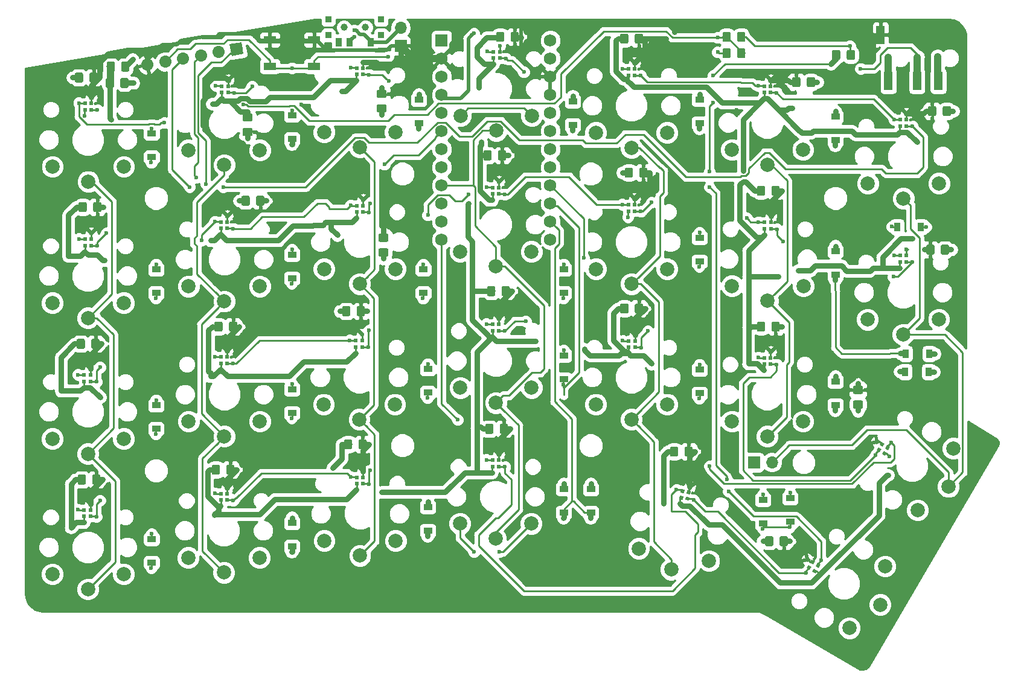
<source format=gbr>
G04 #@! TF.GenerationSoftware,KiCad,Pcbnew,(5.0.0)*
G04 #@! TF.CreationDate,2019-11-12T20:48:11-06:00*
G04 #@! TF.ProjectId,ErgoTravel,4572676F54726176656C2E6B69636164,rev?*
G04 #@! TF.SameCoordinates,Original*
G04 #@! TF.FileFunction,Copper,L1,Top,Signal*
G04 #@! TF.FilePolarity,Positive*
%FSLAX46Y46*%
G04 Gerber Fmt 4.6, Leading zero omitted, Abs format (unit mm)*
G04 Created by KiCad (PCBNEW (5.0.0)) date 11/12/19 20:48:11*
%MOMM*%
%LPD*%
G01*
G04 APERTURE LIST*
G04 #@! TA.AperFunction,ComponentPad*
%ADD10C,2.000000*%
G04 #@! TD*
G04 #@! TA.AperFunction,SMDPad,CuDef*
%ADD11R,1.800000X1.100000*%
G04 #@! TD*
G04 #@! TA.AperFunction,ComponentPad*
%ADD12C,1.752600*%
G04 #@! TD*
G04 #@! TA.AperFunction,ComponentPad*
%ADD13R,1.752600X1.752600*%
G04 #@! TD*
G04 #@! TA.AperFunction,ComponentPad*
%ADD14C,1.700000*%
G04 #@! TD*
G04 #@! TA.AperFunction,Conductor*
%ADD15C,1.700000*%
G04 #@! TD*
G04 #@! TA.AperFunction,Conductor*
%ADD16C,0.100000*%
G04 #@! TD*
G04 #@! TA.AperFunction,SMDPad,CuDef*
%ADD17C,1.150000*%
G04 #@! TD*
G04 #@! TA.AperFunction,SMDPad,CuDef*
%ADD18R,0.900000X0.900000*%
G04 #@! TD*
G04 #@! TA.AperFunction,SMDPad,CuDef*
%ADD19R,0.900000X1.250000*%
G04 #@! TD*
G04 #@! TA.AperFunction,WasherPad*
%ADD20C,1.000000*%
G04 #@! TD*
G04 #@! TA.AperFunction,Conductor*
%ADD21R,0.500000X0.500000*%
G04 #@! TD*
G04 #@! TA.AperFunction,ViaPad*
%ADD22C,0.600000*%
G04 #@! TD*
G04 #@! TA.AperFunction,SMDPad,CuDef*
%ADD23R,1.200000X0.900000*%
G04 #@! TD*
G04 #@! TA.AperFunction,SMDPad,CuDef*
%ADD24R,0.900000X1.200000*%
G04 #@! TD*
G04 #@! TA.AperFunction,SMDPad,CuDef*
%ADD25R,0.500000X0.500000*%
G04 #@! TD*
G04 #@! TA.AperFunction,SMDPad,CuDef*
%ADD26C,0.500000*%
G04 #@! TD*
G04 #@! TA.AperFunction,SMDPad,CuDef*
%ADD27R,1.200000X2.500000*%
G04 #@! TD*
G04 #@! TA.AperFunction,ComponentPad*
%ADD28R,1.700000X1.700000*%
G04 #@! TD*
G04 #@! TA.AperFunction,ComponentPad*
%ADD29O,1.700000X1.700000*%
G04 #@! TD*
G04 #@! TA.AperFunction,Conductor*
%ADD30C,0.250000*%
G04 #@! TD*
G04 #@! TA.AperFunction,Conductor*
%ADD31C,0.750000*%
G04 #@! TD*
G04 #@! TA.AperFunction,Conductor*
%ADD32C,1.000000*%
G04 #@! TD*
G04 #@! TA.AperFunction,Conductor*
%ADD33C,0.500000*%
G04 #@! TD*
G04 #@! TA.AperFunction,Conductor*
%ADD34C,0.254000*%
G04 #@! TD*
G04 APERTURE END LIST*
D10*
G04 #@! TO.P,K24,2*
G04 #@! TO.N,Net-(D24-Pad2)*
X191193421Y-132450687D03*
G04 #@! TO.P,K24,1*
G04 #@! TO.N,MOSI*
X195512074Y-129170560D03*
G04 #@! TO.P,K24,2*
G04 #@! TO.N,Net-(D24-Pad2)*
X196193421Y-123790433D03*
G04 #@! TD*
D11*
G04 #@! TO.P,SW1,2*
G04 #@! TO.N,GND*
X109930000Y-49966000D03*
X116130000Y-49966000D03*
G04 #@! TO.P,SW1,1*
G04 #@! TO.N,RESET*
X109930000Y-53666000D03*
X116130000Y-53666000D03*
G04 #@! TD*
D12*
G04 #@! TO.P,U1,13*
G04 #@! TO.N,RGBPM*
X149260038Y-50054000D03*
G04 #@! TO.P,U1,14*
G04 #@! TO.N,N/C*
X149260038Y-52594000D03*
G04 #@! TO.P,U1,15*
G04 #@! TO.N,GND*
X149260038Y-55134000D03*
G04 #@! TO.P,U1,16*
X149260038Y-57674000D03*
G04 #@! TO.P,U1,17*
G04 #@! TO.N,N/C*
X149260038Y-60214000D03*
G04 #@! TO.P,U1,18*
G04 #@! TO.N,scl*
X149260038Y-62754000D03*
G04 #@! TO.P,U1,19*
G04 #@! TO.N,N/C*
X149260038Y-65294000D03*
G04 #@! TO.P,U1,20*
G04 #@! TO.N,row0*
X149260038Y-67834000D03*
G04 #@! TO.P,U1,21*
G04 #@! TO.N,row1*
X149260038Y-70374000D03*
G04 #@! TO.P,U1,22*
G04 #@! TO.N,row2*
X149260038Y-72914000D03*
G04 #@! TO.P,U1,23*
G04 #@! TO.N,row3*
X149260038Y-75454000D03*
G04 #@! TO.P,U1,24*
G04 #@! TO.N,N/C*
X149260038Y-77994000D03*
G04 #@! TO.P,U1,12*
G04 #@! TO.N,col6*
X134020038Y-77994000D03*
G04 #@! TO.P,U1,11*
G04 #@! TO.N,MOSI*
X134020038Y-75454000D03*
G04 #@! TO.P,U1,10*
G04 #@! TO.N,MISO*
X134020038Y-72914000D03*
G04 #@! TO.P,U1,9*
G04 #@! TO.N,SCK*
X134020038Y-70374000D03*
G04 #@! TO.P,U1,8*
G04 #@! TO.N,col2*
X134020038Y-67834000D03*
G04 #@! TO.P,U1,7*
G04 #@! TO.N,col1*
X134020038Y-65294000D03*
G04 #@! TO.P,U1,6*
G04 #@! TO.N,col0*
X134020038Y-62754000D03*
G04 #@! TO.P,U1,5*
G04 #@! TO.N,N/C*
X134020038Y-60214000D03*
G04 #@! TO.P,U1,4*
G04 #@! TO.N,VCC*
X134020038Y-57674000D03*
G04 #@! TO.P,U1,3*
G04 #@! TO.N,RESET*
X134020038Y-55134000D03*
G04 #@! TO.P,U1,2*
G04 #@! TO.N,GND*
X134020038Y-52594000D03*
D13*
G04 #@! TO.P,U1,1*
G04 #@! TO.N,/RAW*
X134020038Y-50054000D03*
G04 #@! TD*
D14*
G04 #@! TO.P,J4,6*
G04 #@! TO.N,GND*
X92748589Y-53455332D03*
D15*
G04 #@! TD*
G04 #@! TO.N,GND*
G04 #@! TO.C,J4*
X92748589Y-53455332D02*
X92748589Y-53455332D01*
D14*
G04 #@! TO.P,J4,5*
G04 #@! TO.N,RESET*
X95250000Y-53014265D03*
D15*
G04 #@! TD*
G04 #@! TO.N,RESET*
G04 #@! TO.C,J4*
X95250000Y-53014265D02*
X95250000Y-53014265D01*
D14*
G04 #@! TO.P,J4,4*
G04 #@! TO.N,MOSI*
X97751412Y-52573199D03*
D15*
G04 #@! TD*
G04 #@! TO.N,MOSI*
G04 #@! TO.C,J4*
X97751412Y-52573199D02*
X97751412Y-52573199D01*
D14*
G04 #@! TO.P,J4,3*
G04 #@! TO.N,SCK*
X100252824Y-52132133D03*
D15*
G04 #@! TD*
G04 #@! TO.N,SCK*
G04 #@! TO.C,J4*
X100252824Y-52132133D02*
X100252824Y-52132133D01*
D14*
G04 #@! TO.P,J4,2*
G04 #@! TO.N,VCC*
X102754235Y-51691066D03*
D15*
G04 #@! TD*
G04 #@! TO.N,VCC*
G04 #@! TO.C,J4*
X102754235Y-51691066D02*
X102754235Y-51691066D01*
D14*
G04 #@! TO.P,J4,1*
G04 #@! TO.N,MISO*
X105255647Y-51250000D03*
D16*
G04 #@! TD*
G04 #@! TO.N,MISO*
G04 #@! TO.C,J4*
G36*
X104270959Y-50560514D02*
X105945133Y-50265312D01*
X106240335Y-51939486D01*
X104566161Y-52234688D01*
X104270959Y-50560514D01*
X104270959Y-50560514D01*
G37*
G04 #@! TO.N,RGB*
G04 #@! TO.C,R4*
G36*
X176380505Y-48831204D02*
X176404773Y-48834804D01*
X176428572Y-48840765D01*
X176451671Y-48849030D01*
X176473850Y-48859520D01*
X176494893Y-48872132D01*
X176514599Y-48886747D01*
X176532777Y-48903223D01*
X176549253Y-48921401D01*
X176563868Y-48941107D01*
X176576480Y-48962150D01*
X176586970Y-48984329D01*
X176595235Y-49007428D01*
X176601196Y-49031227D01*
X176604796Y-49055495D01*
X176606000Y-49079999D01*
X176606000Y-49980001D01*
X176604796Y-50004505D01*
X176601196Y-50028773D01*
X176595235Y-50052572D01*
X176586970Y-50075671D01*
X176576480Y-50097850D01*
X176563868Y-50118893D01*
X176549253Y-50138599D01*
X176532777Y-50156777D01*
X176514599Y-50173253D01*
X176494893Y-50187868D01*
X176473850Y-50200480D01*
X176451671Y-50210970D01*
X176428572Y-50219235D01*
X176404773Y-50225196D01*
X176380505Y-50228796D01*
X176356001Y-50230000D01*
X175705999Y-50230000D01*
X175681495Y-50228796D01*
X175657227Y-50225196D01*
X175633428Y-50219235D01*
X175610329Y-50210970D01*
X175588150Y-50200480D01*
X175567107Y-50187868D01*
X175547401Y-50173253D01*
X175529223Y-50156777D01*
X175512747Y-50138599D01*
X175498132Y-50118893D01*
X175485520Y-50097850D01*
X175475030Y-50075671D01*
X175466765Y-50052572D01*
X175460804Y-50028773D01*
X175457204Y-50004505D01*
X175456000Y-49980001D01*
X175456000Y-49079999D01*
X175457204Y-49055495D01*
X175460804Y-49031227D01*
X175466765Y-49007428D01*
X175475030Y-48984329D01*
X175485520Y-48962150D01*
X175498132Y-48941107D01*
X175512747Y-48921401D01*
X175529223Y-48903223D01*
X175547401Y-48886747D01*
X175567107Y-48872132D01*
X175588150Y-48859520D01*
X175610329Y-48849030D01*
X175633428Y-48840765D01*
X175657227Y-48834804D01*
X175681495Y-48831204D01*
X175705999Y-48830000D01*
X176356001Y-48830000D01*
X176380505Y-48831204D01*
X176380505Y-48831204D01*
G37*
D17*
G04 #@! TD*
G04 #@! TO.P,R4,2*
G04 #@! TO.N,RGB*
X176031000Y-49530000D03*
D16*
G04 #@! TO.N,RGBData*
G04 #@! TO.C,R4*
G36*
X174330505Y-48831204D02*
X174354773Y-48834804D01*
X174378572Y-48840765D01*
X174401671Y-48849030D01*
X174423850Y-48859520D01*
X174444893Y-48872132D01*
X174464599Y-48886747D01*
X174482777Y-48903223D01*
X174499253Y-48921401D01*
X174513868Y-48941107D01*
X174526480Y-48962150D01*
X174536970Y-48984329D01*
X174545235Y-49007428D01*
X174551196Y-49031227D01*
X174554796Y-49055495D01*
X174556000Y-49079999D01*
X174556000Y-49980001D01*
X174554796Y-50004505D01*
X174551196Y-50028773D01*
X174545235Y-50052572D01*
X174536970Y-50075671D01*
X174526480Y-50097850D01*
X174513868Y-50118893D01*
X174499253Y-50138599D01*
X174482777Y-50156777D01*
X174464599Y-50173253D01*
X174444893Y-50187868D01*
X174423850Y-50200480D01*
X174401671Y-50210970D01*
X174378572Y-50219235D01*
X174354773Y-50225196D01*
X174330505Y-50228796D01*
X174306001Y-50230000D01*
X173655999Y-50230000D01*
X173631495Y-50228796D01*
X173607227Y-50225196D01*
X173583428Y-50219235D01*
X173560329Y-50210970D01*
X173538150Y-50200480D01*
X173517107Y-50187868D01*
X173497401Y-50173253D01*
X173479223Y-50156777D01*
X173462747Y-50138599D01*
X173448132Y-50118893D01*
X173435520Y-50097850D01*
X173425030Y-50075671D01*
X173416765Y-50052572D01*
X173410804Y-50028773D01*
X173407204Y-50004505D01*
X173406000Y-49980001D01*
X173406000Y-49079999D01*
X173407204Y-49055495D01*
X173410804Y-49031227D01*
X173416765Y-49007428D01*
X173425030Y-48984329D01*
X173435520Y-48962150D01*
X173448132Y-48941107D01*
X173462747Y-48921401D01*
X173479223Y-48903223D01*
X173497401Y-48886747D01*
X173517107Y-48872132D01*
X173538150Y-48859520D01*
X173560329Y-48849030D01*
X173583428Y-48840765D01*
X173607227Y-48834804D01*
X173631495Y-48831204D01*
X173655999Y-48830000D01*
X174306001Y-48830000D01*
X174330505Y-48831204D01*
X174330505Y-48831204D01*
G37*
D17*
G04 #@! TD*
G04 #@! TO.P,R4,1*
G04 #@! TO.N,RGBData*
X173981000Y-49530000D03*
D16*
G04 #@! TO.N,RGBOut*
G04 #@! TO.C,R6*
G36*
X189697505Y-51371204D02*
X189721773Y-51374804D01*
X189745572Y-51380765D01*
X189768671Y-51389030D01*
X189790850Y-51399520D01*
X189811893Y-51412132D01*
X189831599Y-51426747D01*
X189849777Y-51443223D01*
X189866253Y-51461401D01*
X189880868Y-51481107D01*
X189893480Y-51502150D01*
X189903970Y-51524329D01*
X189912235Y-51547428D01*
X189918196Y-51571227D01*
X189921796Y-51595495D01*
X189923000Y-51619999D01*
X189923000Y-52520001D01*
X189921796Y-52544505D01*
X189918196Y-52568773D01*
X189912235Y-52592572D01*
X189903970Y-52615671D01*
X189893480Y-52637850D01*
X189880868Y-52658893D01*
X189866253Y-52678599D01*
X189849777Y-52696777D01*
X189831599Y-52713253D01*
X189811893Y-52727868D01*
X189790850Y-52740480D01*
X189768671Y-52750970D01*
X189745572Y-52759235D01*
X189721773Y-52765196D01*
X189697505Y-52768796D01*
X189673001Y-52770000D01*
X189022999Y-52770000D01*
X188998495Y-52768796D01*
X188974227Y-52765196D01*
X188950428Y-52759235D01*
X188927329Y-52750970D01*
X188905150Y-52740480D01*
X188884107Y-52727868D01*
X188864401Y-52713253D01*
X188846223Y-52696777D01*
X188829747Y-52678599D01*
X188815132Y-52658893D01*
X188802520Y-52637850D01*
X188792030Y-52615671D01*
X188783765Y-52592572D01*
X188777804Y-52568773D01*
X188774204Y-52544505D01*
X188773000Y-52520001D01*
X188773000Y-51619999D01*
X188774204Y-51595495D01*
X188777804Y-51571227D01*
X188783765Y-51547428D01*
X188792030Y-51524329D01*
X188802520Y-51502150D01*
X188815132Y-51481107D01*
X188829747Y-51461401D01*
X188846223Y-51443223D01*
X188864401Y-51426747D01*
X188884107Y-51412132D01*
X188905150Y-51399520D01*
X188927329Y-51389030D01*
X188950428Y-51380765D01*
X188974227Y-51374804D01*
X188998495Y-51371204D01*
X189022999Y-51370000D01*
X189673001Y-51370000D01*
X189697505Y-51371204D01*
X189697505Y-51371204D01*
G37*
D17*
G04 #@! TD*
G04 #@! TO.P,R6,2*
G04 #@! TO.N,RGBOut*
X189348000Y-52070000D03*
D16*
G04 #@! TO.N,RGB*
G04 #@! TO.C,R6*
G36*
X191747505Y-51371204D02*
X191771773Y-51374804D01*
X191795572Y-51380765D01*
X191818671Y-51389030D01*
X191840850Y-51399520D01*
X191861893Y-51412132D01*
X191881599Y-51426747D01*
X191899777Y-51443223D01*
X191916253Y-51461401D01*
X191930868Y-51481107D01*
X191943480Y-51502150D01*
X191953970Y-51524329D01*
X191962235Y-51547428D01*
X191968196Y-51571227D01*
X191971796Y-51595495D01*
X191973000Y-51619999D01*
X191973000Y-52520001D01*
X191971796Y-52544505D01*
X191968196Y-52568773D01*
X191962235Y-52592572D01*
X191953970Y-52615671D01*
X191943480Y-52637850D01*
X191930868Y-52658893D01*
X191916253Y-52678599D01*
X191899777Y-52696777D01*
X191881599Y-52713253D01*
X191861893Y-52727868D01*
X191840850Y-52740480D01*
X191818671Y-52750970D01*
X191795572Y-52759235D01*
X191771773Y-52765196D01*
X191747505Y-52768796D01*
X191723001Y-52770000D01*
X191072999Y-52770000D01*
X191048495Y-52768796D01*
X191024227Y-52765196D01*
X191000428Y-52759235D01*
X190977329Y-52750970D01*
X190955150Y-52740480D01*
X190934107Y-52727868D01*
X190914401Y-52713253D01*
X190896223Y-52696777D01*
X190879747Y-52678599D01*
X190865132Y-52658893D01*
X190852520Y-52637850D01*
X190842030Y-52615671D01*
X190833765Y-52592572D01*
X190827804Y-52568773D01*
X190824204Y-52544505D01*
X190823000Y-52520001D01*
X190823000Y-51619999D01*
X190824204Y-51595495D01*
X190827804Y-51571227D01*
X190833765Y-51547428D01*
X190842030Y-51524329D01*
X190852520Y-51502150D01*
X190865132Y-51481107D01*
X190879747Y-51461401D01*
X190896223Y-51443223D01*
X190914401Y-51426747D01*
X190934107Y-51412132D01*
X190955150Y-51399520D01*
X190977329Y-51389030D01*
X191000428Y-51380765D01*
X191024227Y-51374804D01*
X191048495Y-51371204D01*
X191072999Y-51370000D01*
X191723001Y-51370000D01*
X191747505Y-51371204D01*
X191747505Y-51371204D01*
G37*
D17*
G04 #@! TD*
G04 #@! TO.P,R6,1*
G04 #@! TO.N,RGB*
X191398000Y-52070000D03*
D18*
G04 #@! TO.P,SW3,0*
G04 #@! TO.N,N/C*
X118129000Y-47117000D03*
X118129000Y-49317000D03*
X125529000Y-49317000D03*
X125529000Y-47117000D03*
D19*
G04 #@! TO.P,SW3,1*
G04 #@! TO.N,Net-(J14-Pad2)*
X124079000Y-50292000D03*
G04 #@! TO.P,SW3,3*
G04 #@! TO.N,N/C*
X119579000Y-50292000D03*
G04 #@! TO.P,SW3,2*
G04 #@! TO.N,/RAW*
X121079000Y-50292000D03*
D20*
G04 #@! TO.P,SW3,*
G04 #@! TO.N,*
X120329000Y-48217000D03*
X123329000Y-48217000D03*
G04 #@! TD*
G04 #@! TO.P,SW4,*
G04 #@! TO.N,*
X123329000Y-48217000D03*
X120329000Y-48217000D03*
G04 #@! TD*
D10*
G04 #@! TO.P,K1,2*
G04 #@! TO.N,Net-(D1-Pad2)*
X79444288Y-67743812D03*
G04 #@! TO.P,K1,1*
G04 #@! TO.N,col0*
X84444288Y-69843812D03*
G04 #@! TO.P,K1,2*
G04 #@! TO.N,Net-(D1-Pad2)*
X89444288Y-67743812D03*
G04 #@! TD*
G04 #@! TO.P,K2,2*
G04 #@! TO.N,Net-(D2-Pad2)*
X79424884Y-86855510D03*
G04 #@! TO.P,K2,1*
G04 #@! TO.N,col0*
X84424884Y-88955510D03*
G04 #@! TO.P,K2,2*
G04 #@! TO.N,Net-(D2-Pad2)*
X89424884Y-86855510D03*
G04 #@! TD*
G04 #@! TO.P,K3,2*
G04 #@! TO.N,Net-(D3-Pad2)*
X79424884Y-105907670D03*
G04 #@! TO.P,K3,1*
G04 #@! TO.N,col0*
X84424884Y-108007670D03*
G04 #@! TO.P,K3,2*
G04 #@! TO.N,Net-(D3-Pad2)*
X89424884Y-105907670D03*
G04 #@! TD*
G04 #@! TO.P,K4,2*
G04 #@! TO.N,Net-(D4-Pad2)*
X79424884Y-124900292D03*
G04 #@! TO.P,K4,1*
G04 #@! TO.N,col0*
X84424884Y-127000292D03*
G04 #@! TO.P,K4,2*
G04 #@! TO.N,Net-(D4-Pad2)*
X89424884Y-124900292D03*
G04 #@! TD*
G04 #@! TO.P,K5,2*
G04 #@! TO.N,Net-(D5-Pad2)*
X98536582Y-65421830D03*
G04 #@! TO.P,K5,1*
G04 #@! TO.N,col1*
X103536582Y-67521830D03*
G04 #@! TO.P,K5,2*
G04 #@! TO.N,Net-(D5-Pad2)*
X108536582Y-65421830D03*
G04 #@! TD*
G04 #@! TO.P,K6,2*
G04 #@! TO.N,Net-(D6-Pad2)*
X98536582Y-84533528D03*
G04 #@! TO.P,K6,1*
G04 #@! TO.N,col1*
X103536582Y-86633528D03*
G04 #@! TO.P,K6,2*
G04 #@! TO.N,Net-(D6-Pad2)*
X108536582Y-84533528D03*
G04 #@! TD*
G04 #@! TO.P,K7,2*
G04 #@! TO.N,Net-(D7-Pad2)*
X98536582Y-103466612D03*
G04 #@! TO.P,K7,1*
G04 #@! TO.N,col1*
X103536582Y-105566612D03*
G04 #@! TO.P,K7,2*
G04 #@! TO.N,Net-(D7-Pad2)*
X108536582Y-103466612D03*
G04 #@! TD*
G04 #@! TO.P,K8,2*
G04 #@! TO.N,Net-(D8-Pad2)*
X98477044Y-122578310D03*
G04 #@! TO.P,K8,1*
G04 #@! TO.N,col1*
X103477044Y-124678310D03*
G04 #@! TO.P,K8,2*
G04 #@! TO.N,Net-(D8-Pad2)*
X108477044Y-122578310D03*
G04 #@! TD*
G04 #@! TO.P,K9,2*
G04 #@! TO.N,Net-(D9-Pad2)*
X117529204Y-62921234D03*
G04 #@! TO.P,K9,1*
G04 #@! TO.N,col2*
X122529204Y-65021234D03*
G04 #@! TO.P,K9,2*
G04 #@! TO.N,Net-(D9-Pad2)*
X127529204Y-62921234D03*
G04 #@! TD*
G04 #@! TO.P,K10,2*
G04 #@! TO.N,Net-(D10-Pad2)*
X117529204Y-82092470D03*
G04 #@! TO.P,K10,1*
G04 #@! TO.N,col2*
X122529204Y-84192470D03*
G04 #@! TO.P,K10,2*
G04 #@! TO.N,Net-(D10-Pad2)*
X127529204Y-82092470D03*
G04 #@! TD*
G04 #@! TO.P,K11,2*
G04 #@! TO.N,Net-(D11-Pad2)*
X117469666Y-101085092D03*
G04 #@! TO.P,K11,1*
G04 #@! TO.N,col2*
X122469666Y-103185092D03*
G04 #@! TO.P,K11,2*
G04 #@! TO.N,Net-(D11-Pad2)*
X127469666Y-101085092D03*
G04 #@! TD*
G04 #@! TO.P,K12,2*
G04 #@! TO.N,Net-(D12-Pad2)*
X117569472Y-120196790D03*
G04 #@! TO.P,K12,1*
G04 #@! TO.N,col2*
X122569472Y-122296790D03*
G04 #@! TO.P,K12,2*
G04 #@! TO.N,Net-(D12-Pad2)*
X127569472Y-120196790D03*
G04 #@! TD*
G04 #@! TO.P,K13,2*
G04 #@! TO.N,Net-(D13-Pad2)*
X136660172Y-60599252D03*
G04 #@! TO.P,K13,1*
G04 #@! TO.N,SCK*
X141660172Y-62699252D03*
G04 #@! TO.P,K13,2*
G04 #@! TO.N,Net-(D13-Pad2)*
X146660172Y-60599252D03*
G04 #@! TD*
G04 #@! TO.P,K14,2*
G04 #@! TO.N,Net-(D14-Pad2)*
X136621632Y-79651412D03*
G04 #@! TO.P,K14,1*
G04 #@! TO.N,SCK*
X141621632Y-81751412D03*
G04 #@! TO.P,K14,2*
G04 #@! TO.N,Net-(D14-Pad2)*
X146621632Y-79651412D03*
G04 #@! TD*
G04 #@! TO.P,K15,2*
G04 #@! TO.N,Net-(D15-Pad2)*
X136640902Y-98763110D03*
G04 #@! TO.P,K15,1*
G04 #@! TO.N,SCK*
X141640902Y-100863110D03*
G04 #@! TO.P,K15,2*
G04 #@! TO.N,Net-(D15-Pad2)*
X146640902Y-98763110D03*
G04 #@! TD*
G04 #@! TO.P,K16,2*
G04 #@! TO.N,Net-(D16-Pad2)*
X136581364Y-117815270D03*
G04 #@! TO.P,K16,1*
G04 #@! TO.N,SCK*
X141581364Y-119915270D03*
G04 #@! TO.P,K16,2*
G04 #@! TO.N,Net-(D16-Pad2)*
X146581364Y-117815270D03*
G04 #@! TD*
G04 #@! TO.P,K17,2*
G04 #@! TO.N,Net-(D17-Pad2)*
X155633524Y-62980772D03*
G04 #@! TO.P,K17,1*
G04 #@! TO.N,MISO*
X160633524Y-65080772D03*
G04 #@! TO.P,K17,2*
G04 #@! TO.N,Net-(D17-Pad2)*
X165633524Y-62980772D03*
G04 #@! TD*
G04 #@! TO.P,K18,2*
G04 #@! TO.N,Net-(D18-Pad2)*
X155633524Y-82092470D03*
G04 #@! TO.P,K18,1*
G04 #@! TO.N,MISO*
X160633524Y-84192470D03*
G04 #@! TO.P,K18,2*
G04 #@! TO.N,Net-(D18-Pad2)*
X165633524Y-82092470D03*
G04 #@! TD*
G04 #@! TO.P,K19,2*
G04 #@! TO.N,Net-(D19-Pad2)*
X155633524Y-101085092D03*
G04 #@! TO.P,K19,1*
G04 #@! TO.N,MISO*
X160633524Y-103185092D03*
G04 #@! TO.P,K19,2*
G04 #@! TO.N,Net-(D19-Pad2)*
X165633524Y-101085092D03*
G04 #@! TD*
G04 #@! TO.P,K20,2*
G04 #@! TO.N,Net-(D20-Pad2)*
X161658340Y-121295111D03*
G04 #@! TO.P,K20,1*
G04 #@! TO.N,MISO*
X166217718Y-124231448D03*
G04 #@! TO.P,K20,2*
G04 #@! TO.N,Net-(D20-Pad2)*
X171506418Y-123031592D03*
G04 #@! TD*
G04 #@! TO.P,K21,2*
G04 #@! TO.N,Net-(D21-Pad2)*
X174685684Y-65362292D03*
G04 #@! TO.P,K21,1*
G04 #@! TO.N,MOSI*
X179685684Y-67462292D03*
G04 #@! TO.P,K21,2*
G04 #@! TO.N,Net-(D21-Pad2)*
X184685684Y-65362292D03*
G04 #@! TD*
G04 #@! TO.P,K22,2*
G04 #@! TO.N,Net-(D22-Pad2)*
X174745222Y-84473990D03*
G04 #@! TO.P,K22,1*
G04 #@! TO.N,MOSI*
X179745222Y-86573990D03*
G04 #@! TO.P,K22,2*
G04 #@! TO.N,Net-(D22-Pad2)*
X184745222Y-84473990D03*
G04 #@! TD*
G04 #@! TO.P,K23,2*
G04 #@! TO.N,Net-(D23-Pad2)*
X174685684Y-103466612D03*
G04 #@! TO.P,K23,1*
G04 #@! TO.N,MOSI*
X179685684Y-105566612D03*
G04 #@! TO.P,K23,2*
G04 #@! TO.N,Net-(D23-Pad2)*
X184685684Y-103466612D03*
G04 #@! TD*
G04 #@! TO.P,K26,2*
G04 #@! TO.N,Net-(D25-Pad2)*
X193777978Y-70092754D03*
G04 #@! TO.P,K26,1*
G04 #@! TO.N,col6*
X198777978Y-72192754D03*
G04 #@! TO.P,K26,2*
G04 #@! TO.N,Net-(D25-Pad2)*
X203777978Y-70092754D03*
G04 #@! TD*
G04 #@! TO.P,K27,2*
G04 #@! TO.N,Net-(D26-Pad2)*
X193737844Y-89177492D03*
G04 #@! TO.P,K27,1*
G04 #@! TO.N,col6*
X198737844Y-91277492D03*
G04 #@! TO.P,K27,2*
G04 #@! TO.N,Net-(D26-Pad2)*
X203737844Y-89177492D03*
G04 #@! TD*
G04 #@! TO.P,K28,2*
G04 #@! TO.N,Net-(D27-Pad2)*
X200758905Y-115905526D03*
G04 #@! TO.P,K28,1*
G04 #@! TO.N,col6*
X205077558Y-112625399D03*
G04 #@! TO.P,K28,2*
G04 #@! TO.N,Net-(D27-Pad2)*
X205758905Y-107245272D03*
G04 #@! TD*
D16*
G04 #@! TO.N,RGBPM*
G04 #@! TO.C,R2*
G36*
X174330505Y-51117204D02*
X174354773Y-51120804D01*
X174378572Y-51126765D01*
X174401671Y-51135030D01*
X174423850Y-51145520D01*
X174444893Y-51158132D01*
X174464599Y-51172747D01*
X174482777Y-51189223D01*
X174499253Y-51207401D01*
X174513868Y-51227107D01*
X174526480Y-51248150D01*
X174536970Y-51270329D01*
X174545235Y-51293428D01*
X174551196Y-51317227D01*
X174554796Y-51341495D01*
X174556000Y-51365999D01*
X174556000Y-52266001D01*
X174554796Y-52290505D01*
X174551196Y-52314773D01*
X174545235Y-52338572D01*
X174536970Y-52361671D01*
X174526480Y-52383850D01*
X174513868Y-52404893D01*
X174499253Y-52424599D01*
X174482777Y-52442777D01*
X174464599Y-52459253D01*
X174444893Y-52473868D01*
X174423850Y-52486480D01*
X174401671Y-52496970D01*
X174378572Y-52505235D01*
X174354773Y-52511196D01*
X174330505Y-52514796D01*
X174306001Y-52516000D01*
X173655999Y-52516000D01*
X173631495Y-52514796D01*
X173607227Y-52511196D01*
X173583428Y-52505235D01*
X173560329Y-52496970D01*
X173538150Y-52486480D01*
X173517107Y-52473868D01*
X173497401Y-52459253D01*
X173479223Y-52442777D01*
X173462747Y-52424599D01*
X173448132Y-52404893D01*
X173435520Y-52383850D01*
X173425030Y-52361671D01*
X173416765Y-52338572D01*
X173410804Y-52314773D01*
X173407204Y-52290505D01*
X173406000Y-52266001D01*
X173406000Y-51365999D01*
X173407204Y-51341495D01*
X173410804Y-51317227D01*
X173416765Y-51293428D01*
X173425030Y-51270329D01*
X173435520Y-51248150D01*
X173448132Y-51227107D01*
X173462747Y-51207401D01*
X173479223Y-51189223D01*
X173497401Y-51172747D01*
X173517107Y-51158132D01*
X173538150Y-51145520D01*
X173560329Y-51135030D01*
X173583428Y-51126765D01*
X173607227Y-51120804D01*
X173631495Y-51117204D01*
X173655999Y-51116000D01*
X174306001Y-51116000D01*
X174330505Y-51117204D01*
X174330505Y-51117204D01*
G37*
D17*
G04 #@! TD*
G04 #@! TO.P,R2,2*
G04 #@! TO.N,RGBPM*
X173981000Y-51816000D03*
D16*
G04 #@! TO.N,RGBData*
G04 #@! TO.C,R2*
G36*
X176380505Y-51117204D02*
X176404773Y-51120804D01*
X176428572Y-51126765D01*
X176451671Y-51135030D01*
X176473850Y-51145520D01*
X176494893Y-51158132D01*
X176514599Y-51172747D01*
X176532777Y-51189223D01*
X176549253Y-51207401D01*
X176563868Y-51227107D01*
X176576480Y-51248150D01*
X176586970Y-51270329D01*
X176595235Y-51293428D01*
X176601196Y-51317227D01*
X176604796Y-51341495D01*
X176606000Y-51365999D01*
X176606000Y-52266001D01*
X176604796Y-52290505D01*
X176601196Y-52314773D01*
X176595235Y-52338572D01*
X176586970Y-52361671D01*
X176576480Y-52383850D01*
X176563868Y-52404893D01*
X176549253Y-52424599D01*
X176532777Y-52442777D01*
X176514599Y-52459253D01*
X176494893Y-52473868D01*
X176473850Y-52486480D01*
X176451671Y-52496970D01*
X176428572Y-52505235D01*
X176404773Y-52511196D01*
X176380505Y-52514796D01*
X176356001Y-52516000D01*
X175705999Y-52516000D01*
X175681495Y-52514796D01*
X175657227Y-52511196D01*
X175633428Y-52505235D01*
X175610329Y-52496970D01*
X175588150Y-52486480D01*
X175567107Y-52473868D01*
X175547401Y-52459253D01*
X175529223Y-52442777D01*
X175512747Y-52424599D01*
X175498132Y-52404893D01*
X175485520Y-52383850D01*
X175475030Y-52361671D01*
X175466765Y-52338572D01*
X175460804Y-52314773D01*
X175457204Y-52290505D01*
X175456000Y-52266001D01*
X175456000Y-51365999D01*
X175457204Y-51341495D01*
X175460804Y-51317227D01*
X175466765Y-51293428D01*
X175475030Y-51270329D01*
X175485520Y-51248150D01*
X175498132Y-51227107D01*
X175512747Y-51207401D01*
X175529223Y-51189223D01*
X175547401Y-51172747D01*
X175567107Y-51158132D01*
X175588150Y-51145520D01*
X175610329Y-51135030D01*
X175633428Y-51126765D01*
X175657227Y-51120804D01*
X175681495Y-51117204D01*
X175705999Y-51116000D01*
X176356001Y-51116000D01*
X176380505Y-51117204D01*
X176380505Y-51117204D01*
G37*
D17*
G04 #@! TD*
G04 #@! TO.P,R2,1*
G04 #@! TO.N,RGBData*
X176031000Y-51816000D03*
D16*
G04 #@! TO.N,VCC*
G04 #@! TO.C,R8*
G36*
X89893505Y-55308204D02*
X89917773Y-55311804D01*
X89941572Y-55317765D01*
X89964671Y-55326030D01*
X89986850Y-55336520D01*
X90007893Y-55349132D01*
X90027599Y-55363747D01*
X90045777Y-55380223D01*
X90062253Y-55398401D01*
X90076868Y-55418107D01*
X90089480Y-55439150D01*
X90099970Y-55461329D01*
X90108235Y-55484428D01*
X90114196Y-55508227D01*
X90117796Y-55532495D01*
X90119000Y-55556999D01*
X90119000Y-56457001D01*
X90117796Y-56481505D01*
X90114196Y-56505773D01*
X90108235Y-56529572D01*
X90099970Y-56552671D01*
X90089480Y-56574850D01*
X90076868Y-56595893D01*
X90062253Y-56615599D01*
X90045777Y-56633777D01*
X90027599Y-56650253D01*
X90007893Y-56664868D01*
X89986850Y-56677480D01*
X89964671Y-56687970D01*
X89941572Y-56696235D01*
X89917773Y-56702196D01*
X89893505Y-56705796D01*
X89869001Y-56707000D01*
X89218999Y-56707000D01*
X89194495Y-56705796D01*
X89170227Y-56702196D01*
X89146428Y-56696235D01*
X89123329Y-56687970D01*
X89101150Y-56677480D01*
X89080107Y-56664868D01*
X89060401Y-56650253D01*
X89042223Y-56633777D01*
X89025747Y-56615599D01*
X89011132Y-56595893D01*
X88998520Y-56574850D01*
X88988030Y-56552671D01*
X88979765Y-56529572D01*
X88973804Y-56505773D01*
X88970204Y-56481505D01*
X88969000Y-56457001D01*
X88969000Y-55556999D01*
X88970204Y-55532495D01*
X88973804Y-55508227D01*
X88979765Y-55484428D01*
X88988030Y-55461329D01*
X88998520Y-55439150D01*
X89011132Y-55418107D01*
X89025747Y-55398401D01*
X89042223Y-55380223D01*
X89060401Y-55363747D01*
X89080107Y-55349132D01*
X89101150Y-55336520D01*
X89123329Y-55326030D01*
X89146428Y-55317765D01*
X89170227Y-55311804D01*
X89194495Y-55308204D01*
X89218999Y-55307000D01*
X89869001Y-55307000D01*
X89893505Y-55308204D01*
X89893505Y-55308204D01*
G37*
D17*
G04 #@! TD*
G04 #@! TO.P,R8,2*
G04 #@! TO.N,VCC*
X89544000Y-56007000D03*
D16*
G04 #@! TO.N,RGBPower*
G04 #@! TO.C,R8*
G36*
X87843505Y-55308204D02*
X87867773Y-55311804D01*
X87891572Y-55317765D01*
X87914671Y-55326030D01*
X87936850Y-55336520D01*
X87957893Y-55349132D01*
X87977599Y-55363747D01*
X87995777Y-55380223D01*
X88012253Y-55398401D01*
X88026868Y-55418107D01*
X88039480Y-55439150D01*
X88049970Y-55461329D01*
X88058235Y-55484428D01*
X88064196Y-55508227D01*
X88067796Y-55532495D01*
X88069000Y-55556999D01*
X88069000Y-56457001D01*
X88067796Y-56481505D01*
X88064196Y-56505773D01*
X88058235Y-56529572D01*
X88049970Y-56552671D01*
X88039480Y-56574850D01*
X88026868Y-56595893D01*
X88012253Y-56615599D01*
X87995777Y-56633777D01*
X87977599Y-56650253D01*
X87957893Y-56664868D01*
X87936850Y-56677480D01*
X87914671Y-56687970D01*
X87891572Y-56696235D01*
X87867773Y-56702196D01*
X87843505Y-56705796D01*
X87819001Y-56707000D01*
X87168999Y-56707000D01*
X87144495Y-56705796D01*
X87120227Y-56702196D01*
X87096428Y-56696235D01*
X87073329Y-56687970D01*
X87051150Y-56677480D01*
X87030107Y-56664868D01*
X87010401Y-56650253D01*
X86992223Y-56633777D01*
X86975747Y-56615599D01*
X86961132Y-56595893D01*
X86948520Y-56574850D01*
X86938030Y-56552671D01*
X86929765Y-56529572D01*
X86923804Y-56505773D01*
X86920204Y-56481505D01*
X86919000Y-56457001D01*
X86919000Y-55556999D01*
X86920204Y-55532495D01*
X86923804Y-55508227D01*
X86929765Y-55484428D01*
X86938030Y-55461329D01*
X86948520Y-55439150D01*
X86961132Y-55418107D01*
X86975747Y-55398401D01*
X86992223Y-55380223D01*
X87010401Y-55363747D01*
X87030107Y-55349132D01*
X87051150Y-55336520D01*
X87073329Y-55326030D01*
X87096428Y-55317765D01*
X87120227Y-55311804D01*
X87144495Y-55308204D01*
X87168999Y-55307000D01*
X87819001Y-55307000D01*
X87843505Y-55308204D01*
X87843505Y-55308204D01*
G37*
D17*
G04 #@! TD*
G04 #@! TO.P,R8,1*
G04 #@! TO.N,RGBPower*
X87494000Y-56007000D03*
D21*
G04 #@! TO.N,GND*
G04 #@! TO.C,C1*
X182625000Y-120269000D03*
G04 #@! TO.N,RGBPower*
X179325000Y-120269000D03*
D16*
G36*
X180299910Y-119570202D02*
X180324135Y-119573795D01*
X180347891Y-119579746D01*
X180370949Y-119587996D01*
X180393087Y-119598467D01*
X180414093Y-119611057D01*
X180433763Y-119625645D01*
X180451908Y-119642092D01*
X180468355Y-119660237D01*
X180482943Y-119679907D01*
X180495533Y-119700913D01*
X180506004Y-119723051D01*
X180514254Y-119746109D01*
X180520205Y-119769865D01*
X180523798Y-119794090D01*
X180525000Y-119818550D01*
X180525000Y-120719450D01*
X180523798Y-120743910D01*
X180520205Y-120768135D01*
X180514254Y-120791891D01*
X180506004Y-120814949D01*
X180495533Y-120837087D01*
X180482943Y-120858093D01*
X180468355Y-120877763D01*
X180451908Y-120895908D01*
X180433763Y-120912355D01*
X180414093Y-120926943D01*
X180393087Y-120939533D01*
X180370949Y-120950004D01*
X180347891Y-120958254D01*
X180324135Y-120964205D01*
X180299910Y-120967798D01*
X180275450Y-120969000D01*
X179624550Y-120969000D01*
X179600090Y-120967798D01*
X179575865Y-120964205D01*
X179552109Y-120958254D01*
X179529051Y-120950004D01*
X179506913Y-120939533D01*
X179485907Y-120926943D01*
X179466237Y-120912355D01*
X179448092Y-120895908D01*
X179431645Y-120877763D01*
X179417057Y-120858093D01*
X179404467Y-120837087D01*
X179393996Y-120814949D01*
X179385746Y-120791891D01*
X179379795Y-120768135D01*
X179376202Y-120743910D01*
X179375000Y-120719450D01*
X179375000Y-119818550D01*
X179376202Y-119794090D01*
X179379795Y-119769865D01*
X179385746Y-119746109D01*
X179393996Y-119723051D01*
X179404467Y-119700913D01*
X179417057Y-119679907D01*
X179431645Y-119660237D01*
X179448092Y-119642092D01*
X179466237Y-119625645D01*
X179485907Y-119611057D01*
X179506913Y-119598467D01*
X179529051Y-119587996D01*
X179552109Y-119579746D01*
X179575865Y-119573795D01*
X179600090Y-119570202D01*
X179624550Y-119569000D01*
X180275450Y-119569000D01*
X180299910Y-119570202D01*
X180299910Y-119570202D01*
G37*
D17*
G04 #@! TD*
G04 #@! TO.P,C1,1*
G04 #@! TO.N,RGBPower*
X179950000Y-120269000D03*
D16*
G04 #@! TO.N,GND*
G04 #@! TO.C,C1*
G36*
X182349910Y-119570202D02*
X182374135Y-119573795D01*
X182397891Y-119579746D01*
X182420949Y-119587996D01*
X182443087Y-119598467D01*
X182464093Y-119611057D01*
X182483763Y-119625645D01*
X182501908Y-119642092D01*
X182518355Y-119660237D01*
X182532943Y-119679907D01*
X182545533Y-119700913D01*
X182556004Y-119723051D01*
X182564254Y-119746109D01*
X182570205Y-119769865D01*
X182573798Y-119794090D01*
X182575000Y-119818550D01*
X182575000Y-120719450D01*
X182573798Y-120743910D01*
X182570205Y-120768135D01*
X182564254Y-120791891D01*
X182556004Y-120814949D01*
X182545533Y-120837087D01*
X182532943Y-120858093D01*
X182518355Y-120877763D01*
X182501908Y-120895908D01*
X182483763Y-120912355D01*
X182464093Y-120926943D01*
X182443087Y-120939533D01*
X182420949Y-120950004D01*
X182397891Y-120958254D01*
X182374135Y-120964205D01*
X182349910Y-120967798D01*
X182325450Y-120969000D01*
X181674550Y-120969000D01*
X181650090Y-120967798D01*
X181625865Y-120964205D01*
X181602109Y-120958254D01*
X181579051Y-120950004D01*
X181556913Y-120939533D01*
X181535907Y-120926943D01*
X181516237Y-120912355D01*
X181498092Y-120895908D01*
X181481645Y-120877763D01*
X181467057Y-120858093D01*
X181454467Y-120837087D01*
X181443996Y-120814949D01*
X181435746Y-120791891D01*
X181429795Y-120768135D01*
X181426202Y-120743910D01*
X181425000Y-120719450D01*
X181425000Y-119818550D01*
X181426202Y-119794090D01*
X181429795Y-119769865D01*
X181435746Y-119746109D01*
X181443996Y-119723051D01*
X181454467Y-119700913D01*
X181467057Y-119679907D01*
X181481645Y-119660237D01*
X181498092Y-119642092D01*
X181516237Y-119625645D01*
X181535907Y-119611057D01*
X181556913Y-119598467D01*
X181579051Y-119587996D01*
X181602109Y-119579746D01*
X181625865Y-119573795D01*
X181650090Y-119570202D01*
X181674550Y-119569000D01*
X182325450Y-119569000D01*
X182349910Y-119570202D01*
X182349910Y-119570202D01*
G37*
D17*
G04 #@! TD*
G04 #@! TO.P,C1,2*
G04 #@! TO.N,GND*
X182000000Y-120269000D03*
D22*
G04 #@! TO.N,GND*
G04 #@! TO.C,C1*
X182875000Y-120269000D03*
G04 #@! TO.N,RGBPower*
X179075000Y-120269000D03*
G04 #@! TD*
D21*
G04 #@! TO.N,GND*
G04 #@! TO.C,C2*
X183135000Y-55880000D03*
G04 #@! TO.N,RGBPower*
X186435000Y-55880000D03*
D16*
G36*
X186159910Y-55181202D02*
X186184135Y-55184795D01*
X186207891Y-55190746D01*
X186230949Y-55198996D01*
X186253087Y-55209467D01*
X186274093Y-55222057D01*
X186293763Y-55236645D01*
X186311908Y-55253092D01*
X186328355Y-55271237D01*
X186342943Y-55290907D01*
X186355533Y-55311913D01*
X186366004Y-55334051D01*
X186374254Y-55357109D01*
X186380205Y-55380865D01*
X186383798Y-55405090D01*
X186385000Y-55429550D01*
X186385000Y-56330450D01*
X186383798Y-56354910D01*
X186380205Y-56379135D01*
X186374254Y-56402891D01*
X186366004Y-56425949D01*
X186355533Y-56448087D01*
X186342943Y-56469093D01*
X186328355Y-56488763D01*
X186311908Y-56506908D01*
X186293763Y-56523355D01*
X186274093Y-56537943D01*
X186253087Y-56550533D01*
X186230949Y-56561004D01*
X186207891Y-56569254D01*
X186184135Y-56575205D01*
X186159910Y-56578798D01*
X186135450Y-56580000D01*
X185484550Y-56580000D01*
X185460090Y-56578798D01*
X185435865Y-56575205D01*
X185412109Y-56569254D01*
X185389051Y-56561004D01*
X185366913Y-56550533D01*
X185345907Y-56537943D01*
X185326237Y-56523355D01*
X185308092Y-56506908D01*
X185291645Y-56488763D01*
X185277057Y-56469093D01*
X185264467Y-56448087D01*
X185253996Y-56425949D01*
X185245746Y-56402891D01*
X185239795Y-56379135D01*
X185236202Y-56354910D01*
X185235000Y-56330450D01*
X185235000Y-55429550D01*
X185236202Y-55405090D01*
X185239795Y-55380865D01*
X185245746Y-55357109D01*
X185253996Y-55334051D01*
X185264467Y-55311913D01*
X185277057Y-55290907D01*
X185291645Y-55271237D01*
X185308092Y-55253092D01*
X185326237Y-55236645D01*
X185345907Y-55222057D01*
X185366913Y-55209467D01*
X185389051Y-55198996D01*
X185412109Y-55190746D01*
X185435865Y-55184795D01*
X185460090Y-55181202D01*
X185484550Y-55180000D01*
X186135450Y-55180000D01*
X186159910Y-55181202D01*
X186159910Y-55181202D01*
G37*
D17*
G04 #@! TD*
G04 #@! TO.P,C2,1*
G04 #@! TO.N,RGBPower*
X185810000Y-55880000D03*
D16*
G04 #@! TO.N,GND*
G04 #@! TO.C,C2*
G36*
X184109910Y-55181202D02*
X184134135Y-55184795D01*
X184157891Y-55190746D01*
X184180949Y-55198996D01*
X184203087Y-55209467D01*
X184224093Y-55222057D01*
X184243763Y-55236645D01*
X184261908Y-55253092D01*
X184278355Y-55271237D01*
X184292943Y-55290907D01*
X184305533Y-55311913D01*
X184316004Y-55334051D01*
X184324254Y-55357109D01*
X184330205Y-55380865D01*
X184333798Y-55405090D01*
X184335000Y-55429550D01*
X184335000Y-56330450D01*
X184333798Y-56354910D01*
X184330205Y-56379135D01*
X184324254Y-56402891D01*
X184316004Y-56425949D01*
X184305533Y-56448087D01*
X184292943Y-56469093D01*
X184278355Y-56488763D01*
X184261908Y-56506908D01*
X184243763Y-56523355D01*
X184224093Y-56537943D01*
X184203087Y-56550533D01*
X184180949Y-56561004D01*
X184157891Y-56569254D01*
X184134135Y-56575205D01*
X184109910Y-56578798D01*
X184085450Y-56580000D01*
X183434550Y-56580000D01*
X183410090Y-56578798D01*
X183385865Y-56575205D01*
X183362109Y-56569254D01*
X183339051Y-56561004D01*
X183316913Y-56550533D01*
X183295907Y-56537943D01*
X183276237Y-56523355D01*
X183258092Y-56506908D01*
X183241645Y-56488763D01*
X183227057Y-56469093D01*
X183214467Y-56448087D01*
X183203996Y-56425949D01*
X183195746Y-56402891D01*
X183189795Y-56379135D01*
X183186202Y-56354910D01*
X183185000Y-56330450D01*
X183185000Y-55429550D01*
X183186202Y-55405090D01*
X183189795Y-55380865D01*
X183195746Y-55357109D01*
X183203996Y-55334051D01*
X183214467Y-55311913D01*
X183227057Y-55290907D01*
X183241645Y-55271237D01*
X183258092Y-55253092D01*
X183276237Y-55236645D01*
X183295907Y-55222057D01*
X183316913Y-55209467D01*
X183339051Y-55198996D01*
X183362109Y-55190746D01*
X183385865Y-55184795D01*
X183410090Y-55181202D01*
X183434550Y-55180000D01*
X184085450Y-55180000D01*
X184109910Y-55181202D01*
X184109910Y-55181202D01*
G37*
D17*
G04 #@! TD*
G04 #@! TO.P,C2,2*
G04 #@! TO.N,GND*
X183760000Y-55880000D03*
D22*
G04 #@! TO.N,GND*
G04 #@! TO.C,C2*
X182885000Y-55880000D03*
G04 #@! TO.N,RGBPower*
X186685000Y-55880000D03*
G04 #@! TD*
D21*
G04 #@! TO.N,GND*
G04 #@! TO.C,C3*
X125603000Y-56897000D03*
G04 #@! TO.N,RGBPower*
X125603000Y-60197000D03*
D16*
G36*
X126077910Y-58998202D02*
X126102135Y-59001795D01*
X126125891Y-59007746D01*
X126148949Y-59015996D01*
X126171087Y-59026467D01*
X126192093Y-59039057D01*
X126211763Y-59053645D01*
X126229908Y-59070092D01*
X126246355Y-59088237D01*
X126260943Y-59107907D01*
X126273533Y-59128913D01*
X126284004Y-59151051D01*
X126292254Y-59174109D01*
X126298205Y-59197865D01*
X126301798Y-59222090D01*
X126303000Y-59246550D01*
X126303000Y-59897450D01*
X126301798Y-59921910D01*
X126298205Y-59946135D01*
X126292254Y-59969891D01*
X126284004Y-59992949D01*
X126273533Y-60015087D01*
X126260943Y-60036093D01*
X126246355Y-60055763D01*
X126229908Y-60073908D01*
X126211763Y-60090355D01*
X126192093Y-60104943D01*
X126171087Y-60117533D01*
X126148949Y-60128004D01*
X126125891Y-60136254D01*
X126102135Y-60142205D01*
X126077910Y-60145798D01*
X126053450Y-60147000D01*
X125152550Y-60147000D01*
X125128090Y-60145798D01*
X125103865Y-60142205D01*
X125080109Y-60136254D01*
X125057051Y-60128004D01*
X125034913Y-60117533D01*
X125013907Y-60104943D01*
X124994237Y-60090355D01*
X124976092Y-60073908D01*
X124959645Y-60055763D01*
X124945057Y-60036093D01*
X124932467Y-60015087D01*
X124921996Y-59992949D01*
X124913746Y-59969891D01*
X124907795Y-59946135D01*
X124904202Y-59921910D01*
X124903000Y-59897450D01*
X124903000Y-59246550D01*
X124904202Y-59222090D01*
X124907795Y-59197865D01*
X124913746Y-59174109D01*
X124921996Y-59151051D01*
X124932467Y-59128913D01*
X124945057Y-59107907D01*
X124959645Y-59088237D01*
X124976092Y-59070092D01*
X124994237Y-59053645D01*
X125013907Y-59039057D01*
X125034913Y-59026467D01*
X125057051Y-59015996D01*
X125080109Y-59007746D01*
X125103865Y-59001795D01*
X125128090Y-58998202D01*
X125152550Y-58997000D01*
X126053450Y-58997000D01*
X126077910Y-58998202D01*
X126077910Y-58998202D01*
G37*
D17*
G04 #@! TD*
G04 #@! TO.P,C3,1*
G04 #@! TO.N,RGBPower*
X125603000Y-59572000D03*
D16*
G04 #@! TO.N,GND*
G04 #@! TO.C,C3*
G36*
X126077910Y-56948202D02*
X126102135Y-56951795D01*
X126125891Y-56957746D01*
X126148949Y-56965996D01*
X126171087Y-56976467D01*
X126192093Y-56989057D01*
X126211763Y-57003645D01*
X126229908Y-57020092D01*
X126246355Y-57038237D01*
X126260943Y-57057907D01*
X126273533Y-57078913D01*
X126284004Y-57101051D01*
X126292254Y-57124109D01*
X126298205Y-57147865D01*
X126301798Y-57172090D01*
X126303000Y-57196550D01*
X126303000Y-57847450D01*
X126301798Y-57871910D01*
X126298205Y-57896135D01*
X126292254Y-57919891D01*
X126284004Y-57942949D01*
X126273533Y-57965087D01*
X126260943Y-57986093D01*
X126246355Y-58005763D01*
X126229908Y-58023908D01*
X126211763Y-58040355D01*
X126192093Y-58054943D01*
X126171087Y-58067533D01*
X126148949Y-58078004D01*
X126125891Y-58086254D01*
X126102135Y-58092205D01*
X126077910Y-58095798D01*
X126053450Y-58097000D01*
X125152550Y-58097000D01*
X125128090Y-58095798D01*
X125103865Y-58092205D01*
X125080109Y-58086254D01*
X125057051Y-58078004D01*
X125034913Y-58067533D01*
X125013907Y-58054943D01*
X124994237Y-58040355D01*
X124976092Y-58023908D01*
X124959645Y-58005763D01*
X124945057Y-57986093D01*
X124932467Y-57965087D01*
X124921996Y-57942949D01*
X124913746Y-57919891D01*
X124907795Y-57896135D01*
X124904202Y-57871910D01*
X124903000Y-57847450D01*
X124903000Y-57196550D01*
X124904202Y-57172090D01*
X124907795Y-57147865D01*
X124913746Y-57124109D01*
X124921996Y-57101051D01*
X124932467Y-57078913D01*
X124945057Y-57057907D01*
X124959645Y-57038237D01*
X124976092Y-57020092D01*
X124994237Y-57003645D01*
X125013907Y-56989057D01*
X125034913Y-56976467D01*
X125057051Y-56965996D01*
X125080109Y-56957746D01*
X125103865Y-56951795D01*
X125128090Y-56948202D01*
X125152550Y-56947000D01*
X126053450Y-56947000D01*
X126077910Y-56948202D01*
X126077910Y-56948202D01*
G37*
D17*
G04 #@! TD*
G04 #@! TO.P,C3,2*
G04 #@! TO.N,GND*
X125603000Y-57522000D03*
D22*
G04 #@! TO.N,GND*
G04 #@! TO.C,C3*
X125603000Y-56647000D03*
G04 #@! TO.N,RGBPower*
X125603000Y-60447000D03*
G04 #@! TD*
D21*
G04 #@! TO.N,GND*
G04 #@! TO.C,C4*
X181482000Y-90170000D03*
G04 #@! TO.N,RGBPower*
X178182000Y-90170000D03*
D16*
G36*
X179156910Y-89471202D02*
X179181135Y-89474795D01*
X179204891Y-89480746D01*
X179227949Y-89488996D01*
X179250087Y-89499467D01*
X179271093Y-89512057D01*
X179290763Y-89526645D01*
X179308908Y-89543092D01*
X179325355Y-89561237D01*
X179339943Y-89580907D01*
X179352533Y-89601913D01*
X179363004Y-89624051D01*
X179371254Y-89647109D01*
X179377205Y-89670865D01*
X179380798Y-89695090D01*
X179382000Y-89719550D01*
X179382000Y-90620450D01*
X179380798Y-90644910D01*
X179377205Y-90669135D01*
X179371254Y-90692891D01*
X179363004Y-90715949D01*
X179352533Y-90738087D01*
X179339943Y-90759093D01*
X179325355Y-90778763D01*
X179308908Y-90796908D01*
X179290763Y-90813355D01*
X179271093Y-90827943D01*
X179250087Y-90840533D01*
X179227949Y-90851004D01*
X179204891Y-90859254D01*
X179181135Y-90865205D01*
X179156910Y-90868798D01*
X179132450Y-90870000D01*
X178481550Y-90870000D01*
X178457090Y-90868798D01*
X178432865Y-90865205D01*
X178409109Y-90859254D01*
X178386051Y-90851004D01*
X178363913Y-90840533D01*
X178342907Y-90827943D01*
X178323237Y-90813355D01*
X178305092Y-90796908D01*
X178288645Y-90778763D01*
X178274057Y-90759093D01*
X178261467Y-90738087D01*
X178250996Y-90715949D01*
X178242746Y-90692891D01*
X178236795Y-90669135D01*
X178233202Y-90644910D01*
X178232000Y-90620450D01*
X178232000Y-89719550D01*
X178233202Y-89695090D01*
X178236795Y-89670865D01*
X178242746Y-89647109D01*
X178250996Y-89624051D01*
X178261467Y-89601913D01*
X178274057Y-89580907D01*
X178288645Y-89561237D01*
X178305092Y-89543092D01*
X178323237Y-89526645D01*
X178342907Y-89512057D01*
X178363913Y-89499467D01*
X178386051Y-89488996D01*
X178409109Y-89480746D01*
X178432865Y-89474795D01*
X178457090Y-89471202D01*
X178481550Y-89470000D01*
X179132450Y-89470000D01*
X179156910Y-89471202D01*
X179156910Y-89471202D01*
G37*
D17*
G04 #@! TD*
G04 #@! TO.P,C4,1*
G04 #@! TO.N,RGBPower*
X178807000Y-90170000D03*
D16*
G04 #@! TO.N,GND*
G04 #@! TO.C,C4*
G36*
X181206910Y-89471202D02*
X181231135Y-89474795D01*
X181254891Y-89480746D01*
X181277949Y-89488996D01*
X181300087Y-89499467D01*
X181321093Y-89512057D01*
X181340763Y-89526645D01*
X181358908Y-89543092D01*
X181375355Y-89561237D01*
X181389943Y-89580907D01*
X181402533Y-89601913D01*
X181413004Y-89624051D01*
X181421254Y-89647109D01*
X181427205Y-89670865D01*
X181430798Y-89695090D01*
X181432000Y-89719550D01*
X181432000Y-90620450D01*
X181430798Y-90644910D01*
X181427205Y-90669135D01*
X181421254Y-90692891D01*
X181413004Y-90715949D01*
X181402533Y-90738087D01*
X181389943Y-90759093D01*
X181375355Y-90778763D01*
X181358908Y-90796908D01*
X181340763Y-90813355D01*
X181321093Y-90827943D01*
X181300087Y-90840533D01*
X181277949Y-90851004D01*
X181254891Y-90859254D01*
X181231135Y-90865205D01*
X181206910Y-90868798D01*
X181182450Y-90870000D01*
X180531550Y-90870000D01*
X180507090Y-90868798D01*
X180482865Y-90865205D01*
X180459109Y-90859254D01*
X180436051Y-90851004D01*
X180413913Y-90840533D01*
X180392907Y-90827943D01*
X180373237Y-90813355D01*
X180355092Y-90796908D01*
X180338645Y-90778763D01*
X180324057Y-90759093D01*
X180311467Y-90738087D01*
X180300996Y-90715949D01*
X180292746Y-90692891D01*
X180286795Y-90669135D01*
X180283202Y-90644910D01*
X180282000Y-90620450D01*
X180282000Y-89719550D01*
X180283202Y-89695090D01*
X180286795Y-89670865D01*
X180292746Y-89647109D01*
X180300996Y-89624051D01*
X180311467Y-89601913D01*
X180324057Y-89580907D01*
X180338645Y-89561237D01*
X180355092Y-89543092D01*
X180373237Y-89526645D01*
X180392907Y-89512057D01*
X180413913Y-89499467D01*
X180436051Y-89488996D01*
X180459109Y-89480746D01*
X180482865Y-89474795D01*
X180507090Y-89471202D01*
X180531550Y-89470000D01*
X181182450Y-89470000D01*
X181206910Y-89471202D01*
X181206910Y-89471202D01*
G37*
D17*
G04 #@! TD*
G04 #@! TO.P,C4,2*
G04 #@! TO.N,GND*
X180857000Y-90170000D03*
D22*
G04 #@! TO.N,GND*
G04 #@! TO.C,C4*
X181732000Y-90170000D03*
G04 #@! TO.N,RGBPower*
X177932000Y-90170000D03*
G04 #@! TD*
D21*
G04 #@! TO.N,GND*
G04 #@! TO.C,C5*
X181473000Y-71120000D03*
G04 #@! TO.N,RGBPower*
X178173000Y-71120000D03*
D16*
G36*
X179147910Y-70421202D02*
X179172135Y-70424795D01*
X179195891Y-70430746D01*
X179218949Y-70438996D01*
X179241087Y-70449467D01*
X179262093Y-70462057D01*
X179281763Y-70476645D01*
X179299908Y-70493092D01*
X179316355Y-70511237D01*
X179330943Y-70530907D01*
X179343533Y-70551913D01*
X179354004Y-70574051D01*
X179362254Y-70597109D01*
X179368205Y-70620865D01*
X179371798Y-70645090D01*
X179373000Y-70669550D01*
X179373000Y-71570450D01*
X179371798Y-71594910D01*
X179368205Y-71619135D01*
X179362254Y-71642891D01*
X179354004Y-71665949D01*
X179343533Y-71688087D01*
X179330943Y-71709093D01*
X179316355Y-71728763D01*
X179299908Y-71746908D01*
X179281763Y-71763355D01*
X179262093Y-71777943D01*
X179241087Y-71790533D01*
X179218949Y-71801004D01*
X179195891Y-71809254D01*
X179172135Y-71815205D01*
X179147910Y-71818798D01*
X179123450Y-71820000D01*
X178472550Y-71820000D01*
X178448090Y-71818798D01*
X178423865Y-71815205D01*
X178400109Y-71809254D01*
X178377051Y-71801004D01*
X178354913Y-71790533D01*
X178333907Y-71777943D01*
X178314237Y-71763355D01*
X178296092Y-71746908D01*
X178279645Y-71728763D01*
X178265057Y-71709093D01*
X178252467Y-71688087D01*
X178241996Y-71665949D01*
X178233746Y-71642891D01*
X178227795Y-71619135D01*
X178224202Y-71594910D01*
X178223000Y-71570450D01*
X178223000Y-70669550D01*
X178224202Y-70645090D01*
X178227795Y-70620865D01*
X178233746Y-70597109D01*
X178241996Y-70574051D01*
X178252467Y-70551913D01*
X178265057Y-70530907D01*
X178279645Y-70511237D01*
X178296092Y-70493092D01*
X178314237Y-70476645D01*
X178333907Y-70462057D01*
X178354913Y-70449467D01*
X178377051Y-70438996D01*
X178400109Y-70430746D01*
X178423865Y-70424795D01*
X178448090Y-70421202D01*
X178472550Y-70420000D01*
X179123450Y-70420000D01*
X179147910Y-70421202D01*
X179147910Y-70421202D01*
G37*
D17*
G04 #@! TD*
G04 #@! TO.P,C5,1*
G04 #@! TO.N,RGBPower*
X178798000Y-71120000D03*
D16*
G04 #@! TO.N,GND*
G04 #@! TO.C,C5*
G36*
X181197910Y-70421202D02*
X181222135Y-70424795D01*
X181245891Y-70430746D01*
X181268949Y-70438996D01*
X181291087Y-70449467D01*
X181312093Y-70462057D01*
X181331763Y-70476645D01*
X181349908Y-70493092D01*
X181366355Y-70511237D01*
X181380943Y-70530907D01*
X181393533Y-70551913D01*
X181404004Y-70574051D01*
X181412254Y-70597109D01*
X181418205Y-70620865D01*
X181421798Y-70645090D01*
X181423000Y-70669550D01*
X181423000Y-71570450D01*
X181421798Y-71594910D01*
X181418205Y-71619135D01*
X181412254Y-71642891D01*
X181404004Y-71665949D01*
X181393533Y-71688087D01*
X181380943Y-71709093D01*
X181366355Y-71728763D01*
X181349908Y-71746908D01*
X181331763Y-71763355D01*
X181312093Y-71777943D01*
X181291087Y-71790533D01*
X181268949Y-71801004D01*
X181245891Y-71809254D01*
X181222135Y-71815205D01*
X181197910Y-71818798D01*
X181173450Y-71820000D01*
X180522550Y-71820000D01*
X180498090Y-71818798D01*
X180473865Y-71815205D01*
X180450109Y-71809254D01*
X180427051Y-71801004D01*
X180404913Y-71790533D01*
X180383907Y-71777943D01*
X180364237Y-71763355D01*
X180346092Y-71746908D01*
X180329645Y-71728763D01*
X180315057Y-71709093D01*
X180302467Y-71688087D01*
X180291996Y-71665949D01*
X180283746Y-71642891D01*
X180277795Y-71619135D01*
X180274202Y-71594910D01*
X180273000Y-71570450D01*
X180273000Y-70669550D01*
X180274202Y-70645090D01*
X180277795Y-70620865D01*
X180283746Y-70597109D01*
X180291996Y-70574051D01*
X180302467Y-70551913D01*
X180315057Y-70530907D01*
X180329645Y-70511237D01*
X180346092Y-70493092D01*
X180364237Y-70476645D01*
X180383907Y-70462057D01*
X180404913Y-70449467D01*
X180427051Y-70438996D01*
X180450109Y-70430746D01*
X180473865Y-70424795D01*
X180498090Y-70421202D01*
X180522550Y-70420000D01*
X181173450Y-70420000D01*
X181197910Y-70421202D01*
X181197910Y-70421202D01*
G37*
D17*
G04 #@! TD*
G04 #@! TO.P,C5,2*
G04 #@! TO.N,GND*
X180848000Y-71120000D03*
D22*
G04 #@! TO.N,GND*
G04 #@! TO.C,C5*
X181723000Y-71120000D03*
G04 #@! TO.N,RGBPower*
X177923000Y-71120000D03*
G04 #@! TD*
D21*
G04 #@! TO.N,GND*
G04 #@! TO.C,C6*
X125857000Y-77090000D03*
G04 #@! TO.N,RGBPower*
X125857000Y-80390000D03*
D16*
G36*
X126331910Y-79191202D02*
X126356135Y-79194795D01*
X126379891Y-79200746D01*
X126402949Y-79208996D01*
X126425087Y-79219467D01*
X126446093Y-79232057D01*
X126465763Y-79246645D01*
X126483908Y-79263092D01*
X126500355Y-79281237D01*
X126514943Y-79300907D01*
X126527533Y-79321913D01*
X126538004Y-79344051D01*
X126546254Y-79367109D01*
X126552205Y-79390865D01*
X126555798Y-79415090D01*
X126557000Y-79439550D01*
X126557000Y-80090450D01*
X126555798Y-80114910D01*
X126552205Y-80139135D01*
X126546254Y-80162891D01*
X126538004Y-80185949D01*
X126527533Y-80208087D01*
X126514943Y-80229093D01*
X126500355Y-80248763D01*
X126483908Y-80266908D01*
X126465763Y-80283355D01*
X126446093Y-80297943D01*
X126425087Y-80310533D01*
X126402949Y-80321004D01*
X126379891Y-80329254D01*
X126356135Y-80335205D01*
X126331910Y-80338798D01*
X126307450Y-80340000D01*
X125406550Y-80340000D01*
X125382090Y-80338798D01*
X125357865Y-80335205D01*
X125334109Y-80329254D01*
X125311051Y-80321004D01*
X125288913Y-80310533D01*
X125267907Y-80297943D01*
X125248237Y-80283355D01*
X125230092Y-80266908D01*
X125213645Y-80248763D01*
X125199057Y-80229093D01*
X125186467Y-80208087D01*
X125175996Y-80185949D01*
X125167746Y-80162891D01*
X125161795Y-80139135D01*
X125158202Y-80114910D01*
X125157000Y-80090450D01*
X125157000Y-79439550D01*
X125158202Y-79415090D01*
X125161795Y-79390865D01*
X125167746Y-79367109D01*
X125175996Y-79344051D01*
X125186467Y-79321913D01*
X125199057Y-79300907D01*
X125213645Y-79281237D01*
X125230092Y-79263092D01*
X125248237Y-79246645D01*
X125267907Y-79232057D01*
X125288913Y-79219467D01*
X125311051Y-79208996D01*
X125334109Y-79200746D01*
X125357865Y-79194795D01*
X125382090Y-79191202D01*
X125406550Y-79190000D01*
X126307450Y-79190000D01*
X126331910Y-79191202D01*
X126331910Y-79191202D01*
G37*
D17*
G04 #@! TD*
G04 #@! TO.P,C6,1*
G04 #@! TO.N,RGBPower*
X125857000Y-79765000D03*
D16*
G04 #@! TO.N,GND*
G04 #@! TO.C,C6*
G36*
X126331910Y-77141202D02*
X126356135Y-77144795D01*
X126379891Y-77150746D01*
X126402949Y-77158996D01*
X126425087Y-77169467D01*
X126446093Y-77182057D01*
X126465763Y-77196645D01*
X126483908Y-77213092D01*
X126500355Y-77231237D01*
X126514943Y-77250907D01*
X126527533Y-77271913D01*
X126538004Y-77294051D01*
X126546254Y-77317109D01*
X126552205Y-77340865D01*
X126555798Y-77365090D01*
X126557000Y-77389550D01*
X126557000Y-78040450D01*
X126555798Y-78064910D01*
X126552205Y-78089135D01*
X126546254Y-78112891D01*
X126538004Y-78135949D01*
X126527533Y-78158087D01*
X126514943Y-78179093D01*
X126500355Y-78198763D01*
X126483908Y-78216908D01*
X126465763Y-78233355D01*
X126446093Y-78247943D01*
X126425087Y-78260533D01*
X126402949Y-78271004D01*
X126379891Y-78279254D01*
X126356135Y-78285205D01*
X126331910Y-78288798D01*
X126307450Y-78290000D01*
X125406550Y-78290000D01*
X125382090Y-78288798D01*
X125357865Y-78285205D01*
X125334109Y-78279254D01*
X125311051Y-78271004D01*
X125288913Y-78260533D01*
X125267907Y-78247943D01*
X125248237Y-78233355D01*
X125230092Y-78216908D01*
X125213645Y-78198763D01*
X125199057Y-78179093D01*
X125186467Y-78158087D01*
X125175996Y-78135949D01*
X125167746Y-78112891D01*
X125161795Y-78089135D01*
X125158202Y-78064910D01*
X125157000Y-78040450D01*
X125157000Y-77389550D01*
X125158202Y-77365090D01*
X125161795Y-77340865D01*
X125167746Y-77317109D01*
X125175996Y-77294051D01*
X125186467Y-77271913D01*
X125199057Y-77250907D01*
X125213645Y-77231237D01*
X125230092Y-77213092D01*
X125248237Y-77196645D01*
X125267907Y-77182057D01*
X125288913Y-77169467D01*
X125311051Y-77158996D01*
X125334109Y-77150746D01*
X125357865Y-77144795D01*
X125382090Y-77141202D01*
X125406550Y-77140000D01*
X126307450Y-77140000D01*
X126331910Y-77141202D01*
X126331910Y-77141202D01*
G37*
D17*
G04 #@! TD*
G04 #@! TO.P,C6,2*
G04 #@! TO.N,GND*
X125857000Y-77715000D03*
D22*
G04 #@! TO.N,GND*
G04 #@! TO.C,C6*
X125857000Y-76840000D03*
G04 #@! TO.N,RGBPower*
X125857000Y-80640000D03*
G04 #@! TD*
D21*
G04 #@! TO.N,GND*
G04 #@! TO.C,C7*
X106807000Y-63507999D03*
G04 #@! TO.N,RGBPower*
X106807000Y-60207999D03*
D16*
G36*
X107281910Y-60259201D02*
X107306135Y-60262794D01*
X107329891Y-60268745D01*
X107352949Y-60276995D01*
X107375087Y-60287466D01*
X107396093Y-60300056D01*
X107415763Y-60314644D01*
X107433908Y-60331091D01*
X107450355Y-60349236D01*
X107464943Y-60368906D01*
X107477533Y-60389912D01*
X107488004Y-60412050D01*
X107496254Y-60435108D01*
X107502205Y-60458864D01*
X107505798Y-60483089D01*
X107507000Y-60507549D01*
X107507000Y-61158449D01*
X107505798Y-61182909D01*
X107502205Y-61207134D01*
X107496254Y-61230890D01*
X107488004Y-61253948D01*
X107477533Y-61276086D01*
X107464943Y-61297092D01*
X107450355Y-61316762D01*
X107433908Y-61334907D01*
X107415763Y-61351354D01*
X107396093Y-61365942D01*
X107375087Y-61378532D01*
X107352949Y-61389003D01*
X107329891Y-61397253D01*
X107306135Y-61403204D01*
X107281910Y-61406797D01*
X107257450Y-61407999D01*
X106356550Y-61407999D01*
X106332090Y-61406797D01*
X106307865Y-61403204D01*
X106284109Y-61397253D01*
X106261051Y-61389003D01*
X106238913Y-61378532D01*
X106217907Y-61365942D01*
X106198237Y-61351354D01*
X106180092Y-61334907D01*
X106163645Y-61316762D01*
X106149057Y-61297092D01*
X106136467Y-61276086D01*
X106125996Y-61253948D01*
X106117746Y-61230890D01*
X106111795Y-61207134D01*
X106108202Y-61182909D01*
X106107000Y-61158449D01*
X106107000Y-60507549D01*
X106108202Y-60483089D01*
X106111795Y-60458864D01*
X106117746Y-60435108D01*
X106125996Y-60412050D01*
X106136467Y-60389912D01*
X106149057Y-60368906D01*
X106163645Y-60349236D01*
X106180092Y-60331091D01*
X106198237Y-60314644D01*
X106217907Y-60300056D01*
X106238913Y-60287466D01*
X106261051Y-60276995D01*
X106284109Y-60268745D01*
X106307865Y-60262794D01*
X106332090Y-60259201D01*
X106356550Y-60257999D01*
X107257450Y-60257999D01*
X107281910Y-60259201D01*
X107281910Y-60259201D01*
G37*
D17*
G04 #@! TD*
G04 #@! TO.P,C7,1*
G04 #@! TO.N,RGBPower*
X106807000Y-60832999D03*
D16*
G04 #@! TO.N,GND*
G04 #@! TO.C,C7*
G36*
X107281910Y-62309201D02*
X107306135Y-62312794D01*
X107329891Y-62318745D01*
X107352949Y-62326995D01*
X107375087Y-62337466D01*
X107396093Y-62350056D01*
X107415763Y-62364644D01*
X107433908Y-62381091D01*
X107450355Y-62399236D01*
X107464943Y-62418906D01*
X107477533Y-62439912D01*
X107488004Y-62462050D01*
X107496254Y-62485108D01*
X107502205Y-62508864D01*
X107505798Y-62533089D01*
X107507000Y-62557549D01*
X107507000Y-63208449D01*
X107505798Y-63232909D01*
X107502205Y-63257134D01*
X107496254Y-63280890D01*
X107488004Y-63303948D01*
X107477533Y-63326086D01*
X107464943Y-63347092D01*
X107450355Y-63366762D01*
X107433908Y-63384907D01*
X107415763Y-63401354D01*
X107396093Y-63415942D01*
X107375087Y-63428532D01*
X107352949Y-63439003D01*
X107329891Y-63447253D01*
X107306135Y-63453204D01*
X107281910Y-63456797D01*
X107257450Y-63457999D01*
X106356550Y-63457999D01*
X106332090Y-63456797D01*
X106307865Y-63453204D01*
X106284109Y-63447253D01*
X106261051Y-63439003D01*
X106238913Y-63428532D01*
X106217907Y-63415942D01*
X106198237Y-63401354D01*
X106180092Y-63384907D01*
X106163645Y-63366762D01*
X106149057Y-63347092D01*
X106136467Y-63326086D01*
X106125996Y-63303948D01*
X106117746Y-63280890D01*
X106111795Y-63257134D01*
X106108202Y-63232909D01*
X106107000Y-63208449D01*
X106107000Y-62557549D01*
X106108202Y-62533089D01*
X106111795Y-62508864D01*
X106117746Y-62485108D01*
X106125996Y-62462050D01*
X106136467Y-62439912D01*
X106149057Y-62418906D01*
X106163645Y-62399236D01*
X106180092Y-62381091D01*
X106198237Y-62364644D01*
X106217907Y-62350056D01*
X106238913Y-62337466D01*
X106261051Y-62326995D01*
X106284109Y-62318745D01*
X106307865Y-62312794D01*
X106332090Y-62309201D01*
X106356550Y-62307999D01*
X107257450Y-62307999D01*
X107281910Y-62309201D01*
X107281910Y-62309201D01*
G37*
D17*
G04 #@! TD*
G04 #@! TO.P,C7,2*
G04 #@! TO.N,GND*
X106807000Y-62882999D03*
D22*
G04 #@! TO.N,GND*
G04 #@! TO.C,C7*
X106807000Y-63757999D03*
G04 #@! TO.N,RGBPower*
X106807000Y-59957999D03*
G04 #@! TD*
D21*
G04 #@! TO.N,GND*
G04 #@! TO.C,C8*
X169290000Y-107696000D03*
G04 #@! TO.N,RGBPower*
X165990000Y-107696000D03*
D16*
G36*
X166964910Y-106997202D02*
X166989135Y-107000795D01*
X167012891Y-107006746D01*
X167035949Y-107014996D01*
X167058087Y-107025467D01*
X167079093Y-107038057D01*
X167098763Y-107052645D01*
X167116908Y-107069092D01*
X167133355Y-107087237D01*
X167147943Y-107106907D01*
X167160533Y-107127913D01*
X167171004Y-107150051D01*
X167179254Y-107173109D01*
X167185205Y-107196865D01*
X167188798Y-107221090D01*
X167190000Y-107245550D01*
X167190000Y-108146450D01*
X167188798Y-108170910D01*
X167185205Y-108195135D01*
X167179254Y-108218891D01*
X167171004Y-108241949D01*
X167160533Y-108264087D01*
X167147943Y-108285093D01*
X167133355Y-108304763D01*
X167116908Y-108322908D01*
X167098763Y-108339355D01*
X167079093Y-108353943D01*
X167058087Y-108366533D01*
X167035949Y-108377004D01*
X167012891Y-108385254D01*
X166989135Y-108391205D01*
X166964910Y-108394798D01*
X166940450Y-108396000D01*
X166289550Y-108396000D01*
X166265090Y-108394798D01*
X166240865Y-108391205D01*
X166217109Y-108385254D01*
X166194051Y-108377004D01*
X166171913Y-108366533D01*
X166150907Y-108353943D01*
X166131237Y-108339355D01*
X166113092Y-108322908D01*
X166096645Y-108304763D01*
X166082057Y-108285093D01*
X166069467Y-108264087D01*
X166058996Y-108241949D01*
X166050746Y-108218891D01*
X166044795Y-108195135D01*
X166041202Y-108170910D01*
X166040000Y-108146450D01*
X166040000Y-107245550D01*
X166041202Y-107221090D01*
X166044795Y-107196865D01*
X166050746Y-107173109D01*
X166058996Y-107150051D01*
X166069467Y-107127913D01*
X166082057Y-107106907D01*
X166096645Y-107087237D01*
X166113092Y-107069092D01*
X166131237Y-107052645D01*
X166150907Y-107038057D01*
X166171913Y-107025467D01*
X166194051Y-107014996D01*
X166217109Y-107006746D01*
X166240865Y-107000795D01*
X166265090Y-106997202D01*
X166289550Y-106996000D01*
X166940450Y-106996000D01*
X166964910Y-106997202D01*
X166964910Y-106997202D01*
G37*
D17*
G04 #@! TD*
G04 #@! TO.P,C8,1*
G04 #@! TO.N,RGBPower*
X166615000Y-107696000D03*
D16*
G04 #@! TO.N,GND*
G04 #@! TO.C,C8*
G36*
X169014910Y-106997202D02*
X169039135Y-107000795D01*
X169062891Y-107006746D01*
X169085949Y-107014996D01*
X169108087Y-107025467D01*
X169129093Y-107038057D01*
X169148763Y-107052645D01*
X169166908Y-107069092D01*
X169183355Y-107087237D01*
X169197943Y-107106907D01*
X169210533Y-107127913D01*
X169221004Y-107150051D01*
X169229254Y-107173109D01*
X169235205Y-107196865D01*
X169238798Y-107221090D01*
X169240000Y-107245550D01*
X169240000Y-108146450D01*
X169238798Y-108170910D01*
X169235205Y-108195135D01*
X169229254Y-108218891D01*
X169221004Y-108241949D01*
X169210533Y-108264087D01*
X169197943Y-108285093D01*
X169183355Y-108304763D01*
X169166908Y-108322908D01*
X169148763Y-108339355D01*
X169129093Y-108353943D01*
X169108087Y-108366533D01*
X169085949Y-108377004D01*
X169062891Y-108385254D01*
X169039135Y-108391205D01*
X169014910Y-108394798D01*
X168990450Y-108396000D01*
X168339550Y-108396000D01*
X168315090Y-108394798D01*
X168290865Y-108391205D01*
X168267109Y-108385254D01*
X168244051Y-108377004D01*
X168221913Y-108366533D01*
X168200907Y-108353943D01*
X168181237Y-108339355D01*
X168163092Y-108322908D01*
X168146645Y-108304763D01*
X168132057Y-108285093D01*
X168119467Y-108264087D01*
X168108996Y-108241949D01*
X168100746Y-108218891D01*
X168094795Y-108195135D01*
X168091202Y-108170910D01*
X168090000Y-108146450D01*
X168090000Y-107245550D01*
X168091202Y-107221090D01*
X168094795Y-107196865D01*
X168100746Y-107173109D01*
X168108996Y-107150051D01*
X168119467Y-107127913D01*
X168132057Y-107106907D01*
X168146645Y-107087237D01*
X168163092Y-107069092D01*
X168181237Y-107052645D01*
X168200907Y-107038057D01*
X168221913Y-107025467D01*
X168244051Y-107014996D01*
X168267109Y-107006746D01*
X168290865Y-107000795D01*
X168315090Y-106997202D01*
X168339550Y-106996000D01*
X168990450Y-106996000D01*
X169014910Y-106997202D01*
X169014910Y-106997202D01*
G37*
D17*
G04 #@! TD*
G04 #@! TO.P,C8,2*
G04 #@! TO.N,GND*
X168665000Y-107696000D03*
D22*
G04 #@! TO.N,GND*
G04 #@! TO.C,C8*
X169540000Y-107696000D03*
G04 #@! TO.N,RGBPower*
X165740000Y-107696000D03*
G04 #@! TD*
D21*
G04 #@! TO.N,GND*
G04 #@! TO.C,C9*
X162314000Y-87630000D03*
G04 #@! TO.N,RGBPower*
X159014000Y-87630000D03*
D16*
G36*
X159988910Y-86931202D02*
X160013135Y-86934795D01*
X160036891Y-86940746D01*
X160059949Y-86948996D01*
X160082087Y-86959467D01*
X160103093Y-86972057D01*
X160122763Y-86986645D01*
X160140908Y-87003092D01*
X160157355Y-87021237D01*
X160171943Y-87040907D01*
X160184533Y-87061913D01*
X160195004Y-87084051D01*
X160203254Y-87107109D01*
X160209205Y-87130865D01*
X160212798Y-87155090D01*
X160214000Y-87179550D01*
X160214000Y-88080450D01*
X160212798Y-88104910D01*
X160209205Y-88129135D01*
X160203254Y-88152891D01*
X160195004Y-88175949D01*
X160184533Y-88198087D01*
X160171943Y-88219093D01*
X160157355Y-88238763D01*
X160140908Y-88256908D01*
X160122763Y-88273355D01*
X160103093Y-88287943D01*
X160082087Y-88300533D01*
X160059949Y-88311004D01*
X160036891Y-88319254D01*
X160013135Y-88325205D01*
X159988910Y-88328798D01*
X159964450Y-88330000D01*
X159313550Y-88330000D01*
X159289090Y-88328798D01*
X159264865Y-88325205D01*
X159241109Y-88319254D01*
X159218051Y-88311004D01*
X159195913Y-88300533D01*
X159174907Y-88287943D01*
X159155237Y-88273355D01*
X159137092Y-88256908D01*
X159120645Y-88238763D01*
X159106057Y-88219093D01*
X159093467Y-88198087D01*
X159082996Y-88175949D01*
X159074746Y-88152891D01*
X159068795Y-88129135D01*
X159065202Y-88104910D01*
X159064000Y-88080450D01*
X159064000Y-87179550D01*
X159065202Y-87155090D01*
X159068795Y-87130865D01*
X159074746Y-87107109D01*
X159082996Y-87084051D01*
X159093467Y-87061913D01*
X159106057Y-87040907D01*
X159120645Y-87021237D01*
X159137092Y-87003092D01*
X159155237Y-86986645D01*
X159174907Y-86972057D01*
X159195913Y-86959467D01*
X159218051Y-86948996D01*
X159241109Y-86940746D01*
X159264865Y-86934795D01*
X159289090Y-86931202D01*
X159313550Y-86930000D01*
X159964450Y-86930000D01*
X159988910Y-86931202D01*
X159988910Y-86931202D01*
G37*
D17*
G04 #@! TD*
G04 #@! TO.P,C9,1*
G04 #@! TO.N,RGBPower*
X159639000Y-87630000D03*
D16*
G04 #@! TO.N,GND*
G04 #@! TO.C,C9*
G36*
X162038910Y-86931202D02*
X162063135Y-86934795D01*
X162086891Y-86940746D01*
X162109949Y-86948996D01*
X162132087Y-86959467D01*
X162153093Y-86972057D01*
X162172763Y-86986645D01*
X162190908Y-87003092D01*
X162207355Y-87021237D01*
X162221943Y-87040907D01*
X162234533Y-87061913D01*
X162245004Y-87084051D01*
X162253254Y-87107109D01*
X162259205Y-87130865D01*
X162262798Y-87155090D01*
X162264000Y-87179550D01*
X162264000Y-88080450D01*
X162262798Y-88104910D01*
X162259205Y-88129135D01*
X162253254Y-88152891D01*
X162245004Y-88175949D01*
X162234533Y-88198087D01*
X162221943Y-88219093D01*
X162207355Y-88238763D01*
X162190908Y-88256908D01*
X162172763Y-88273355D01*
X162153093Y-88287943D01*
X162132087Y-88300533D01*
X162109949Y-88311004D01*
X162086891Y-88319254D01*
X162063135Y-88325205D01*
X162038910Y-88328798D01*
X162014450Y-88330000D01*
X161363550Y-88330000D01*
X161339090Y-88328798D01*
X161314865Y-88325205D01*
X161291109Y-88319254D01*
X161268051Y-88311004D01*
X161245913Y-88300533D01*
X161224907Y-88287943D01*
X161205237Y-88273355D01*
X161187092Y-88256908D01*
X161170645Y-88238763D01*
X161156057Y-88219093D01*
X161143467Y-88198087D01*
X161132996Y-88175949D01*
X161124746Y-88152891D01*
X161118795Y-88129135D01*
X161115202Y-88104910D01*
X161114000Y-88080450D01*
X161114000Y-87179550D01*
X161115202Y-87155090D01*
X161118795Y-87130865D01*
X161124746Y-87107109D01*
X161132996Y-87084051D01*
X161143467Y-87061913D01*
X161156057Y-87040907D01*
X161170645Y-87021237D01*
X161187092Y-87003092D01*
X161205237Y-86986645D01*
X161224907Y-86972057D01*
X161245913Y-86959467D01*
X161268051Y-86948996D01*
X161291109Y-86940746D01*
X161314865Y-86934795D01*
X161339090Y-86931202D01*
X161363550Y-86930000D01*
X162014450Y-86930000D01*
X162038910Y-86931202D01*
X162038910Y-86931202D01*
G37*
D17*
G04 #@! TD*
G04 #@! TO.P,C9,2*
G04 #@! TO.N,GND*
X161689000Y-87630000D03*
D22*
G04 #@! TO.N,GND*
G04 #@! TO.C,C9*
X162564000Y-87630000D03*
G04 #@! TO.N,RGBPower*
X158764000Y-87630000D03*
G04 #@! TD*
D21*
G04 #@! TO.N,GND*
G04 #@! TO.C,C10*
X86359000Y-73406000D03*
G04 #@! TO.N,RGBPower*
X83059000Y-73406000D03*
D16*
G36*
X84033910Y-72707202D02*
X84058135Y-72710795D01*
X84081891Y-72716746D01*
X84104949Y-72724996D01*
X84127087Y-72735467D01*
X84148093Y-72748057D01*
X84167763Y-72762645D01*
X84185908Y-72779092D01*
X84202355Y-72797237D01*
X84216943Y-72816907D01*
X84229533Y-72837913D01*
X84240004Y-72860051D01*
X84248254Y-72883109D01*
X84254205Y-72906865D01*
X84257798Y-72931090D01*
X84259000Y-72955550D01*
X84259000Y-73856450D01*
X84257798Y-73880910D01*
X84254205Y-73905135D01*
X84248254Y-73928891D01*
X84240004Y-73951949D01*
X84229533Y-73974087D01*
X84216943Y-73995093D01*
X84202355Y-74014763D01*
X84185908Y-74032908D01*
X84167763Y-74049355D01*
X84148093Y-74063943D01*
X84127087Y-74076533D01*
X84104949Y-74087004D01*
X84081891Y-74095254D01*
X84058135Y-74101205D01*
X84033910Y-74104798D01*
X84009450Y-74106000D01*
X83358550Y-74106000D01*
X83334090Y-74104798D01*
X83309865Y-74101205D01*
X83286109Y-74095254D01*
X83263051Y-74087004D01*
X83240913Y-74076533D01*
X83219907Y-74063943D01*
X83200237Y-74049355D01*
X83182092Y-74032908D01*
X83165645Y-74014763D01*
X83151057Y-73995093D01*
X83138467Y-73974087D01*
X83127996Y-73951949D01*
X83119746Y-73928891D01*
X83113795Y-73905135D01*
X83110202Y-73880910D01*
X83109000Y-73856450D01*
X83109000Y-72955550D01*
X83110202Y-72931090D01*
X83113795Y-72906865D01*
X83119746Y-72883109D01*
X83127996Y-72860051D01*
X83138467Y-72837913D01*
X83151057Y-72816907D01*
X83165645Y-72797237D01*
X83182092Y-72779092D01*
X83200237Y-72762645D01*
X83219907Y-72748057D01*
X83240913Y-72735467D01*
X83263051Y-72724996D01*
X83286109Y-72716746D01*
X83309865Y-72710795D01*
X83334090Y-72707202D01*
X83358550Y-72706000D01*
X84009450Y-72706000D01*
X84033910Y-72707202D01*
X84033910Y-72707202D01*
G37*
D17*
G04 #@! TD*
G04 #@! TO.P,C10,1*
G04 #@! TO.N,RGBPower*
X83684000Y-73406000D03*
D16*
G04 #@! TO.N,GND*
G04 #@! TO.C,C10*
G36*
X86083910Y-72707202D02*
X86108135Y-72710795D01*
X86131891Y-72716746D01*
X86154949Y-72724996D01*
X86177087Y-72735467D01*
X86198093Y-72748057D01*
X86217763Y-72762645D01*
X86235908Y-72779092D01*
X86252355Y-72797237D01*
X86266943Y-72816907D01*
X86279533Y-72837913D01*
X86290004Y-72860051D01*
X86298254Y-72883109D01*
X86304205Y-72906865D01*
X86307798Y-72931090D01*
X86309000Y-72955550D01*
X86309000Y-73856450D01*
X86307798Y-73880910D01*
X86304205Y-73905135D01*
X86298254Y-73928891D01*
X86290004Y-73951949D01*
X86279533Y-73974087D01*
X86266943Y-73995093D01*
X86252355Y-74014763D01*
X86235908Y-74032908D01*
X86217763Y-74049355D01*
X86198093Y-74063943D01*
X86177087Y-74076533D01*
X86154949Y-74087004D01*
X86131891Y-74095254D01*
X86108135Y-74101205D01*
X86083910Y-74104798D01*
X86059450Y-74106000D01*
X85408550Y-74106000D01*
X85384090Y-74104798D01*
X85359865Y-74101205D01*
X85336109Y-74095254D01*
X85313051Y-74087004D01*
X85290913Y-74076533D01*
X85269907Y-74063943D01*
X85250237Y-74049355D01*
X85232092Y-74032908D01*
X85215645Y-74014763D01*
X85201057Y-73995093D01*
X85188467Y-73974087D01*
X85177996Y-73951949D01*
X85169746Y-73928891D01*
X85163795Y-73905135D01*
X85160202Y-73880910D01*
X85159000Y-73856450D01*
X85159000Y-72955550D01*
X85160202Y-72931090D01*
X85163795Y-72906865D01*
X85169746Y-72883109D01*
X85177996Y-72860051D01*
X85188467Y-72837913D01*
X85201057Y-72816907D01*
X85215645Y-72797237D01*
X85232092Y-72779092D01*
X85250237Y-72762645D01*
X85269907Y-72748057D01*
X85290913Y-72735467D01*
X85313051Y-72724996D01*
X85336109Y-72716746D01*
X85359865Y-72710795D01*
X85384090Y-72707202D01*
X85408550Y-72706000D01*
X86059450Y-72706000D01*
X86083910Y-72707202D01*
X86083910Y-72707202D01*
G37*
D17*
G04 #@! TD*
G04 #@! TO.P,C10,2*
G04 #@! TO.N,GND*
X85734000Y-73406000D03*
D22*
G04 #@! TO.N,GND*
G04 #@! TO.C,C10*
X86609000Y-73406000D03*
G04 #@! TO.N,RGBPower*
X82809000Y-73406000D03*
G04 #@! TD*
D21*
G04 #@! TO.N,GND*
G04 #@! TO.C,C11*
X162940000Y-68580000D03*
G04 #@! TO.N,RGBPower*
X159640000Y-68580000D03*
D16*
G36*
X160614910Y-67881202D02*
X160639135Y-67884795D01*
X160662891Y-67890746D01*
X160685949Y-67898996D01*
X160708087Y-67909467D01*
X160729093Y-67922057D01*
X160748763Y-67936645D01*
X160766908Y-67953092D01*
X160783355Y-67971237D01*
X160797943Y-67990907D01*
X160810533Y-68011913D01*
X160821004Y-68034051D01*
X160829254Y-68057109D01*
X160835205Y-68080865D01*
X160838798Y-68105090D01*
X160840000Y-68129550D01*
X160840000Y-69030450D01*
X160838798Y-69054910D01*
X160835205Y-69079135D01*
X160829254Y-69102891D01*
X160821004Y-69125949D01*
X160810533Y-69148087D01*
X160797943Y-69169093D01*
X160783355Y-69188763D01*
X160766908Y-69206908D01*
X160748763Y-69223355D01*
X160729093Y-69237943D01*
X160708087Y-69250533D01*
X160685949Y-69261004D01*
X160662891Y-69269254D01*
X160639135Y-69275205D01*
X160614910Y-69278798D01*
X160590450Y-69280000D01*
X159939550Y-69280000D01*
X159915090Y-69278798D01*
X159890865Y-69275205D01*
X159867109Y-69269254D01*
X159844051Y-69261004D01*
X159821913Y-69250533D01*
X159800907Y-69237943D01*
X159781237Y-69223355D01*
X159763092Y-69206908D01*
X159746645Y-69188763D01*
X159732057Y-69169093D01*
X159719467Y-69148087D01*
X159708996Y-69125949D01*
X159700746Y-69102891D01*
X159694795Y-69079135D01*
X159691202Y-69054910D01*
X159690000Y-69030450D01*
X159690000Y-68129550D01*
X159691202Y-68105090D01*
X159694795Y-68080865D01*
X159700746Y-68057109D01*
X159708996Y-68034051D01*
X159719467Y-68011913D01*
X159732057Y-67990907D01*
X159746645Y-67971237D01*
X159763092Y-67953092D01*
X159781237Y-67936645D01*
X159800907Y-67922057D01*
X159821913Y-67909467D01*
X159844051Y-67898996D01*
X159867109Y-67890746D01*
X159890865Y-67884795D01*
X159915090Y-67881202D01*
X159939550Y-67880000D01*
X160590450Y-67880000D01*
X160614910Y-67881202D01*
X160614910Y-67881202D01*
G37*
D17*
G04 #@! TD*
G04 #@! TO.P,C11,1*
G04 #@! TO.N,RGBPower*
X160265000Y-68580000D03*
D16*
G04 #@! TO.N,GND*
G04 #@! TO.C,C11*
G36*
X162664910Y-67881202D02*
X162689135Y-67884795D01*
X162712891Y-67890746D01*
X162735949Y-67898996D01*
X162758087Y-67909467D01*
X162779093Y-67922057D01*
X162798763Y-67936645D01*
X162816908Y-67953092D01*
X162833355Y-67971237D01*
X162847943Y-67990907D01*
X162860533Y-68011913D01*
X162871004Y-68034051D01*
X162879254Y-68057109D01*
X162885205Y-68080865D01*
X162888798Y-68105090D01*
X162890000Y-68129550D01*
X162890000Y-69030450D01*
X162888798Y-69054910D01*
X162885205Y-69079135D01*
X162879254Y-69102891D01*
X162871004Y-69125949D01*
X162860533Y-69148087D01*
X162847943Y-69169093D01*
X162833355Y-69188763D01*
X162816908Y-69206908D01*
X162798763Y-69223355D01*
X162779093Y-69237943D01*
X162758087Y-69250533D01*
X162735949Y-69261004D01*
X162712891Y-69269254D01*
X162689135Y-69275205D01*
X162664910Y-69278798D01*
X162640450Y-69280000D01*
X161989550Y-69280000D01*
X161965090Y-69278798D01*
X161940865Y-69275205D01*
X161917109Y-69269254D01*
X161894051Y-69261004D01*
X161871913Y-69250533D01*
X161850907Y-69237943D01*
X161831237Y-69223355D01*
X161813092Y-69206908D01*
X161796645Y-69188763D01*
X161782057Y-69169093D01*
X161769467Y-69148087D01*
X161758996Y-69125949D01*
X161750746Y-69102891D01*
X161744795Y-69079135D01*
X161741202Y-69054910D01*
X161740000Y-69030450D01*
X161740000Y-68129550D01*
X161741202Y-68105090D01*
X161744795Y-68080865D01*
X161750746Y-68057109D01*
X161758996Y-68034051D01*
X161769467Y-68011913D01*
X161782057Y-67990907D01*
X161796645Y-67971237D01*
X161813092Y-67953092D01*
X161831237Y-67936645D01*
X161850907Y-67922057D01*
X161871913Y-67909467D01*
X161894051Y-67898996D01*
X161917109Y-67890746D01*
X161940865Y-67884795D01*
X161965090Y-67881202D01*
X161989550Y-67880000D01*
X162640450Y-67880000D01*
X162664910Y-67881202D01*
X162664910Y-67881202D01*
G37*
D17*
G04 #@! TD*
G04 #@! TO.P,C11,2*
G04 #@! TO.N,GND*
X162315000Y-68580000D03*
D22*
G04 #@! TO.N,GND*
G04 #@! TO.C,C11*
X163190000Y-68580000D03*
G04 #@! TO.N,RGBPower*
X159390000Y-68580000D03*
G04 #@! TD*
D21*
G04 #@! TO.N,GND*
G04 #@! TO.C,C12*
X86096000Y-92583000D03*
G04 #@! TO.N,RGBPower*
X82796000Y-92583000D03*
D16*
G36*
X83770910Y-91884202D02*
X83795135Y-91887795D01*
X83818891Y-91893746D01*
X83841949Y-91901996D01*
X83864087Y-91912467D01*
X83885093Y-91925057D01*
X83904763Y-91939645D01*
X83922908Y-91956092D01*
X83939355Y-91974237D01*
X83953943Y-91993907D01*
X83966533Y-92014913D01*
X83977004Y-92037051D01*
X83985254Y-92060109D01*
X83991205Y-92083865D01*
X83994798Y-92108090D01*
X83996000Y-92132550D01*
X83996000Y-93033450D01*
X83994798Y-93057910D01*
X83991205Y-93082135D01*
X83985254Y-93105891D01*
X83977004Y-93128949D01*
X83966533Y-93151087D01*
X83953943Y-93172093D01*
X83939355Y-93191763D01*
X83922908Y-93209908D01*
X83904763Y-93226355D01*
X83885093Y-93240943D01*
X83864087Y-93253533D01*
X83841949Y-93264004D01*
X83818891Y-93272254D01*
X83795135Y-93278205D01*
X83770910Y-93281798D01*
X83746450Y-93283000D01*
X83095550Y-93283000D01*
X83071090Y-93281798D01*
X83046865Y-93278205D01*
X83023109Y-93272254D01*
X83000051Y-93264004D01*
X82977913Y-93253533D01*
X82956907Y-93240943D01*
X82937237Y-93226355D01*
X82919092Y-93209908D01*
X82902645Y-93191763D01*
X82888057Y-93172093D01*
X82875467Y-93151087D01*
X82864996Y-93128949D01*
X82856746Y-93105891D01*
X82850795Y-93082135D01*
X82847202Y-93057910D01*
X82846000Y-93033450D01*
X82846000Y-92132550D01*
X82847202Y-92108090D01*
X82850795Y-92083865D01*
X82856746Y-92060109D01*
X82864996Y-92037051D01*
X82875467Y-92014913D01*
X82888057Y-91993907D01*
X82902645Y-91974237D01*
X82919092Y-91956092D01*
X82937237Y-91939645D01*
X82956907Y-91925057D01*
X82977913Y-91912467D01*
X83000051Y-91901996D01*
X83023109Y-91893746D01*
X83046865Y-91887795D01*
X83071090Y-91884202D01*
X83095550Y-91883000D01*
X83746450Y-91883000D01*
X83770910Y-91884202D01*
X83770910Y-91884202D01*
G37*
D17*
G04 #@! TD*
G04 #@! TO.P,C12,1*
G04 #@! TO.N,RGBPower*
X83421000Y-92583000D03*
D16*
G04 #@! TO.N,GND*
G04 #@! TO.C,C12*
G36*
X85820910Y-91884202D02*
X85845135Y-91887795D01*
X85868891Y-91893746D01*
X85891949Y-91901996D01*
X85914087Y-91912467D01*
X85935093Y-91925057D01*
X85954763Y-91939645D01*
X85972908Y-91956092D01*
X85989355Y-91974237D01*
X86003943Y-91993907D01*
X86016533Y-92014913D01*
X86027004Y-92037051D01*
X86035254Y-92060109D01*
X86041205Y-92083865D01*
X86044798Y-92108090D01*
X86046000Y-92132550D01*
X86046000Y-93033450D01*
X86044798Y-93057910D01*
X86041205Y-93082135D01*
X86035254Y-93105891D01*
X86027004Y-93128949D01*
X86016533Y-93151087D01*
X86003943Y-93172093D01*
X85989355Y-93191763D01*
X85972908Y-93209908D01*
X85954763Y-93226355D01*
X85935093Y-93240943D01*
X85914087Y-93253533D01*
X85891949Y-93264004D01*
X85868891Y-93272254D01*
X85845135Y-93278205D01*
X85820910Y-93281798D01*
X85796450Y-93283000D01*
X85145550Y-93283000D01*
X85121090Y-93281798D01*
X85096865Y-93278205D01*
X85073109Y-93272254D01*
X85050051Y-93264004D01*
X85027913Y-93253533D01*
X85006907Y-93240943D01*
X84987237Y-93226355D01*
X84969092Y-93209908D01*
X84952645Y-93191763D01*
X84938057Y-93172093D01*
X84925467Y-93151087D01*
X84914996Y-93128949D01*
X84906746Y-93105891D01*
X84900795Y-93082135D01*
X84897202Y-93057910D01*
X84896000Y-93033450D01*
X84896000Y-92132550D01*
X84897202Y-92108090D01*
X84900795Y-92083865D01*
X84906746Y-92060109D01*
X84914996Y-92037051D01*
X84925467Y-92014913D01*
X84938057Y-91993907D01*
X84952645Y-91974237D01*
X84969092Y-91956092D01*
X84987237Y-91939645D01*
X85006907Y-91925057D01*
X85027913Y-91912467D01*
X85050051Y-91901996D01*
X85073109Y-91893746D01*
X85096865Y-91887795D01*
X85121090Y-91884202D01*
X85145550Y-91883000D01*
X85796450Y-91883000D01*
X85820910Y-91884202D01*
X85820910Y-91884202D01*
G37*
D17*
G04 #@! TD*
G04 #@! TO.P,C12,2*
G04 #@! TO.N,GND*
X85471000Y-92583000D03*
D22*
G04 #@! TO.N,GND*
G04 #@! TO.C,C12*
X86346000Y-92583000D03*
G04 #@! TO.N,RGBPower*
X82546000Y-92583000D03*
G04 #@! TD*
D21*
G04 #@! TO.N,GND*
G04 #@! TO.C,C13*
X143373000Y-104521000D03*
G04 #@! TO.N,RGBPower*
X140073000Y-104521000D03*
D16*
G36*
X141047910Y-103822202D02*
X141072135Y-103825795D01*
X141095891Y-103831746D01*
X141118949Y-103839996D01*
X141141087Y-103850467D01*
X141162093Y-103863057D01*
X141181763Y-103877645D01*
X141199908Y-103894092D01*
X141216355Y-103912237D01*
X141230943Y-103931907D01*
X141243533Y-103952913D01*
X141254004Y-103975051D01*
X141262254Y-103998109D01*
X141268205Y-104021865D01*
X141271798Y-104046090D01*
X141273000Y-104070550D01*
X141273000Y-104971450D01*
X141271798Y-104995910D01*
X141268205Y-105020135D01*
X141262254Y-105043891D01*
X141254004Y-105066949D01*
X141243533Y-105089087D01*
X141230943Y-105110093D01*
X141216355Y-105129763D01*
X141199908Y-105147908D01*
X141181763Y-105164355D01*
X141162093Y-105178943D01*
X141141087Y-105191533D01*
X141118949Y-105202004D01*
X141095891Y-105210254D01*
X141072135Y-105216205D01*
X141047910Y-105219798D01*
X141023450Y-105221000D01*
X140372550Y-105221000D01*
X140348090Y-105219798D01*
X140323865Y-105216205D01*
X140300109Y-105210254D01*
X140277051Y-105202004D01*
X140254913Y-105191533D01*
X140233907Y-105178943D01*
X140214237Y-105164355D01*
X140196092Y-105147908D01*
X140179645Y-105129763D01*
X140165057Y-105110093D01*
X140152467Y-105089087D01*
X140141996Y-105066949D01*
X140133746Y-105043891D01*
X140127795Y-105020135D01*
X140124202Y-104995910D01*
X140123000Y-104971450D01*
X140123000Y-104070550D01*
X140124202Y-104046090D01*
X140127795Y-104021865D01*
X140133746Y-103998109D01*
X140141996Y-103975051D01*
X140152467Y-103952913D01*
X140165057Y-103931907D01*
X140179645Y-103912237D01*
X140196092Y-103894092D01*
X140214237Y-103877645D01*
X140233907Y-103863057D01*
X140254913Y-103850467D01*
X140277051Y-103839996D01*
X140300109Y-103831746D01*
X140323865Y-103825795D01*
X140348090Y-103822202D01*
X140372550Y-103821000D01*
X141023450Y-103821000D01*
X141047910Y-103822202D01*
X141047910Y-103822202D01*
G37*
D17*
G04 #@! TD*
G04 #@! TO.P,C13,1*
G04 #@! TO.N,RGBPower*
X140698000Y-104521000D03*
D16*
G04 #@! TO.N,GND*
G04 #@! TO.C,C13*
G36*
X143097910Y-103822202D02*
X143122135Y-103825795D01*
X143145891Y-103831746D01*
X143168949Y-103839996D01*
X143191087Y-103850467D01*
X143212093Y-103863057D01*
X143231763Y-103877645D01*
X143249908Y-103894092D01*
X143266355Y-103912237D01*
X143280943Y-103931907D01*
X143293533Y-103952913D01*
X143304004Y-103975051D01*
X143312254Y-103998109D01*
X143318205Y-104021865D01*
X143321798Y-104046090D01*
X143323000Y-104070550D01*
X143323000Y-104971450D01*
X143321798Y-104995910D01*
X143318205Y-105020135D01*
X143312254Y-105043891D01*
X143304004Y-105066949D01*
X143293533Y-105089087D01*
X143280943Y-105110093D01*
X143266355Y-105129763D01*
X143249908Y-105147908D01*
X143231763Y-105164355D01*
X143212093Y-105178943D01*
X143191087Y-105191533D01*
X143168949Y-105202004D01*
X143145891Y-105210254D01*
X143122135Y-105216205D01*
X143097910Y-105219798D01*
X143073450Y-105221000D01*
X142422550Y-105221000D01*
X142398090Y-105219798D01*
X142373865Y-105216205D01*
X142350109Y-105210254D01*
X142327051Y-105202004D01*
X142304913Y-105191533D01*
X142283907Y-105178943D01*
X142264237Y-105164355D01*
X142246092Y-105147908D01*
X142229645Y-105129763D01*
X142215057Y-105110093D01*
X142202467Y-105089087D01*
X142191996Y-105066949D01*
X142183746Y-105043891D01*
X142177795Y-105020135D01*
X142174202Y-104995910D01*
X142173000Y-104971450D01*
X142173000Y-104070550D01*
X142174202Y-104046090D01*
X142177795Y-104021865D01*
X142183746Y-103998109D01*
X142191996Y-103975051D01*
X142202467Y-103952913D01*
X142215057Y-103931907D01*
X142229645Y-103912237D01*
X142246092Y-103894092D01*
X142264237Y-103877645D01*
X142283907Y-103863057D01*
X142304913Y-103850467D01*
X142327051Y-103839996D01*
X142350109Y-103831746D01*
X142373865Y-103825795D01*
X142398090Y-103822202D01*
X142422550Y-103821000D01*
X143073450Y-103821000D01*
X143097910Y-103822202D01*
X143097910Y-103822202D01*
G37*
D17*
G04 #@! TD*
G04 #@! TO.P,C13,2*
G04 #@! TO.N,GND*
X142748000Y-104521000D03*
D22*
G04 #@! TO.N,GND*
G04 #@! TO.C,C13*
X143623000Y-104521000D03*
G04 #@! TO.N,RGBPower*
X139823000Y-104521000D03*
G04 #@! TD*
D21*
G04 #@! TO.N,GND*
G04 #@! TO.C,C14*
X143128000Y-66167000D03*
G04 #@! TO.N,RGBPower*
X139828000Y-66167000D03*
D16*
G36*
X140802910Y-65468202D02*
X140827135Y-65471795D01*
X140850891Y-65477746D01*
X140873949Y-65485996D01*
X140896087Y-65496467D01*
X140917093Y-65509057D01*
X140936763Y-65523645D01*
X140954908Y-65540092D01*
X140971355Y-65558237D01*
X140985943Y-65577907D01*
X140998533Y-65598913D01*
X141009004Y-65621051D01*
X141017254Y-65644109D01*
X141023205Y-65667865D01*
X141026798Y-65692090D01*
X141028000Y-65716550D01*
X141028000Y-66617450D01*
X141026798Y-66641910D01*
X141023205Y-66666135D01*
X141017254Y-66689891D01*
X141009004Y-66712949D01*
X140998533Y-66735087D01*
X140985943Y-66756093D01*
X140971355Y-66775763D01*
X140954908Y-66793908D01*
X140936763Y-66810355D01*
X140917093Y-66824943D01*
X140896087Y-66837533D01*
X140873949Y-66848004D01*
X140850891Y-66856254D01*
X140827135Y-66862205D01*
X140802910Y-66865798D01*
X140778450Y-66867000D01*
X140127550Y-66867000D01*
X140103090Y-66865798D01*
X140078865Y-66862205D01*
X140055109Y-66856254D01*
X140032051Y-66848004D01*
X140009913Y-66837533D01*
X139988907Y-66824943D01*
X139969237Y-66810355D01*
X139951092Y-66793908D01*
X139934645Y-66775763D01*
X139920057Y-66756093D01*
X139907467Y-66735087D01*
X139896996Y-66712949D01*
X139888746Y-66689891D01*
X139882795Y-66666135D01*
X139879202Y-66641910D01*
X139878000Y-66617450D01*
X139878000Y-65716550D01*
X139879202Y-65692090D01*
X139882795Y-65667865D01*
X139888746Y-65644109D01*
X139896996Y-65621051D01*
X139907467Y-65598913D01*
X139920057Y-65577907D01*
X139934645Y-65558237D01*
X139951092Y-65540092D01*
X139969237Y-65523645D01*
X139988907Y-65509057D01*
X140009913Y-65496467D01*
X140032051Y-65485996D01*
X140055109Y-65477746D01*
X140078865Y-65471795D01*
X140103090Y-65468202D01*
X140127550Y-65467000D01*
X140778450Y-65467000D01*
X140802910Y-65468202D01*
X140802910Y-65468202D01*
G37*
D17*
G04 #@! TD*
G04 #@! TO.P,C14,1*
G04 #@! TO.N,RGBPower*
X140453000Y-66167000D03*
D16*
G04 #@! TO.N,GND*
G04 #@! TO.C,C14*
G36*
X142852910Y-65468202D02*
X142877135Y-65471795D01*
X142900891Y-65477746D01*
X142923949Y-65485996D01*
X142946087Y-65496467D01*
X142967093Y-65509057D01*
X142986763Y-65523645D01*
X143004908Y-65540092D01*
X143021355Y-65558237D01*
X143035943Y-65577907D01*
X143048533Y-65598913D01*
X143059004Y-65621051D01*
X143067254Y-65644109D01*
X143073205Y-65667865D01*
X143076798Y-65692090D01*
X143078000Y-65716550D01*
X143078000Y-66617450D01*
X143076798Y-66641910D01*
X143073205Y-66666135D01*
X143067254Y-66689891D01*
X143059004Y-66712949D01*
X143048533Y-66735087D01*
X143035943Y-66756093D01*
X143021355Y-66775763D01*
X143004908Y-66793908D01*
X142986763Y-66810355D01*
X142967093Y-66824943D01*
X142946087Y-66837533D01*
X142923949Y-66848004D01*
X142900891Y-66856254D01*
X142877135Y-66862205D01*
X142852910Y-66865798D01*
X142828450Y-66867000D01*
X142177550Y-66867000D01*
X142153090Y-66865798D01*
X142128865Y-66862205D01*
X142105109Y-66856254D01*
X142082051Y-66848004D01*
X142059913Y-66837533D01*
X142038907Y-66824943D01*
X142019237Y-66810355D01*
X142001092Y-66793908D01*
X141984645Y-66775763D01*
X141970057Y-66756093D01*
X141957467Y-66735087D01*
X141946996Y-66712949D01*
X141938746Y-66689891D01*
X141932795Y-66666135D01*
X141929202Y-66641910D01*
X141928000Y-66617450D01*
X141928000Y-65716550D01*
X141929202Y-65692090D01*
X141932795Y-65667865D01*
X141938746Y-65644109D01*
X141946996Y-65621051D01*
X141957467Y-65598913D01*
X141970057Y-65577907D01*
X141984645Y-65558237D01*
X142001092Y-65540092D01*
X142019237Y-65523645D01*
X142038907Y-65509057D01*
X142059913Y-65496467D01*
X142082051Y-65485996D01*
X142105109Y-65477746D01*
X142128865Y-65471795D01*
X142153090Y-65468202D01*
X142177550Y-65467000D01*
X142828450Y-65467000D01*
X142852910Y-65468202D01*
X142852910Y-65468202D01*
G37*
D17*
G04 #@! TD*
G04 #@! TO.P,C14,2*
G04 #@! TO.N,GND*
X142503000Y-66167000D03*
D22*
G04 #@! TO.N,GND*
G04 #@! TO.C,C14*
X143378000Y-66167000D03*
G04 #@! TO.N,RGBPower*
X139578000Y-66167000D03*
G04 #@! TD*
D21*
G04 #@! TO.N,GND*
G04 #@! TO.C,C15*
X144906000Y-49530000D03*
G04 #@! TO.N,RGBPower*
X141606000Y-49530000D03*
D16*
G36*
X142580910Y-48831202D02*
X142605135Y-48834795D01*
X142628891Y-48840746D01*
X142651949Y-48848996D01*
X142674087Y-48859467D01*
X142695093Y-48872057D01*
X142714763Y-48886645D01*
X142732908Y-48903092D01*
X142749355Y-48921237D01*
X142763943Y-48940907D01*
X142776533Y-48961913D01*
X142787004Y-48984051D01*
X142795254Y-49007109D01*
X142801205Y-49030865D01*
X142804798Y-49055090D01*
X142806000Y-49079550D01*
X142806000Y-49980450D01*
X142804798Y-50004910D01*
X142801205Y-50029135D01*
X142795254Y-50052891D01*
X142787004Y-50075949D01*
X142776533Y-50098087D01*
X142763943Y-50119093D01*
X142749355Y-50138763D01*
X142732908Y-50156908D01*
X142714763Y-50173355D01*
X142695093Y-50187943D01*
X142674087Y-50200533D01*
X142651949Y-50211004D01*
X142628891Y-50219254D01*
X142605135Y-50225205D01*
X142580910Y-50228798D01*
X142556450Y-50230000D01*
X141905550Y-50230000D01*
X141881090Y-50228798D01*
X141856865Y-50225205D01*
X141833109Y-50219254D01*
X141810051Y-50211004D01*
X141787913Y-50200533D01*
X141766907Y-50187943D01*
X141747237Y-50173355D01*
X141729092Y-50156908D01*
X141712645Y-50138763D01*
X141698057Y-50119093D01*
X141685467Y-50098087D01*
X141674996Y-50075949D01*
X141666746Y-50052891D01*
X141660795Y-50029135D01*
X141657202Y-50004910D01*
X141656000Y-49980450D01*
X141656000Y-49079550D01*
X141657202Y-49055090D01*
X141660795Y-49030865D01*
X141666746Y-49007109D01*
X141674996Y-48984051D01*
X141685467Y-48961913D01*
X141698057Y-48940907D01*
X141712645Y-48921237D01*
X141729092Y-48903092D01*
X141747237Y-48886645D01*
X141766907Y-48872057D01*
X141787913Y-48859467D01*
X141810051Y-48848996D01*
X141833109Y-48840746D01*
X141856865Y-48834795D01*
X141881090Y-48831202D01*
X141905550Y-48830000D01*
X142556450Y-48830000D01*
X142580910Y-48831202D01*
X142580910Y-48831202D01*
G37*
D17*
G04 #@! TD*
G04 #@! TO.P,C15,1*
G04 #@! TO.N,RGBPower*
X142231000Y-49530000D03*
D16*
G04 #@! TO.N,GND*
G04 #@! TO.C,C15*
G36*
X144630910Y-48831202D02*
X144655135Y-48834795D01*
X144678891Y-48840746D01*
X144701949Y-48848996D01*
X144724087Y-48859467D01*
X144745093Y-48872057D01*
X144764763Y-48886645D01*
X144782908Y-48903092D01*
X144799355Y-48921237D01*
X144813943Y-48940907D01*
X144826533Y-48961913D01*
X144837004Y-48984051D01*
X144845254Y-49007109D01*
X144851205Y-49030865D01*
X144854798Y-49055090D01*
X144856000Y-49079550D01*
X144856000Y-49980450D01*
X144854798Y-50004910D01*
X144851205Y-50029135D01*
X144845254Y-50052891D01*
X144837004Y-50075949D01*
X144826533Y-50098087D01*
X144813943Y-50119093D01*
X144799355Y-50138763D01*
X144782908Y-50156908D01*
X144764763Y-50173355D01*
X144745093Y-50187943D01*
X144724087Y-50200533D01*
X144701949Y-50211004D01*
X144678891Y-50219254D01*
X144655135Y-50225205D01*
X144630910Y-50228798D01*
X144606450Y-50230000D01*
X143955550Y-50230000D01*
X143931090Y-50228798D01*
X143906865Y-50225205D01*
X143883109Y-50219254D01*
X143860051Y-50211004D01*
X143837913Y-50200533D01*
X143816907Y-50187943D01*
X143797237Y-50173355D01*
X143779092Y-50156908D01*
X143762645Y-50138763D01*
X143748057Y-50119093D01*
X143735467Y-50098087D01*
X143724996Y-50075949D01*
X143716746Y-50052891D01*
X143710795Y-50029135D01*
X143707202Y-50004910D01*
X143706000Y-49980450D01*
X143706000Y-49079550D01*
X143707202Y-49055090D01*
X143710795Y-49030865D01*
X143716746Y-49007109D01*
X143724996Y-48984051D01*
X143735467Y-48961913D01*
X143748057Y-48940907D01*
X143762645Y-48921237D01*
X143779092Y-48903092D01*
X143797237Y-48886645D01*
X143816907Y-48872057D01*
X143837913Y-48859467D01*
X143860051Y-48848996D01*
X143883109Y-48840746D01*
X143906865Y-48834795D01*
X143931090Y-48831202D01*
X143955550Y-48830000D01*
X144606450Y-48830000D01*
X144630910Y-48831202D01*
X144630910Y-48831202D01*
G37*
D17*
G04 #@! TD*
G04 #@! TO.P,C15,2*
G04 #@! TO.N,GND*
X144281000Y-49530000D03*
D22*
G04 #@! TO.N,GND*
G04 #@! TO.C,C15*
X145156000Y-49530000D03*
G04 #@! TO.N,RGBPower*
X141356000Y-49530000D03*
G04 #@! TD*
D21*
G04 #@! TO.N,GND*
G04 #@! TO.C,C16*
X109210000Y-72517000D03*
G04 #@! TO.N,RGBPower*
X105910000Y-72517000D03*
D16*
G36*
X106884910Y-71818202D02*
X106909135Y-71821795D01*
X106932891Y-71827746D01*
X106955949Y-71835996D01*
X106978087Y-71846467D01*
X106999093Y-71859057D01*
X107018763Y-71873645D01*
X107036908Y-71890092D01*
X107053355Y-71908237D01*
X107067943Y-71927907D01*
X107080533Y-71948913D01*
X107091004Y-71971051D01*
X107099254Y-71994109D01*
X107105205Y-72017865D01*
X107108798Y-72042090D01*
X107110000Y-72066550D01*
X107110000Y-72967450D01*
X107108798Y-72991910D01*
X107105205Y-73016135D01*
X107099254Y-73039891D01*
X107091004Y-73062949D01*
X107080533Y-73085087D01*
X107067943Y-73106093D01*
X107053355Y-73125763D01*
X107036908Y-73143908D01*
X107018763Y-73160355D01*
X106999093Y-73174943D01*
X106978087Y-73187533D01*
X106955949Y-73198004D01*
X106932891Y-73206254D01*
X106909135Y-73212205D01*
X106884910Y-73215798D01*
X106860450Y-73217000D01*
X106209550Y-73217000D01*
X106185090Y-73215798D01*
X106160865Y-73212205D01*
X106137109Y-73206254D01*
X106114051Y-73198004D01*
X106091913Y-73187533D01*
X106070907Y-73174943D01*
X106051237Y-73160355D01*
X106033092Y-73143908D01*
X106016645Y-73125763D01*
X106002057Y-73106093D01*
X105989467Y-73085087D01*
X105978996Y-73062949D01*
X105970746Y-73039891D01*
X105964795Y-73016135D01*
X105961202Y-72991910D01*
X105960000Y-72967450D01*
X105960000Y-72066550D01*
X105961202Y-72042090D01*
X105964795Y-72017865D01*
X105970746Y-71994109D01*
X105978996Y-71971051D01*
X105989467Y-71948913D01*
X106002057Y-71927907D01*
X106016645Y-71908237D01*
X106033092Y-71890092D01*
X106051237Y-71873645D01*
X106070907Y-71859057D01*
X106091913Y-71846467D01*
X106114051Y-71835996D01*
X106137109Y-71827746D01*
X106160865Y-71821795D01*
X106185090Y-71818202D01*
X106209550Y-71817000D01*
X106860450Y-71817000D01*
X106884910Y-71818202D01*
X106884910Y-71818202D01*
G37*
D17*
G04 #@! TD*
G04 #@! TO.P,C16,1*
G04 #@! TO.N,RGBPower*
X106535000Y-72517000D03*
D16*
G04 #@! TO.N,GND*
G04 #@! TO.C,C16*
G36*
X108934910Y-71818202D02*
X108959135Y-71821795D01*
X108982891Y-71827746D01*
X109005949Y-71835996D01*
X109028087Y-71846467D01*
X109049093Y-71859057D01*
X109068763Y-71873645D01*
X109086908Y-71890092D01*
X109103355Y-71908237D01*
X109117943Y-71927907D01*
X109130533Y-71948913D01*
X109141004Y-71971051D01*
X109149254Y-71994109D01*
X109155205Y-72017865D01*
X109158798Y-72042090D01*
X109160000Y-72066550D01*
X109160000Y-72967450D01*
X109158798Y-72991910D01*
X109155205Y-73016135D01*
X109149254Y-73039891D01*
X109141004Y-73062949D01*
X109130533Y-73085087D01*
X109117943Y-73106093D01*
X109103355Y-73125763D01*
X109086908Y-73143908D01*
X109068763Y-73160355D01*
X109049093Y-73174943D01*
X109028087Y-73187533D01*
X109005949Y-73198004D01*
X108982891Y-73206254D01*
X108959135Y-73212205D01*
X108934910Y-73215798D01*
X108910450Y-73217000D01*
X108259550Y-73217000D01*
X108235090Y-73215798D01*
X108210865Y-73212205D01*
X108187109Y-73206254D01*
X108164051Y-73198004D01*
X108141913Y-73187533D01*
X108120907Y-73174943D01*
X108101237Y-73160355D01*
X108083092Y-73143908D01*
X108066645Y-73125763D01*
X108052057Y-73106093D01*
X108039467Y-73085087D01*
X108028996Y-73062949D01*
X108020746Y-73039891D01*
X108014795Y-73016135D01*
X108011202Y-72991910D01*
X108010000Y-72967450D01*
X108010000Y-72066550D01*
X108011202Y-72042090D01*
X108014795Y-72017865D01*
X108020746Y-71994109D01*
X108028996Y-71971051D01*
X108039467Y-71948913D01*
X108052057Y-71927907D01*
X108066645Y-71908237D01*
X108083092Y-71890092D01*
X108101237Y-71873645D01*
X108120907Y-71859057D01*
X108141913Y-71846467D01*
X108164051Y-71835996D01*
X108187109Y-71827746D01*
X108210865Y-71821795D01*
X108235090Y-71818202D01*
X108259550Y-71817000D01*
X108910450Y-71817000D01*
X108934910Y-71818202D01*
X108934910Y-71818202D01*
G37*
D17*
G04 #@! TD*
G04 #@! TO.P,C16,2*
G04 #@! TO.N,GND*
X108585000Y-72517000D03*
D22*
G04 #@! TO.N,GND*
G04 #@! TO.C,C16*
X109460000Y-72517000D03*
G04 #@! TO.N,RGBPower*
X105660000Y-72517000D03*
G04 #@! TD*
D21*
G04 #@! TO.N,GND*
G04 #@! TO.C,C17*
X162305000Y-49784000D03*
G04 #@! TO.N,RGBPower*
X159005000Y-49784000D03*
D16*
G36*
X159979910Y-49085202D02*
X160004135Y-49088795D01*
X160027891Y-49094746D01*
X160050949Y-49102996D01*
X160073087Y-49113467D01*
X160094093Y-49126057D01*
X160113763Y-49140645D01*
X160131908Y-49157092D01*
X160148355Y-49175237D01*
X160162943Y-49194907D01*
X160175533Y-49215913D01*
X160186004Y-49238051D01*
X160194254Y-49261109D01*
X160200205Y-49284865D01*
X160203798Y-49309090D01*
X160205000Y-49333550D01*
X160205000Y-50234450D01*
X160203798Y-50258910D01*
X160200205Y-50283135D01*
X160194254Y-50306891D01*
X160186004Y-50329949D01*
X160175533Y-50352087D01*
X160162943Y-50373093D01*
X160148355Y-50392763D01*
X160131908Y-50410908D01*
X160113763Y-50427355D01*
X160094093Y-50441943D01*
X160073087Y-50454533D01*
X160050949Y-50465004D01*
X160027891Y-50473254D01*
X160004135Y-50479205D01*
X159979910Y-50482798D01*
X159955450Y-50484000D01*
X159304550Y-50484000D01*
X159280090Y-50482798D01*
X159255865Y-50479205D01*
X159232109Y-50473254D01*
X159209051Y-50465004D01*
X159186913Y-50454533D01*
X159165907Y-50441943D01*
X159146237Y-50427355D01*
X159128092Y-50410908D01*
X159111645Y-50392763D01*
X159097057Y-50373093D01*
X159084467Y-50352087D01*
X159073996Y-50329949D01*
X159065746Y-50306891D01*
X159059795Y-50283135D01*
X159056202Y-50258910D01*
X159055000Y-50234450D01*
X159055000Y-49333550D01*
X159056202Y-49309090D01*
X159059795Y-49284865D01*
X159065746Y-49261109D01*
X159073996Y-49238051D01*
X159084467Y-49215913D01*
X159097057Y-49194907D01*
X159111645Y-49175237D01*
X159128092Y-49157092D01*
X159146237Y-49140645D01*
X159165907Y-49126057D01*
X159186913Y-49113467D01*
X159209051Y-49102996D01*
X159232109Y-49094746D01*
X159255865Y-49088795D01*
X159280090Y-49085202D01*
X159304550Y-49084000D01*
X159955450Y-49084000D01*
X159979910Y-49085202D01*
X159979910Y-49085202D01*
G37*
D17*
G04 #@! TD*
G04 #@! TO.P,C17,1*
G04 #@! TO.N,RGBPower*
X159630000Y-49784000D03*
D16*
G04 #@! TO.N,GND*
G04 #@! TO.C,C17*
G36*
X162029910Y-49085202D02*
X162054135Y-49088795D01*
X162077891Y-49094746D01*
X162100949Y-49102996D01*
X162123087Y-49113467D01*
X162144093Y-49126057D01*
X162163763Y-49140645D01*
X162181908Y-49157092D01*
X162198355Y-49175237D01*
X162212943Y-49194907D01*
X162225533Y-49215913D01*
X162236004Y-49238051D01*
X162244254Y-49261109D01*
X162250205Y-49284865D01*
X162253798Y-49309090D01*
X162255000Y-49333550D01*
X162255000Y-50234450D01*
X162253798Y-50258910D01*
X162250205Y-50283135D01*
X162244254Y-50306891D01*
X162236004Y-50329949D01*
X162225533Y-50352087D01*
X162212943Y-50373093D01*
X162198355Y-50392763D01*
X162181908Y-50410908D01*
X162163763Y-50427355D01*
X162144093Y-50441943D01*
X162123087Y-50454533D01*
X162100949Y-50465004D01*
X162077891Y-50473254D01*
X162054135Y-50479205D01*
X162029910Y-50482798D01*
X162005450Y-50484000D01*
X161354550Y-50484000D01*
X161330090Y-50482798D01*
X161305865Y-50479205D01*
X161282109Y-50473254D01*
X161259051Y-50465004D01*
X161236913Y-50454533D01*
X161215907Y-50441943D01*
X161196237Y-50427355D01*
X161178092Y-50410908D01*
X161161645Y-50392763D01*
X161147057Y-50373093D01*
X161134467Y-50352087D01*
X161123996Y-50329949D01*
X161115746Y-50306891D01*
X161109795Y-50283135D01*
X161106202Y-50258910D01*
X161105000Y-50234450D01*
X161105000Y-49333550D01*
X161106202Y-49309090D01*
X161109795Y-49284865D01*
X161115746Y-49261109D01*
X161123996Y-49238051D01*
X161134467Y-49215913D01*
X161147057Y-49194907D01*
X161161645Y-49175237D01*
X161178092Y-49157092D01*
X161196237Y-49140645D01*
X161215907Y-49126057D01*
X161236913Y-49113467D01*
X161259051Y-49102996D01*
X161282109Y-49094746D01*
X161305865Y-49088795D01*
X161330090Y-49085202D01*
X161354550Y-49084000D01*
X162005450Y-49084000D01*
X162029910Y-49085202D01*
X162029910Y-49085202D01*
G37*
D17*
G04 #@! TD*
G04 #@! TO.P,C17,2*
G04 #@! TO.N,GND*
X161680000Y-49784000D03*
D22*
G04 #@! TO.N,GND*
G04 #@! TO.C,C17*
X162555000Y-49784000D03*
G04 #@! TO.N,RGBPower*
X158755000Y-49784000D03*
G04 #@! TD*
D21*
G04 #@! TO.N,GND*
G04 #@! TO.C,C18*
X86223000Y-111633000D03*
G04 #@! TO.N,RGBPower*
X82923000Y-111633000D03*
D16*
G36*
X83897910Y-110934202D02*
X83922135Y-110937795D01*
X83945891Y-110943746D01*
X83968949Y-110951996D01*
X83991087Y-110962467D01*
X84012093Y-110975057D01*
X84031763Y-110989645D01*
X84049908Y-111006092D01*
X84066355Y-111024237D01*
X84080943Y-111043907D01*
X84093533Y-111064913D01*
X84104004Y-111087051D01*
X84112254Y-111110109D01*
X84118205Y-111133865D01*
X84121798Y-111158090D01*
X84123000Y-111182550D01*
X84123000Y-112083450D01*
X84121798Y-112107910D01*
X84118205Y-112132135D01*
X84112254Y-112155891D01*
X84104004Y-112178949D01*
X84093533Y-112201087D01*
X84080943Y-112222093D01*
X84066355Y-112241763D01*
X84049908Y-112259908D01*
X84031763Y-112276355D01*
X84012093Y-112290943D01*
X83991087Y-112303533D01*
X83968949Y-112314004D01*
X83945891Y-112322254D01*
X83922135Y-112328205D01*
X83897910Y-112331798D01*
X83873450Y-112333000D01*
X83222550Y-112333000D01*
X83198090Y-112331798D01*
X83173865Y-112328205D01*
X83150109Y-112322254D01*
X83127051Y-112314004D01*
X83104913Y-112303533D01*
X83083907Y-112290943D01*
X83064237Y-112276355D01*
X83046092Y-112259908D01*
X83029645Y-112241763D01*
X83015057Y-112222093D01*
X83002467Y-112201087D01*
X82991996Y-112178949D01*
X82983746Y-112155891D01*
X82977795Y-112132135D01*
X82974202Y-112107910D01*
X82973000Y-112083450D01*
X82973000Y-111182550D01*
X82974202Y-111158090D01*
X82977795Y-111133865D01*
X82983746Y-111110109D01*
X82991996Y-111087051D01*
X83002467Y-111064913D01*
X83015057Y-111043907D01*
X83029645Y-111024237D01*
X83046092Y-111006092D01*
X83064237Y-110989645D01*
X83083907Y-110975057D01*
X83104913Y-110962467D01*
X83127051Y-110951996D01*
X83150109Y-110943746D01*
X83173865Y-110937795D01*
X83198090Y-110934202D01*
X83222550Y-110933000D01*
X83873450Y-110933000D01*
X83897910Y-110934202D01*
X83897910Y-110934202D01*
G37*
D17*
G04 #@! TD*
G04 #@! TO.P,C18,1*
G04 #@! TO.N,RGBPower*
X83548000Y-111633000D03*
D16*
G04 #@! TO.N,GND*
G04 #@! TO.C,C18*
G36*
X85947910Y-110934202D02*
X85972135Y-110937795D01*
X85995891Y-110943746D01*
X86018949Y-110951996D01*
X86041087Y-110962467D01*
X86062093Y-110975057D01*
X86081763Y-110989645D01*
X86099908Y-111006092D01*
X86116355Y-111024237D01*
X86130943Y-111043907D01*
X86143533Y-111064913D01*
X86154004Y-111087051D01*
X86162254Y-111110109D01*
X86168205Y-111133865D01*
X86171798Y-111158090D01*
X86173000Y-111182550D01*
X86173000Y-112083450D01*
X86171798Y-112107910D01*
X86168205Y-112132135D01*
X86162254Y-112155891D01*
X86154004Y-112178949D01*
X86143533Y-112201087D01*
X86130943Y-112222093D01*
X86116355Y-112241763D01*
X86099908Y-112259908D01*
X86081763Y-112276355D01*
X86062093Y-112290943D01*
X86041087Y-112303533D01*
X86018949Y-112314004D01*
X85995891Y-112322254D01*
X85972135Y-112328205D01*
X85947910Y-112331798D01*
X85923450Y-112333000D01*
X85272550Y-112333000D01*
X85248090Y-112331798D01*
X85223865Y-112328205D01*
X85200109Y-112322254D01*
X85177051Y-112314004D01*
X85154913Y-112303533D01*
X85133907Y-112290943D01*
X85114237Y-112276355D01*
X85096092Y-112259908D01*
X85079645Y-112241763D01*
X85065057Y-112222093D01*
X85052467Y-112201087D01*
X85041996Y-112178949D01*
X85033746Y-112155891D01*
X85027795Y-112132135D01*
X85024202Y-112107910D01*
X85023000Y-112083450D01*
X85023000Y-111182550D01*
X85024202Y-111158090D01*
X85027795Y-111133865D01*
X85033746Y-111110109D01*
X85041996Y-111087051D01*
X85052467Y-111064913D01*
X85065057Y-111043907D01*
X85079645Y-111024237D01*
X85096092Y-111006092D01*
X85114237Y-110989645D01*
X85133907Y-110975057D01*
X85154913Y-110962467D01*
X85177051Y-110951996D01*
X85200109Y-110943746D01*
X85223865Y-110937795D01*
X85248090Y-110934202D01*
X85272550Y-110933000D01*
X85923450Y-110933000D01*
X85947910Y-110934202D01*
X85947910Y-110934202D01*
G37*
D17*
G04 #@! TD*
G04 #@! TO.P,C18,2*
G04 #@! TO.N,GND*
X85598000Y-111633000D03*
D22*
G04 #@! TO.N,GND*
G04 #@! TO.C,C18*
X86473000Y-111633000D03*
G04 #@! TO.N,RGBPower*
X82673000Y-111633000D03*
G04 #@! TD*
D21*
G04 #@! TO.N,GND*
G04 #@! TO.C,C19*
X105409000Y-90170000D03*
G04 #@! TO.N,RGBPower*
X102109000Y-90170000D03*
D16*
G36*
X103083910Y-89471202D02*
X103108135Y-89474795D01*
X103131891Y-89480746D01*
X103154949Y-89488996D01*
X103177087Y-89499467D01*
X103198093Y-89512057D01*
X103217763Y-89526645D01*
X103235908Y-89543092D01*
X103252355Y-89561237D01*
X103266943Y-89580907D01*
X103279533Y-89601913D01*
X103290004Y-89624051D01*
X103298254Y-89647109D01*
X103304205Y-89670865D01*
X103307798Y-89695090D01*
X103309000Y-89719550D01*
X103309000Y-90620450D01*
X103307798Y-90644910D01*
X103304205Y-90669135D01*
X103298254Y-90692891D01*
X103290004Y-90715949D01*
X103279533Y-90738087D01*
X103266943Y-90759093D01*
X103252355Y-90778763D01*
X103235908Y-90796908D01*
X103217763Y-90813355D01*
X103198093Y-90827943D01*
X103177087Y-90840533D01*
X103154949Y-90851004D01*
X103131891Y-90859254D01*
X103108135Y-90865205D01*
X103083910Y-90868798D01*
X103059450Y-90870000D01*
X102408550Y-90870000D01*
X102384090Y-90868798D01*
X102359865Y-90865205D01*
X102336109Y-90859254D01*
X102313051Y-90851004D01*
X102290913Y-90840533D01*
X102269907Y-90827943D01*
X102250237Y-90813355D01*
X102232092Y-90796908D01*
X102215645Y-90778763D01*
X102201057Y-90759093D01*
X102188467Y-90738087D01*
X102177996Y-90715949D01*
X102169746Y-90692891D01*
X102163795Y-90669135D01*
X102160202Y-90644910D01*
X102159000Y-90620450D01*
X102159000Y-89719550D01*
X102160202Y-89695090D01*
X102163795Y-89670865D01*
X102169746Y-89647109D01*
X102177996Y-89624051D01*
X102188467Y-89601913D01*
X102201057Y-89580907D01*
X102215645Y-89561237D01*
X102232092Y-89543092D01*
X102250237Y-89526645D01*
X102269907Y-89512057D01*
X102290913Y-89499467D01*
X102313051Y-89488996D01*
X102336109Y-89480746D01*
X102359865Y-89474795D01*
X102384090Y-89471202D01*
X102408550Y-89470000D01*
X103059450Y-89470000D01*
X103083910Y-89471202D01*
X103083910Y-89471202D01*
G37*
D17*
G04 #@! TD*
G04 #@! TO.P,C19,1*
G04 #@! TO.N,RGBPower*
X102734000Y-90170000D03*
D16*
G04 #@! TO.N,GND*
G04 #@! TO.C,C19*
G36*
X105133910Y-89471202D02*
X105158135Y-89474795D01*
X105181891Y-89480746D01*
X105204949Y-89488996D01*
X105227087Y-89499467D01*
X105248093Y-89512057D01*
X105267763Y-89526645D01*
X105285908Y-89543092D01*
X105302355Y-89561237D01*
X105316943Y-89580907D01*
X105329533Y-89601913D01*
X105340004Y-89624051D01*
X105348254Y-89647109D01*
X105354205Y-89670865D01*
X105357798Y-89695090D01*
X105359000Y-89719550D01*
X105359000Y-90620450D01*
X105357798Y-90644910D01*
X105354205Y-90669135D01*
X105348254Y-90692891D01*
X105340004Y-90715949D01*
X105329533Y-90738087D01*
X105316943Y-90759093D01*
X105302355Y-90778763D01*
X105285908Y-90796908D01*
X105267763Y-90813355D01*
X105248093Y-90827943D01*
X105227087Y-90840533D01*
X105204949Y-90851004D01*
X105181891Y-90859254D01*
X105158135Y-90865205D01*
X105133910Y-90868798D01*
X105109450Y-90870000D01*
X104458550Y-90870000D01*
X104434090Y-90868798D01*
X104409865Y-90865205D01*
X104386109Y-90859254D01*
X104363051Y-90851004D01*
X104340913Y-90840533D01*
X104319907Y-90827943D01*
X104300237Y-90813355D01*
X104282092Y-90796908D01*
X104265645Y-90778763D01*
X104251057Y-90759093D01*
X104238467Y-90738087D01*
X104227996Y-90715949D01*
X104219746Y-90692891D01*
X104213795Y-90669135D01*
X104210202Y-90644910D01*
X104209000Y-90620450D01*
X104209000Y-89719550D01*
X104210202Y-89695090D01*
X104213795Y-89670865D01*
X104219746Y-89647109D01*
X104227996Y-89624051D01*
X104238467Y-89601913D01*
X104251057Y-89580907D01*
X104265645Y-89561237D01*
X104282092Y-89543092D01*
X104300237Y-89526645D01*
X104319907Y-89512057D01*
X104340913Y-89499467D01*
X104363051Y-89488996D01*
X104386109Y-89480746D01*
X104409865Y-89474795D01*
X104434090Y-89471202D01*
X104458550Y-89470000D01*
X105109450Y-89470000D01*
X105133910Y-89471202D01*
X105133910Y-89471202D01*
G37*
D17*
G04 #@! TD*
G04 #@! TO.P,C19,2*
G04 #@! TO.N,GND*
X104784000Y-90170000D03*
D22*
G04 #@! TO.N,GND*
G04 #@! TO.C,C19*
X105659000Y-90170000D03*
G04 #@! TO.N,RGBPower*
X101859000Y-90170000D03*
G04 #@! TD*
D21*
G04 #@! TO.N,GND*
G04 #@! TO.C,C20*
X143645000Y-85217000D03*
G04 #@! TO.N,RGBPower*
X140345000Y-85217000D03*
D16*
G36*
X141319910Y-84518202D02*
X141344135Y-84521795D01*
X141367891Y-84527746D01*
X141390949Y-84535996D01*
X141413087Y-84546467D01*
X141434093Y-84559057D01*
X141453763Y-84573645D01*
X141471908Y-84590092D01*
X141488355Y-84608237D01*
X141502943Y-84627907D01*
X141515533Y-84648913D01*
X141526004Y-84671051D01*
X141534254Y-84694109D01*
X141540205Y-84717865D01*
X141543798Y-84742090D01*
X141545000Y-84766550D01*
X141545000Y-85667450D01*
X141543798Y-85691910D01*
X141540205Y-85716135D01*
X141534254Y-85739891D01*
X141526004Y-85762949D01*
X141515533Y-85785087D01*
X141502943Y-85806093D01*
X141488355Y-85825763D01*
X141471908Y-85843908D01*
X141453763Y-85860355D01*
X141434093Y-85874943D01*
X141413087Y-85887533D01*
X141390949Y-85898004D01*
X141367891Y-85906254D01*
X141344135Y-85912205D01*
X141319910Y-85915798D01*
X141295450Y-85917000D01*
X140644550Y-85917000D01*
X140620090Y-85915798D01*
X140595865Y-85912205D01*
X140572109Y-85906254D01*
X140549051Y-85898004D01*
X140526913Y-85887533D01*
X140505907Y-85874943D01*
X140486237Y-85860355D01*
X140468092Y-85843908D01*
X140451645Y-85825763D01*
X140437057Y-85806093D01*
X140424467Y-85785087D01*
X140413996Y-85762949D01*
X140405746Y-85739891D01*
X140399795Y-85716135D01*
X140396202Y-85691910D01*
X140395000Y-85667450D01*
X140395000Y-84766550D01*
X140396202Y-84742090D01*
X140399795Y-84717865D01*
X140405746Y-84694109D01*
X140413996Y-84671051D01*
X140424467Y-84648913D01*
X140437057Y-84627907D01*
X140451645Y-84608237D01*
X140468092Y-84590092D01*
X140486237Y-84573645D01*
X140505907Y-84559057D01*
X140526913Y-84546467D01*
X140549051Y-84535996D01*
X140572109Y-84527746D01*
X140595865Y-84521795D01*
X140620090Y-84518202D01*
X140644550Y-84517000D01*
X141295450Y-84517000D01*
X141319910Y-84518202D01*
X141319910Y-84518202D01*
G37*
D17*
G04 #@! TD*
G04 #@! TO.P,C20,1*
G04 #@! TO.N,RGBPower*
X140970000Y-85217000D03*
D16*
G04 #@! TO.N,GND*
G04 #@! TO.C,C20*
G36*
X143369910Y-84518202D02*
X143394135Y-84521795D01*
X143417891Y-84527746D01*
X143440949Y-84535996D01*
X143463087Y-84546467D01*
X143484093Y-84559057D01*
X143503763Y-84573645D01*
X143521908Y-84590092D01*
X143538355Y-84608237D01*
X143552943Y-84627907D01*
X143565533Y-84648913D01*
X143576004Y-84671051D01*
X143584254Y-84694109D01*
X143590205Y-84717865D01*
X143593798Y-84742090D01*
X143595000Y-84766550D01*
X143595000Y-85667450D01*
X143593798Y-85691910D01*
X143590205Y-85716135D01*
X143584254Y-85739891D01*
X143576004Y-85762949D01*
X143565533Y-85785087D01*
X143552943Y-85806093D01*
X143538355Y-85825763D01*
X143521908Y-85843908D01*
X143503763Y-85860355D01*
X143484093Y-85874943D01*
X143463087Y-85887533D01*
X143440949Y-85898004D01*
X143417891Y-85906254D01*
X143394135Y-85912205D01*
X143369910Y-85915798D01*
X143345450Y-85917000D01*
X142694550Y-85917000D01*
X142670090Y-85915798D01*
X142645865Y-85912205D01*
X142622109Y-85906254D01*
X142599051Y-85898004D01*
X142576913Y-85887533D01*
X142555907Y-85874943D01*
X142536237Y-85860355D01*
X142518092Y-85843908D01*
X142501645Y-85825763D01*
X142487057Y-85806093D01*
X142474467Y-85785087D01*
X142463996Y-85762949D01*
X142455746Y-85739891D01*
X142449795Y-85716135D01*
X142446202Y-85691910D01*
X142445000Y-85667450D01*
X142445000Y-84766550D01*
X142446202Y-84742090D01*
X142449795Y-84717865D01*
X142455746Y-84694109D01*
X142463996Y-84671051D01*
X142474467Y-84648913D01*
X142487057Y-84627907D01*
X142501645Y-84608237D01*
X142518092Y-84590092D01*
X142536237Y-84573645D01*
X142555907Y-84559057D01*
X142576913Y-84546467D01*
X142599051Y-84535996D01*
X142622109Y-84527746D01*
X142645865Y-84521795D01*
X142670090Y-84518202D01*
X142694550Y-84517000D01*
X143345450Y-84517000D01*
X143369910Y-84518202D01*
X143369910Y-84518202D01*
G37*
D17*
G04 #@! TD*
G04 #@! TO.P,C20,2*
G04 #@! TO.N,GND*
X143020000Y-85217000D03*
D22*
G04 #@! TO.N,GND*
G04 #@! TO.C,C20*
X143895000Y-85217000D03*
G04 #@! TO.N,RGBPower*
X140095000Y-85217000D03*
G04 #@! TD*
D21*
G04 #@! TO.N,GND*
G04 #@! TO.C,C21*
X192405000Y-98426000D03*
G04 #@! TO.N,RGBPower*
X192405000Y-101726000D03*
D16*
G36*
X192879910Y-100527202D02*
X192904135Y-100530795D01*
X192927891Y-100536746D01*
X192950949Y-100544996D01*
X192973087Y-100555467D01*
X192994093Y-100568057D01*
X193013763Y-100582645D01*
X193031908Y-100599092D01*
X193048355Y-100617237D01*
X193062943Y-100636907D01*
X193075533Y-100657913D01*
X193086004Y-100680051D01*
X193094254Y-100703109D01*
X193100205Y-100726865D01*
X193103798Y-100751090D01*
X193105000Y-100775550D01*
X193105000Y-101426450D01*
X193103798Y-101450910D01*
X193100205Y-101475135D01*
X193094254Y-101498891D01*
X193086004Y-101521949D01*
X193075533Y-101544087D01*
X193062943Y-101565093D01*
X193048355Y-101584763D01*
X193031908Y-101602908D01*
X193013763Y-101619355D01*
X192994093Y-101633943D01*
X192973087Y-101646533D01*
X192950949Y-101657004D01*
X192927891Y-101665254D01*
X192904135Y-101671205D01*
X192879910Y-101674798D01*
X192855450Y-101676000D01*
X191954550Y-101676000D01*
X191930090Y-101674798D01*
X191905865Y-101671205D01*
X191882109Y-101665254D01*
X191859051Y-101657004D01*
X191836913Y-101646533D01*
X191815907Y-101633943D01*
X191796237Y-101619355D01*
X191778092Y-101602908D01*
X191761645Y-101584763D01*
X191747057Y-101565093D01*
X191734467Y-101544087D01*
X191723996Y-101521949D01*
X191715746Y-101498891D01*
X191709795Y-101475135D01*
X191706202Y-101450910D01*
X191705000Y-101426450D01*
X191705000Y-100775550D01*
X191706202Y-100751090D01*
X191709795Y-100726865D01*
X191715746Y-100703109D01*
X191723996Y-100680051D01*
X191734467Y-100657913D01*
X191747057Y-100636907D01*
X191761645Y-100617237D01*
X191778092Y-100599092D01*
X191796237Y-100582645D01*
X191815907Y-100568057D01*
X191836913Y-100555467D01*
X191859051Y-100544996D01*
X191882109Y-100536746D01*
X191905865Y-100530795D01*
X191930090Y-100527202D01*
X191954550Y-100526000D01*
X192855450Y-100526000D01*
X192879910Y-100527202D01*
X192879910Y-100527202D01*
G37*
D17*
G04 #@! TD*
G04 #@! TO.P,C21,1*
G04 #@! TO.N,RGBPower*
X192405000Y-101101000D03*
D16*
G04 #@! TO.N,GND*
G04 #@! TO.C,C21*
G36*
X192879910Y-98477202D02*
X192904135Y-98480795D01*
X192927891Y-98486746D01*
X192950949Y-98494996D01*
X192973087Y-98505467D01*
X192994093Y-98518057D01*
X193013763Y-98532645D01*
X193031908Y-98549092D01*
X193048355Y-98567237D01*
X193062943Y-98586907D01*
X193075533Y-98607913D01*
X193086004Y-98630051D01*
X193094254Y-98653109D01*
X193100205Y-98676865D01*
X193103798Y-98701090D01*
X193105000Y-98725550D01*
X193105000Y-99376450D01*
X193103798Y-99400910D01*
X193100205Y-99425135D01*
X193094254Y-99448891D01*
X193086004Y-99471949D01*
X193075533Y-99494087D01*
X193062943Y-99515093D01*
X193048355Y-99534763D01*
X193031908Y-99552908D01*
X193013763Y-99569355D01*
X192994093Y-99583943D01*
X192973087Y-99596533D01*
X192950949Y-99607004D01*
X192927891Y-99615254D01*
X192904135Y-99621205D01*
X192879910Y-99624798D01*
X192855450Y-99626000D01*
X191954550Y-99626000D01*
X191930090Y-99624798D01*
X191905865Y-99621205D01*
X191882109Y-99615254D01*
X191859051Y-99607004D01*
X191836913Y-99596533D01*
X191815907Y-99583943D01*
X191796237Y-99569355D01*
X191778092Y-99552908D01*
X191761645Y-99534763D01*
X191747057Y-99515093D01*
X191734467Y-99494087D01*
X191723996Y-99471949D01*
X191715746Y-99448891D01*
X191709795Y-99425135D01*
X191706202Y-99400910D01*
X191705000Y-99376450D01*
X191705000Y-98725550D01*
X191706202Y-98701090D01*
X191709795Y-98676865D01*
X191715746Y-98653109D01*
X191723996Y-98630051D01*
X191734467Y-98607913D01*
X191747057Y-98586907D01*
X191761645Y-98567237D01*
X191778092Y-98549092D01*
X191796237Y-98532645D01*
X191815907Y-98518057D01*
X191836913Y-98505467D01*
X191859051Y-98494996D01*
X191882109Y-98486746D01*
X191905865Y-98480795D01*
X191930090Y-98477202D01*
X191954550Y-98476000D01*
X192855450Y-98476000D01*
X192879910Y-98477202D01*
X192879910Y-98477202D01*
G37*
D17*
G04 #@! TD*
G04 #@! TO.P,C21,2*
G04 #@! TO.N,GND*
X192405000Y-99051000D03*
D22*
G04 #@! TO.N,GND*
G04 #@! TO.C,C21*
X192405000Y-98176000D03*
G04 #@! TO.N,RGBPower*
X192405000Y-101976000D03*
G04 #@! TD*
D21*
G04 #@! TO.N,GND*
G04 #@! TO.C,C22*
X123579000Y-106680000D03*
G04 #@! TO.N,RGBPower*
X120279000Y-106680000D03*
D16*
G36*
X121253910Y-105981202D02*
X121278135Y-105984795D01*
X121301891Y-105990746D01*
X121324949Y-105998996D01*
X121347087Y-106009467D01*
X121368093Y-106022057D01*
X121387763Y-106036645D01*
X121405908Y-106053092D01*
X121422355Y-106071237D01*
X121436943Y-106090907D01*
X121449533Y-106111913D01*
X121460004Y-106134051D01*
X121468254Y-106157109D01*
X121474205Y-106180865D01*
X121477798Y-106205090D01*
X121479000Y-106229550D01*
X121479000Y-107130450D01*
X121477798Y-107154910D01*
X121474205Y-107179135D01*
X121468254Y-107202891D01*
X121460004Y-107225949D01*
X121449533Y-107248087D01*
X121436943Y-107269093D01*
X121422355Y-107288763D01*
X121405908Y-107306908D01*
X121387763Y-107323355D01*
X121368093Y-107337943D01*
X121347087Y-107350533D01*
X121324949Y-107361004D01*
X121301891Y-107369254D01*
X121278135Y-107375205D01*
X121253910Y-107378798D01*
X121229450Y-107380000D01*
X120578550Y-107380000D01*
X120554090Y-107378798D01*
X120529865Y-107375205D01*
X120506109Y-107369254D01*
X120483051Y-107361004D01*
X120460913Y-107350533D01*
X120439907Y-107337943D01*
X120420237Y-107323355D01*
X120402092Y-107306908D01*
X120385645Y-107288763D01*
X120371057Y-107269093D01*
X120358467Y-107248087D01*
X120347996Y-107225949D01*
X120339746Y-107202891D01*
X120333795Y-107179135D01*
X120330202Y-107154910D01*
X120329000Y-107130450D01*
X120329000Y-106229550D01*
X120330202Y-106205090D01*
X120333795Y-106180865D01*
X120339746Y-106157109D01*
X120347996Y-106134051D01*
X120358467Y-106111913D01*
X120371057Y-106090907D01*
X120385645Y-106071237D01*
X120402092Y-106053092D01*
X120420237Y-106036645D01*
X120439907Y-106022057D01*
X120460913Y-106009467D01*
X120483051Y-105998996D01*
X120506109Y-105990746D01*
X120529865Y-105984795D01*
X120554090Y-105981202D01*
X120578550Y-105980000D01*
X121229450Y-105980000D01*
X121253910Y-105981202D01*
X121253910Y-105981202D01*
G37*
D17*
G04 #@! TD*
G04 #@! TO.P,C22,1*
G04 #@! TO.N,RGBPower*
X120904000Y-106680000D03*
D16*
G04 #@! TO.N,GND*
G04 #@! TO.C,C22*
G36*
X123303910Y-105981202D02*
X123328135Y-105984795D01*
X123351891Y-105990746D01*
X123374949Y-105998996D01*
X123397087Y-106009467D01*
X123418093Y-106022057D01*
X123437763Y-106036645D01*
X123455908Y-106053092D01*
X123472355Y-106071237D01*
X123486943Y-106090907D01*
X123499533Y-106111913D01*
X123510004Y-106134051D01*
X123518254Y-106157109D01*
X123524205Y-106180865D01*
X123527798Y-106205090D01*
X123529000Y-106229550D01*
X123529000Y-107130450D01*
X123527798Y-107154910D01*
X123524205Y-107179135D01*
X123518254Y-107202891D01*
X123510004Y-107225949D01*
X123499533Y-107248087D01*
X123486943Y-107269093D01*
X123472355Y-107288763D01*
X123455908Y-107306908D01*
X123437763Y-107323355D01*
X123418093Y-107337943D01*
X123397087Y-107350533D01*
X123374949Y-107361004D01*
X123351891Y-107369254D01*
X123328135Y-107375205D01*
X123303910Y-107378798D01*
X123279450Y-107380000D01*
X122628550Y-107380000D01*
X122604090Y-107378798D01*
X122579865Y-107375205D01*
X122556109Y-107369254D01*
X122533051Y-107361004D01*
X122510913Y-107350533D01*
X122489907Y-107337943D01*
X122470237Y-107323355D01*
X122452092Y-107306908D01*
X122435645Y-107288763D01*
X122421057Y-107269093D01*
X122408467Y-107248087D01*
X122397996Y-107225949D01*
X122389746Y-107202891D01*
X122383795Y-107179135D01*
X122380202Y-107154910D01*
X122379000Y-107130450D01*
X122379000Y-106229550D01*
X122380202Y-106205090D01*
X122383795Y-106180865D01*
X122389746Y-106157109D01*
X122397996Y-106134051D01*
X122408467Y-106111913D01*
X122421057Y-106090907D01*
X122435645Y-106071237D01*
X122452092Y-106053092D01*
X122470237Y-106036645D01*
X122489907Y-106022057D01*
X122510913Y-106009467D01*
X122533051Y-105998996D01*
X122556109Y-105990746D01*
X122579865Y-105984795D01*
X122604090Y-105981202D01*
X122628550Y-105980000D01*
X123279450Y-105980000D01*
X123303910Y-105981202D01*
X123303910Y-105981202D01*
G37*
D17*
G04 #@! TD*
G04 #@! TO.P,C22,2*
G04 #@! TO.N,GND*
X122954000Y-106680000D03*
D22*
G04 #@! TO.N,GND*
G04 #@! TO.C,C22*
X123829000Y-106680000D03*
G04 #@! TO.N,RGBPower*
X120029000Y-106680000D03*
G04 #@! TD*
D21*
G04 #@! TO.N,GND*
G04 #@! TO.C,C23*
X201931000Y-79375000D03*
G04 #@! TO.N,RGBPower*
X205231000Y-79375000D03*
D16*
G36*
X204955910Y-78676202D02*
X204980135Y-78679795D01*
X205003891Y-78685746D01*
X205026949Y-78693996D01*
X205049087Y-78704467D01*
X205070093Y-78717057D01*
X205089763Y-78731645D01*
X205107908Y-78748092D01*
X205124355Y-78766237D01*
X205138943Y-78785907D01*
X205151533Y-78806913D01*
X205162004Y-78829051D01*
X205170254Y-78852109D01*
X205176205Y-78875865D01*
X205179798Y-78900090D01*
X205181000Y-78924550D01*
X205181000Y-79825450D01*
X205179798Y-79849910D01*
X205176205Y-79874135D01*
X205170254Y-79897891D01*
X205162004Y-79920949D01*
X205151533Y-79943087D01*
X205138943Y-79964093D01*
X205124355Y-79983763D01*
X205107908Y-80001908D01*
X205089763Y-80018355D01*
X205070093Y-80032943D01*
X205049087Y-80045533D01*
X205026949Y-80056004D01*
X205003891Y-80064254D01*
X204980135Y-80070205D01*
X204955910Y-80073798D01*
X204931450Y-80075000D01*
X204280550Y-80075000D01*
X204256090Y-80073798D01*
X204231865Y-80070205D01*
X204208109Y-80064254D01*
X204185051Y-80056004D01*
X204162913Y-80045533D01*
X204141907Y-80032943D01*
X204122237Y-80018355D01*
X204104092Y-80001908D01*
X204087645Y-79983763D01*
X204073057Y-79964093D01*
X204060467Y-79943087D01*
X204049996Y-79920949D01*
X204041746Y-79897891D01*
X204035795Y-79874135D01*
X204032202Y-79849910D01*
X204031000Y-79825450D01*
X204031000Y-78924550D01*
X204032202Y-78900090D01*
X204035795Y-78875865D01*
X204041746Y-78852109D01*
X204049996Y-78829051D01*
X204060467Y-78806913D01*
X204073057Y-78785907D01*
X204087645Y-78766237D01*
X204104092Y-78748092D01*
X204122237Y-78731645D01*
X204141907Y-78717057D01*
X204162913Y-78704467D01*
X204185051Y-78693996D01*
X204208109Y-78685746D01*
X204231865Y-78679795D01*
X204256090Y-78676202D01*
X204280550Y-78675000D01*
X204931450Y-78675000D01*
X204955910Y-78676202D01*
X204955910Y-78676202D01*
G37*
D17*
G04 #@! TD*
G04 #@! TO.P,C23,1*
G04 #@! TO.N,RGBPower*
X204606000Y-79375000D03*
D16*
G04 #@! TO.N,GND*
G04 #@! TO.C,C23*
G36*
X202905910Y-78676202D02*
X202930135Y-78679795D01*
X202953891Y-78685746D01*
X202976949Y-78693996D01*
X202999087Y-78704467D01*
X203020093Y-78717057D01*
X203039763Y-78731645D01*
X203057908Y-78748092D01*
X203074355Y-78766237D01*
X203088943Y-78785907D01*
X203101533Y-78806913D01*
X203112004Y-78829051D01*
X203120254Y-78852109D01*
X203126205Y-78875865D01*
X203129798Y-78900090D01*
X203131000Y-78924550D01*
X203131000Y-79825450D01*
X203129798Y-79849910D01*
X203126205Y-79874135D01*
X203120254Y-79897891D01*
X203112004Y-79920949D01*
X203101533Y-79943087D01*
X203088943Y-79964093D01*
X203074355Y-79983763D01*
X203057908Y-80001908D01*
X203039763Y-80018355D01*
X203020093Y-80032943D01*
X202999087Y-80045533D01*
X202976949Y-80056004D01*
X202953891Y-80064254D01*
X202930135Y-80070205D01*
X202905910Y-80073798D01*
X202881450Y-80075000D01*
X202230550Y-80075000D01*
X202206090Y-80073798D01*
X202181865Y-80070205D01*
X202158109Y-80064254D01*
X202135051Y-80056004D01*
X202112913Y-80045533D01*
X202091907Y-80032943D01*
X202072237Y-80018355D01*
X202054092Y-80001908D01*
X202037645Y-79983763D01*
X202023057Y-79964093D01*
X202010467Y-79943087D01*
X201999996Y-79920949D01*
X201991746Y-79897891D01*
X201985795Y-79874135D01*
X201982202Y-79849910D01*
X201981000Y-79825450D01*
X201981000Y-78924550D01*
X201982202Y-78900090D01*
X201985795Y-78875865D01*
X201991746Y-78852109D01*
X201999996Y-78829051D01*
X202010467Y-78806913D01*
X202023057Y-78785907D01*
X202037645Y-78766237D01*
X202054092Y-78748092D01*
X202072237Y-78731645D01*
X202091907Y-78717057D01*
X202112913Y-78704467D01*
X202135051Y-78693996D01*
X202158109Y-78685746D01*
X202181865Y-78679795D01*
X202206090Y-78676202D01*
X202230550Y-78675000D01*
X202881450Y-78675000D01*
X202905910Y-78676202D01*
X202905910Y-78676202D01*
G37*
D17*
G04 #@! TD*
G04 #@! TO.P,C23,2*
G04 #@! TO.N,GND*
X202556000Y-79375000D03*
D22*
G04 #@! TO.N,GND*
G04 #@! TO.C,C23*
X201681000Y-79375000D03*
G04 #@! TO.N,RGBPower*
X205481000Y-79375000D03*
G04 #@! TD*
D21*
G04 #@! TO.N,GND*
G04 #@! TO.C,C24*
X85842000Y-55245000D03*
G04 #@! TO.N,RGBPower*
X82542000Y-55245000D03*
D16*
G36*
X83516910Y-54546202D02*
X83541135Y-54549795D01*
X83564891Y-54555746D01*
X83587949Y-54563996D01*
X83610087Y-54574467D01*
X83631093Y-54587057D01*
X83650763Y-54601645D01*
X83668908Y-54618092D01*
X83685355Y-54636237D01*
X83699943Y-54655907D01*
X83712533Y-54676913D01*
X83723004Y-54699051D01*
X83731254Y-54722109D01*
X83737205Y-54745865D01*
X83740798Y-54770090D01*
X83742000Y-54794550D01*
X83742000Y-55695450D01*
X83740798Y-55719910D01*
X83737205Y-55744135D01*
X83731254Y-55767891D01*
X83723004Y-55790949D01*
X83712533Y-55813087D01*
X83699943Y-55834093D01*
X83685355Y-55853763D01*
X83668908Y-55871908D01*
X83650763Y-55888355D01*
X83631093Y-55902943D01*
X83610087Y-55915533D01*
X83587949Y-55926004D01*
X83564891Y-55934254D01*
X83541135Y-55940205D01*
X83516910Y-55943798D01*
X83492450Y-55945000D01*
X82841550Y-55945000D01*
X82817090Y-55943798D01*
X82792865Y-55940205D01*
X82769109Y-55934254D01*
X82746051Y-55926004D01*
X82723913Y-55915533D01*
X82702907Y-55902943D01*
X82683237Y-55888355D01*
X82665092Y-55871908D01*
X82648645Y-55853763D01*
X82634057Y-55834093D01*
X82621467Y-55813087D01*
X82610996Y-55790949D01*
X82602746Y-55767891D01*
X82596795Y-55744135D01*
X82593202Y-55719910D01*
X82592000Y-55695450D01*
X82592000Y-54794550D01*
X82593202Y-54770090D01*
X82596795Y-54745865D01*
X82602746Y-54722109D01*
X82610996Y-54699051D01*
X82621467Y-54676913D01*
X82634057Y-54655907D01*
X82648645Y-54636237D01*
X82665092Y-54618092D01*
X82683237Y-54601645D01*
X82702907Y-54587057D01*
X82723913Y-54574467D01*
X82746051Y-54563996D01*
X82769109Y-54555746D01*
X82792865Y-54549795D01*
X82817090Y-54546202D01*
X82841550Y-54545000D01*
X83492450Y-54545000D01*
X83516910Y-54546202D01*
X83516910Y-54546202D01*
G37*
D17*
G04 #@! TD*
G04 #@! TO.P,C24,1*
G04 #@! TO.N,RGBPower*
X83167000Y-55245000D03*
D16*
G04 #@! TO.N,GND*
G04 #@! TO.C,C24*
G36*
X85566910Y-54546202D02*
X85591135Y-54549795D01*
X85614891Y-54555746D01*
X85637949Y-54563996D01*
X85660087Y-54574467D01*
X85681093Y-54587057D01*
X85700763Y-54601645D01*
X85718908Y-54618092D01*
X85735355Y-54636237D01*
X85749943Y-54655907D01*
X85762533Y-54676913D01*
X85773004Y-54699051D01*
X85781254Y-54722109D01*
X85787205Y-54745865D01*
X85790798Y-54770090D01*
X85792000Y-54794550D01*
X85792000Y-55695450D01*
X85790798Y-55719910D01*
X85787205Y-55744135D01*
X85781254Y-55767891D01*
X85773004Y-55790949D01*
X85762533Y-55813087D01*
X85749943Y-55834093D01*
X85735355Y-55853763D01*
X85718908Y-55871908D01*
X85700763Y-55888355D01*
X85681093Y-55902943D01*
X85660087Y-55915533D01*
X85637949Y-55926004D01*
X85614891Y-55934254D01*
X85591135Y-55940205D01*
X85566910Y-55943798D01*
X85542450Y-55945000D01*
X84891550Y-55945000D01*
X84867090Y-55943798D01*
X84842865Y-55940205D01*
X84819109Y-55934254D01*
X84796051Y-55926004D01*
X84773913Y-55915533D01*
X84752907Y-55902943D01*
X84733237Y-55888355D01*
X84715092Y-55871908D01*
X84698645Y-55853763D01*
X84684057Y-55834093D01*
X84671467Y-55813087D01*
X84660996Y-55790949D01*
X84652746Y-55767891D01*
X84646795Y-55744135D01*
X84643202Y-55719910D01*
X84642000Y-55695450D01*
X84642000Y-54794550D01*
X84643202Y-54770090D01*
X84646795Y-54745865D01*
X84652746Y-54722109D01*
X84660996Y-54699051D01*
X84671467Y-54676913D01*
X84684057Y-54655907D01*
X84698645Y-54636237D01*
X84715092Y-54618092D01*
X84733237Y-54601645D01*
X84752907Y-54587057D01*
X84773913Y-54574467D01*
X84796051Y-54563996D01*
X84819109Y-54555746D01*
X84842865Y-54549795D01*
X84867090Y-54546202D01*
X84891550Y-54545000D01*
X85542450Y-54545000D01*
X85566910Y-54546202D01*
X85566910Y-54546202D01*
G37*
D17*
G04 #@! TD*
G04 #@! TO.P,C24,2*
G04 #@! TO.N,GND*
X85217000Y-55245000D03*
D22*
G04 #@! TO.N,GND*
G04 #@! TO.C,C24*
X86092000Y-55245000D03*
G04 #@! TO.N,RGBPower*
X82292000Y-55245000D03*
G04 #@! TD*
D21*
G04 #@! TO.N,GND*
G04 #@! TO.C,C25*
X123316000Y-88011000D03*
G04 #@! TO.N,RGBPower*
X120016000Y-88011000D03*
D16*
G36*
X120990910Y-87312202D02*
X121015135Y-87315795D01*
X121038891Y-87321746D01*
X121061949Y-87329996D01*
X121084087Y-87340467D01*
X121105093Y-87353057D01*
X121124763Y-87367645D01*
X121142908Y-87384092D01*
X121159355Y-87402237D01*
X121173943Y-87421907D01*
X121186533Y-87442913D01*
X121197004Y-87465051D01*
X121205254Y-87488109D01*
X121211205Y-87511865D01*
X121214798Y-87536090D01*
X121216000Y-87560550D01*
X121216000Y-88461450D01*
X121214798Y-88485910D01*
X121211205Y-88510135D01*
X121205254Y-88533891D01*
X121197004Y-88556949D01*
X121186533Y-88579087D01*
X121173943Y-88600093D01*
X121159355Y-88619763D01*
X121142908Y-88637908D01*
X121124763Y-88654355D01*
X121105093Y-88668943D01*
X121084087Y-88681533D01*
X121061949Y-88692004D01*
X121038891Y-88700254D01*
X121015135Y-88706205D01*
X120990910Y-88709798D01*
X120966450Y-88711000D01*
X120315550Y-88711000D01*
X120291090Y-88709798D01*
X120266865Y-88706205D01*
X120243109Y-88700254D01*
X120220051Y-88692004D01*
X120197913Y-88681533D01*
X120176907Y-88668943D01*
X120157237Y-88654355D01*
X120139092Y-88637908D01*
X120122645Y-88619763D01*
X120108057Y-88600093D01*
X120095467Y-88579087D01*
X120084996Y-88556949D01*
X120076746Y-88533891D01*
X120070795Y-88510135D01*
X120067202Y-88485910D01*
X120066000Y-88461450D01*
X120066000Y-87560550D01*
X120067202Y-87536090D01*
X120070795Y-87511865D01*
X120076746Y-87488109D01*
X120084996Y-87465051D01*
X120095467Y-87442913D01*
X120108057Y-87421907D01*
X120122645Y-87402237D01*
X120139092Y-87384092D01*
X120157237Y-87367645D01*
X120176907Y-87353057D01*
X120197913Y-87340467D01*
X120220051Y-87329996D01*
X120243109Y-87321746D01*
X120266865Y-87315795D01*
X120291090Y-87312202D01*
X120315550Y-87311000D01*
X120966450Y-87311000D01*
X120990910Y-87312202D01*
X120990910Y-87312202D01*
G37*
D17*
G04 #@! TD*
G04 #@! TO.P,C25,1*
G04 #@! TO.N,RGBPower*
X120641000Y-88011000D03*
D16*
G04 #@! TO.N,GND*
G04 #@! TO.C,C25*
G36*
X123040910Y-87312202D02*
X123065135Y-87315795D01*
X123088891Y-87321746D01*
X123111949Y-87329996D01*
X123134087Y-87340467D01*
X123155093Y-87353057D01*
X123174763Y-87367645D01*
X123192908Y-87384092D01*
X123209355Y-87402237D01*
X123223943Y-87421907D01*
X123236533Y-87442913D01*
X123247004Y-87465051D01*
X123255254Y-87488109D01*
X123261205Y-87511865D01*
X123264798Y-87536090D01*
X123266000Y-87560550D01*
X123266000Y-88461450D01*
X123264798Y-88485910D01*
X123261205Y-88510135D01*
X123255254Y-88533891D01*
X123247004Y-88556949D01*
X123236533Y-88579087D01*
X123223943Y-88600093D01*
X123209355Y-88619763D01*
X123192908Y-88637908D01*
X123174763Y-88654355D01*
X123155093Y-88668943D01*
X123134087Y-88681533D01*
X123111949Y-88692004D01*
X123088891Y-88700254D01*
X123065135Y-88706205D01*
X123040910Y-88709798D01*
X123016450Y-88711000D01*
X122365550Y-88711000D01*
X122341090Y-88709798D01*
X122316865Y-88706205D01*
X122293109Y-88700254D01*
X122270051Y-88692004D01*
X122247913Y-88681533D01*
X122226907Y-88668943D01*
X122207237Y-88654355D01*
X122189092Y-88637908D01*
X122172645Y-88619763D01*
X122158057Y-88600093D01*
X122145467Y-88579087D01*
X122134996Y-88556949D01*
X122126746Y-88533891D01*
X122120795Y-88510135D01*
X122117202Y-88485910D01*
X122116000Y-88461450D01*
X122116000Y-87560550D01*
X122117202Y-87536090D01*
X122120795Y-87511865D01*
X122126746Y-87488109D01*
X122134996Y-87465051D01*
X122145467Y-87442913D01*
X122158057Y-87421907D01*
X122172645Y-87402237D01*
X122189092Y-87384092D01*
X122207237Y-87367645D01*
X122226907Y-87353057D01*
X122247913Y-87340467D01*
X122270051Y-87329996D01*
X122293109Y-87321746D01*
X122316865Y-87315795D01*
X122341090Y-87312202D01*
X122365550Y-87311000D01*
X123016450Y-87311000D01*
X123040910Y-87312202D01*
X123040910Y-87312202D01*
G37*
D17*
G04 #@! TD*
G04 #@! TO.P,C25,2*
G04 #@! TO.N,GND*
X122691000Y-88011000D03*
D22*
G04 #@! TO.N,GND*
G04 #@! TO.C,C25*
X123566000Y-88011000D03*
G04 #@! TO.N,RGBPower*
X119766000Y-88011000D03*
G04 #@! TD*
D21*
G04 #@! TO.N,GND*
G04 #@! TO.C,C26*
X202185000Y-59944000D03*
G04 #@! TO.N,RGBPower*
X205485000Y-59944000D03*
D16*
G36*
X205209910Y-59245202D02*
X205234135Y-59248795D01*
X205257891Y-59254746D01*
X205280949Y-59262996D01*
X205303087Y-59273467D01*
X205324093Y-59286057D01*
X205343763Y-59300645D01*
X205361908Y-59317092D01*
X205378355Y-59335237D01*
X205392943Y-59354907D01*
X205405533Y-59375913D01*
X205416004Y-59398051D01*
X205424254Y-59421109D01*
X205430205Y-59444865D01*
X205433798Y-59469090D01*
X205435000Y-59493550D01*
X205435000Y-60394450D01*
X205433798Y-60418910D01*
X205430205Y-60443135D01*
X205424254Y-60466891D01*
X205416004Y-60489949D01*
X205405533Y-60512087D01*
X205392943Y-60533093D01*
X205378355Y-60552763D01*
X205361908Y-60570908D01*
X205343763Y-60587355D01*
X205324093Y-60601943D01*
X205303087Y-60614533D01*
X205280949Y-60625004D01*
X205257891Y-60633254D01*
X205234135Y-60639205D01*
X205209910Y-60642798D01*
X205185450Y-60644000D01*
X204534550Y-60644000D01*
X204510090Y-60642798D01*
X204485865Y-60639205D01*
X204462109Y-60633254D01*
X204439051Y-60625004D01*
X204416913Y-60614533D01*
X204395907Y-60601943D01*
X204376237Y-60587355D01*
X204358092Y-60570908D01*
X204341645Y-60552763D01*
X204327057Y-60533093D01*
X204314467Y-60512087D01*
X204303996Y-60489949D01*
X204295746Y-60466891D01*
X204289795Y-60443135D01*
X204286202Y-60418910D01*
X204285000Y-60394450D01*
X204285000Y-59493550D01*
X204286202Y-59469090D01*
X204289795Y-59444865D01*
X204295746Y-59421109D01*
X204303996Y-59398051D01*
X204314467Y-59375913D01*
X204327057Y-59354907D01*
X204341645Y-59335237D01*
X204358092Y-59317092D01*
X204376237Y-59300645D01*
X204395907Y-59286057D01*
X204416913Y-59273467D01*
X204439051Y-59262996D01*
X204462109Y-59254746D01*
X204485865Y-59248795D01*
X204510090Y-59245202D01*
X204534550Y-59244000D01*
X205185450Y-59244000D01*
X205209910Y-59245202D01*
X205209910Y-59245202D01*
G37*
D17*
G04 #@! TD*
G04 #@! TO.P,C26,1*
G04 #@! TO.N,RGBPower*
X204860000Y-59944000D03*
D16*
G04 #@! TO.N,GND*
G04 #@! TO.C,C26*
G36*
X203159910Y-59245202D02*
X203184135Y-59248795D01*
X203207891Y-59254746D01*
X203230949Y-59262996D01*
X203253087Y-59273467D01*
X203274093Y-59286057D01*
X203293763Y-59300645D01*
X203311908Y-59317092D01*
X203328355Y-59335237D01*
X203342943Y-59354907D01*
X203355533Y-59375913D01*
X203366004Y-59398051D01*
X203374254Y-59421109D01*
X203380205Y-59444865D01*
X203383798Y-59469090D01*
X203385000Y-59493550D01*
X203385000Y-60394450D01*
X203383798Y-60418910D01*
X203380205Y-60443135D01*
X203374254Y-60466891D01*
X203366004Y-60489949D01*
X203355533Y-60512087D01*
X203342943Y-60533093D01*
X203328355Y-60552763D01*
X203311908Y-60570908D01*
X203293763Y-60587355D01*
X203274093Y-60601943D01*
X203253087Y-60614533D01*
X203230949Y-60625004D01*
X203207891Y-60633254D01*
X203184135Y-60639205D01*
X203159910Y-60642798D01*
X203135450Y-60644000D01*
X202484550Y-60644000D01*
X202460090Y-60642798D01*
X202435865Y-60639205D01*
X202412109Y-60633254D01*
X202389051Y-60625004D01*
X202366913Y-60614533D01*
X202345907Y-60601943D01*
X202326237Y-60587355D01*
X202308092Y-60570908D01*
X202291645Y-60552763D01*
X202277057Y-60533093D01*
X202264467Y-60512087D01*
X202253996Y-60489949D01*
X202245746Y-60466891D01*
X202239795Y-60443135D01*
X202236202Y-60418910D01*
X202235000Y-60394450D01*
X202235000Y-59493550D01*
X202236202Y-59469090D01*
X202239795Y-59444865D01*
X202245746Y-59421109D01*
X202253996Y-59398051D01*
X202264467Y-59375913D01*
X202277057Y-59354907D01*
X202291645Y-59335237D01*
X202308092Y-59317092D01*
X202326237Y-59300645D01*
X202345907Y-59286057D01*
X202366913Y-59273467D01*
X202389051Y-59262996D01*
X202412109Y-59254746D01*
X202435865Y-59248795D01*
X202460090Y-59245202D01*
X202484550Y-59244000D01*
X203135450Y-59244000D01*
X203159910Y-59245202D01*
X203159910Y-59245202D01*
G37*
D17*
G04 #@! TD*
G04 #@! TO.P,C26,2*
G04 #@! TO.N,GND*
X202810000Y-59944000D03*
D22*
G04 #@! TO.N,GND*
G04 #@! TO.C,C26*
X201935000Y-59944000D03*
G04 #@! TO.N,RGBPower*
X205735000Y-59944000D03*
G04 #@! TD*
D21*
G04 #@! TO.N,GND*
G04 #@! TO.C,C27*
X105028000Y-110236000D03*
G04 #@! TO.N,RGBPower*
X101728000Y-110236000D03*
D16*
G36*
X102702910Y-109537202D02*
X102727135Y-109540795D01*
X102750891Y-109546746D01*
X102773949Y-109554996D01*
X102796087Y-109565467D01*
X102817093Y-109578057D01*
X102836763Y-109592645D01*
X102854908Y-109609092D01*
X102871355Y-109627237D01*
X102885943Y-109646907D01*
X102898533Y-109667913D01*
X102909004Y-109690051D01*
X102917254Y-109713109D01*
X102923205Y-109736865D01*
X102926798Y-109761090D01*
X102928000Y-109785550D01*
X102928000Y-110686450D01*
X102926798Y-110710910D01*
X102923205Y-110735135D01*
X102917254Y-110758891D01*
X102909004Y-110781949D01*
X102898533Y-110804087D01*
X102885943Y-110825093D01*
X102871355Y-110844763D01*
X102854908Y-110862908D01*
X102836763Y-110879355D01*
X102817093Y-110893943D01*
X102796087Y-110906533D01*
X102773949Y-110917004D01*
X102750891Y-110925254D01*
X102727135Y-110931205D01*
X102702910Y-110934798D01*
X102678450Y-110936000D01*
X102027550Y-110936000D01*
X102003090Y-110934798D01*
X101978865Y-110931205D01*
X101955109Y-110925254D01*
X101932051Y-110917004D01*
X101909913Y-110906533D01*
X101888907Y-110893943D01*
X101869237Y-110879355D01*
X101851092Y-110862908D01*
X101834645Y-110844763D01*
X101820057Y-110825093D01*
X101807467Y-110804087D01*
X101796996Y-110781949D01*
X101788746Y-110758891D01*
X101782795Y-110735135D01*
X101779202Y-110710910D01*
X101778000Y-110686450D01*
X101778000Y-109785550D01*
X101779202Y-109761090D01*
X101782795Y-109736865D01*
X101788746Y-109713109D01*
X101796996Y-109690051D01*
X101807467Y-109667913D01*
X101820057Y-109646907D01*
X101834645Y-109627237D01*
X101851092Y-109609092D01*
X101869237Y-109592645D01*
X101888907Y-109578057D01*
X101909913Y-109565467D01*
X101932051Y-109554996D01*
X101955109Y-109546746D01*
X101978865Y-109540795D01*
X102003090Y-109537202D01*
X102027550Y-109536000D01*
X102678450Y-109536000D01*
X102702910Y-109537202D01*
X102702910Y-109537202D01*
G37*
D17*
G04 #@! TD*
G04 #@! TO.P,C27,1*
G04 #@! TO.N,RGBPower*
X102353000Y-110236000D03*
D16*
G04 #@! TO.N,GND*
G04 #@! TO.C,C27*
G36*
X104752910Y-109537202D02*
X104777135Y-109540795D01*
X104800891Y-109546746D01*
X104823949Y-109554996D01*
X104846087Y-109565467D01*
X104867093Y-109578057D01*
X104886763Y-109592645D01*
X104904908Y-109609092D01*
X104921355Y-109627237D01*
X104935943Y-109646907D01*
X104948533Y-109667913D01*
X104959004Y-109690051D01*
X104967254Y-109713109D01*
X104973205Y-109736865D01*
X104976798Y-109761090D01*
X104978000Y-109785550D01*
X104978000Y-110686450D01*
X104976798Y-110710910D01*
X104973205Y-110735135D01*
X104967254Y-110758891D01*
X104959004Y-110781949D01*
X104948533Y-110804087D01*
X104935943Y-110825093D01*
X104921355Y-110844763D01*
X104904908Y-110862908D01*
X104886763Y-110879355D01*
X104867093Y-110893943D01*
X104846087Y-110906533D01*
X104823949Y-110917004D01*
X104800891Y-110925254D01*
X104777135Y-110931205D01*
X104752910Y-110934798D01*
X104728450Y-110936000D01*
X104077550Y-110936000D01*
X104053090Y-110934798D01*
X104028865Y-110931205D01*
X104005109Y-110925254D01*
X103982051Y-110917004D01*
X103959913Y-110906533D01*
X103938907Y-110893943D01*
X103919237Y-110879355D01*
X103901092Y-110862908D01*
X103884645Y-110844763D01*
X103870057Y-110825093D01*
X103857467Y-110804087D01*
X103846996Y-110781949D01*
X103838746Y-110758891D01*
X103832795Y-110735135D01*
X103829202Y-110710910D01*
X103828000Y-110686450D01*
X103828000Y-109785550D01*
X103829202Y-109761090D01*
X103832795Y-109736865D01*
X103838746Y-109713109D01*
X103846996Y-109690051D01*
X103857467Y-109667913D01*
X103870057Y-109646907D01*
X103884645Y-109627237D01*
X103901092Y-109609092D01*
X103919237Y-109592645D01*
X103938907Y-109578057D01*
X103959913Y-109565467D01*
X103982051Y-109554996D01*
X104005109Y-109546746D01*
X104028865Y-109540795D01*
X104053090Y-109537202D01*
X104077550Y-109536000D01*
X104728450Y-109536000D01*
X104752910Y-109537202D01*
X104752910Y-109537202D01*
G37*
D17*
G04 #@! TD*
G04 #@! TO.P,C27,2*
G04 #@! TO.N,GND*
X104403000Y-110236000D03*
D22*
G04 #@! TO.N,GND*
G04 #@! TO.C,C27*
X105278000Y-110236000D03*
G04 #@! TO.N,RGBPower*
X101478000Y-110236000D03*
G04 #@! TD*
G04 #@! TO.N,row0*
G04 #@! TO.C,D1*
X93295000Y-67170000D03*
G04 #@! TO.N,Net-(D1-Pad2)*
X93345000Y-62370000D03*
D23*
G04 #@! TD*
G04 #@! TO.P,D1,2*
G04 #@! TO.N,Net-(D1-Pad2)*
X93345000Y-63120000D03*
G04 #@! TO.P,D1,1*
G04 #@! TO.N,row0*
X93345000Y-66420000D03*
G04 #@! TD*
D22*
G04 #@! TO.N,row1*
G04 #@! TO.C,D2*
X93930000Y-86220000D03*
G04 #@! TO.N,Net-(D2-Pad2)*
X93980000Y-81420000D03*
D23*
G04 #@! TD*
G04 #@! TO.P,D2,2*
G04 #@! TO.N,Net-(D2-Pad2)*
X93980000Y-82170000D03*
G04 #@! TO.P,D2,1*
G04 #@! TO.N,row1*
X93980000Y-85470000D03*
G04 #@! TD*
D22*
G04 #@! TO.N,row2*
G04 #@! TO.C,D3*
X93930000Y-105270000D03*
G04 #@! TO.N,Net-(D3-Pad2)*
X93980000Y-100470000D03*
D23*
G04 #@! TD*
G04 #@! TO.P,D3,2*
G04 #@! TO.N,Net-(D3-Pad2)*
X93980000Y-101220000D03*
G04 #@! TO.P,D3,1*
G04 #@! TO.N,row2*
X93980000Y-104520000D03*
G04 #@! TD*
D22*
G04 #@! TO.N,row3*
G04 #@! TO.C,D4*
X93295000Y-124015000D03*
G04 #@! TO.N,Net-(D4-Pad2)*
X93345000Y-119215000D03*
D23*
G04 #@! TD*
G04 #@! TO.P,D4,2*
G04 #@! TO.N,Net-(D4-Pad2)*
X93345000Y-119965000D03*
G04 #@! TO.P,D4,1*
G04 #@! TO.N,row3*
X93345000Y-123265000D03*
G04 #@! TD*
D22*
G04 #@! TO.N,row0*
G04 #@! TO.C,D5*
X112980000Y-64630000D03*
G04 #@! TO.N,Net-(D5-Pad2)*
X113030000Y-59830000D03*
D23*
G04 #@! TD*
G04 #@! TO.P,D5,2*
G04 #@! TO.N,Net-(D5-Pad2)*
X113030000Y-60580000D03*
G04 #@! TO.P,D5,1*
G04 #@! TO.N,row0*
X113030000Y-63880000D03*
G04 #@! TD*
D22*
G04 #@! TO.N,row1*
G04 #@! TO.C,D6*
X112980000Y-84155000D03*
G04 #@! TO.N,Net-(D6-Pad2)*
X113030000Y-79355000D03*
D23*
G04 #@! TD*
G04 #@! TO.P,D6,2*
G04 #@! TO.N,Net-(D6-Pad2)*
X113030000Y-80105000D03*
G04 #@! TO.P,D6,1*
G04 #@! TO.N,row1*
X113030000Y-83405000D03*
G04 #@! TD*
D22*
G04 #@! TO.N,row2*
G04 #@! TO.C,D7*
X112980000Y-103035000D03*
G04 #@! TO.N,Net-(D7-Pad2)*
X113030000Y-98235000D03*
D23*
G04 #@! TD*
G04 #@! TO.P,D7,2*
G04 #@! TO.N,Net-(D7-Pad2)*
X113030000Y-98985000D03*
G04 #@! TO.P,D7,1*
G04 #@! TO.N,row2*
X113030000Y-102285000D03*
G04 #@! TD*
D22*
G04 #@! TO.N,row3*
G04 #@! TO.C,D8*
X112980000Y-121780000D03*
G04 #@! TO.N,Net-(D8-Pad2)*
X113030000Y-116980000D03*
D23*
G04 #@! TD*
G04 #@! TO.P,D8,2*
G04 #@! TO.N,Net-(D8-Pad2)*
X113030000Y-117730000D03*
G04 #@! TO.P,D8,1*
G04 #@! TO.N,row3*
X113030000Y-121030000D03*
G04 #@! TD*
D22*
G04 #@! TO.N,row0*
G04 #@! TO.C,D9*
X130760000Y-62420000D03*
G04 #@! TO.N,Net-(D9-Pad2)*
X130810000Y-57620000D03*
D23*
G04 #@! TD*
G04 #@! TO.P,D9,2*
G04 #@! TO.N,Net-(D9-Pad2)*
X130810000Y-58370000D03*
G04 #@! TO.P,D9,1*
G04 #@! TO.N,row0*
X130810000Y-61670000D03*
G04 #@! TD*
D22*
G04 #@! TO.N,row1*
G04 #@! TO.C,D10*
X131395000Y-86220000D03*
G04 #@! TO.N,Net-(D10-Pad2)*
X131445000Y-81420000D03*
D23*
G04 #@! TD*
G04 #@! TO.P,D10,2*
G04 #@! TO.N,Net-(D10-Pad2)*
X131445000Y-82170000D03*
G04 #@! TO.P,D10,1*
G04 #@! TO.N,row1*
X131445000Y-85470000D03*
G04 #@! TD*
D22*
G04 #@! TO.N,row2*
G04 #@! TO.C,D11*
X132030000Y-100190000D03*
G04 #@! TO.N,Net-(D11-Pad2)*
X132080000Y-95390000D03*
D23*
G04 #@! TD*
G04 #@! TO.P,D11,2*
G04 #@! TO.N,Net-(D11-Pad2)*
X132080000Y-96140000D03*
G04 #@! TO.P,D11,1*
G04 #@! TO.N,row2*
X132080000Y-99440000D03*
G04 #@! TD*
D22*
G04 #@! TO.N,row3*
G04 #@! TO.C,D12*
X132030000Y-119545000D03*
G04 #@! TO.N,Net-(D12-Pad2)*
X132080000Y-114745000D03*
D23*
G04 #@! TD*
G04 #@! TO.P,D12,2*
G04 #@! TO.N,Net-(D12-Pad2)*
X132080000Y-115495000D03*
G04 #@! TO.P,D12,1*
G04 #@! TO.N,row3*
X132080000Y-118795000D03*
G04 #@! TD*
D22*
G04 #@! TO.N,row0*
G04 #@! TO.C,D13*
X152350000Y-62635000D03*
G04 #@! TO.N,Net-(D13-Pad2)*
X152400000Y-57835000D03*
D23*
G04 #@! TD*
G04 #@! TO.P,D13,2*
G04 #@! TO.N,Net-(D13-Pad2)*
X152400000Y-58585000D03*
G04 #@! TO.P,D13,1*
G04 #@! TO.N,row0*
X152400000Y-61885000D03*
G04 #@! TD*
D22*
G04 #@! TO.N,row1*
G04 #@! TO.C,D14*
X151080000Y-86220000D03*
G04 #@! TO.N,Net-(D14-Pad2)*
X151130000Y-81420000D03*
D23*
G04 #@! TD*
G04 #@! TO.P,D14,2*
G04 #@! TO.N,Net-(D14-Pad2)*
X151130000Y-82170000D03*
G04 #@! TO.P,D14,1*
G04 #@! TO.N,row1*
X151130000Y-85470000D03*
G04 #@! TD*
D22*
G04 #@! TO.N,row2*
G04 #@! TO.C,D15*
X151080000Y-98285000D03*
G04 #@! TO.N,Net-(D15-Pad2)*
X151130000Y-93485000D03*
D23*
G04 #@! TD*
G04 #@! TO.P,D15,2*
G04 #@! TO.N,Net-(D15-Pad2)*
X151130000Y-94235000D03*
G04 #@! TO.P,D15,1*
G04 #@! TO.N,row2*
X151130000Y-97535000D03*
G04 #@! TD*
D22*
G04 #@! TO.N,row3*
G04 #@! TO.C,D16*
X151080000Y-117005000D03*
G04 #@! TO.N,Net-(D16-Pad2)*
X151130000Y-112205000D03*
D23*
G04 #@! TD*
G04 #@! TO.P,D16,2*
G04 #@! TO.N,Net-(D16-Pad2)*
X151130000Y-112955000D03*
G04 #@! TO.P,D16,1*
G04 #@! TO.N,row3*
X151130000Y-116255000D03*
G04 #@! TD*
D22*
G04 #@! TO.N,row0*
G04 #@! TO.C,D17*
X170130000Y-62395000D03*
G04 #@! TO.N,Net-(D17-Pad2)*
X170180000Y-57595000D03*
D23*
G04 #@! TD*
G04 #@! TO.P,D17,2*
G04 #@! TO.N,Net-(D17-Pad2)*
X170180000Y-58345000D03*
G04 #@! TO.P,D17,1*
G04 #@! TO.N,row0*
X170180000Y-61645000D03*
G04 #@! TD*
D22*
G04 #@! TO.N,row1*
G04 #@! TO.C,D18*
X170130000Y-81775000D03*
G04 #@! TO.N,Net-(D18-Pad2)*
X170180000Y-76975000D03*
D23*
G04 #@! TD*
G04 #@! TO.P,D18,2*
G04 #@! TO.N,Net-(D18-Pad2)*
X170180000Y-77725000D03*
G04 #@! TO.P,D18,1*
G04 #@! TO.N,row1*
X170180000Y-81025000D03*
G04 #@! TD*
D22*
G04 #@! TO.N,row2*
G04 #@! TO.C,D19*
X170130000Y-100280000D03*
G04 #@! TO.N,Net-(D19-Pad2)*
X170180000Y-95480000D03*
D23*
G04 #@! TD*
G04 #@! TO.P,D19,2*
G04 #@! TO.N,Net-(D19-Pad2)*
X170180000Y-96230000D03*
G04 #@! TO.P,D19,1*
G04 #@! TO.N,row2*
X170180000Y-99530000D03*
G04 #@! TD*
D22*
G04 #@! TO.N,row3*
G04 #@! TO.C,D20*
X179020000Y-118515000D03*
G04 #@! TO.N,Net-(D20-Pad2)*
X179070000Y-113715000D03*
D23*
G04 #@! TD*
G04 #@! TO.P,D20,2*
G04 #@! TO.N,Net-(D20-Pad2)*
X179070000Y-114465000D03*
G04 #@! TO.P,D20,1*
G04 #@! TO.N,row3*
X179070000Y-117765000D03*
G04 #@! TD*
D22*
G04 #@! TO.N,row0*
G04 #@! TO.C,D21*
X189180000Y-64790000D03*
G04 #@! TO.N,Net-(D21-Pad2)*
X189230000Y-59990000D03*
D23*
G04 #@! TD*
G04 #@! TO.P,D21,2*
G04 #@! TO.N,Net-(D21-Pad2)*
X189230000Y-60740000D03*
G04 #@! TO.P,D21,1*
G04 #@! TO.N,row0*
X189230000Y-64040000D03*
G04 #@! TD*
D22*
G04 #@! TO.N,row1*
G04 #@! TO.C,D22*
X189180000Y-83680000D03*
G04 #@! TO.N,Net-(D22-Pad2)*
X189230000Y-78880000D03*
D23*
G04 #@! TD*
G04 #@! TO.P,D22,2*
G04 #@! TO.N,Net-(D22-Pad2)*
X189230000Y-79630000D03*
G04 #@! TO.P,D22,1*
G04 #@! TO.N,row1*
X189230000Y-82930000D03*
G04 #@! TD*
D22*
G04 #@! TO.N,row2*
G04 #@! TO.C,D23*
X189180000Y-101935000D03*
G04 #@! TO.N,Net-(D23-Pad2)*
X189230000Y-97135000D03*
D23*
G04 #@! TD*
G04 #@! TO.P,D23,2*
G04 #@! TO.N,Net-(D23-Pad2)*
X189230000Y-97885000D03*
G04 #@! TO.P,D23,1*
G04 #@! TO.N,row2*
X189230000Y-101185000D03*
G04 #@! TD*
D22*
G04 #@! TO.N,row3*
G04 #@! TO.C,D24*
X182830000Y-118300000D03*
G04 #@! TO.N,Net-(D24-Pad2)*
X182880000Y-113500000D03*
D23*
G04 #@! TD*
G04 #@! TO.P,D24,2*
G04 #@! TO.N,Net-(D24-Pad2)*
X182880000Y-114250000D03*
G04 #@! TO.P,D24,1*
G04 #@! TO.N,row3*
X182880000Y-117550000D03*
G04 #@! TD*
D22*
G04 #@! TO.N,row0*
G04 #@! TO.C,D25*
X197150000Y-76150000D03*
G04 #@! TO.N,Net-(D25-Pad2)*
X201950000Y-76200000D03*
D24*
G04 #@! TD*
G04 #@! TO.P,D25,2*
G04 #@! TO.N,Net-(D25-Pad2)*
X201200000Y-76200000D03*
G04 #@! TO.P,D25,1*
G04 #@! TO.N,row0*
X197900000Y-76200000D03*
G04 #@! TD*
D22*
G04 #@! TO.N,row1*
G04 #@! TO.C,D26*
X198350000Y-93930000D03*
G04 #@! TO.N,Net-(D26-Pad2)*
X203150000Y-93980000D03*
D24*
G04 #@! TD*
G04 #@! TO.P,D26,2*
G04 #@! TO.N,Net-(D26-Pad2)*
X202400000Y-93980000D03*
G04 #@! TO.P,D26,1*
G04 #@! TO.N,row1*
X199100000Y-93980000D03*
G04 #@! TD*
D22*
G04 #@! TO.N,row2*
G04 #@! TO.C,D27*
X198260000Y-96470000D03*
G04 #@! TO.N,Net-(D27-Pad2)*
X203060000Y-96520000D03*
D24*
G04 #@! TD*
G04 #@! TO.P,D27,2*
G04 #@! TO.N,Net-(D27-Pad2)*
X202310000Y-96520000D03*
G04 #@! TO.P,D27,1*
G04 #@! TO.N,row2*
X199010000Y-96520000D03*
G04 #@! TD*
D22*
G04 #@! TO.N,row3*
G04 #@! TO.C,D28*
X154890000Y-117029999D03*
G04 #@! TO.N,Net-(D28-Pad2)*
X154940000Y-112229999D03*
D23*
G04 #@! TD*
G04 #@! TO.P,D28,2*
G04 #@! TO.N,Net-(D28-Pad2)*
X154940000Y-112979999D03*
G04 #@! TO.P,D28,1*
G04 #@! TO.N,row3*
X154940000Y-116279999D03*
G04 #@! TD*
D22*
G04 #@! TO.N,GND*
G04 #@! TO.C,D29*
X84905000Y-58009000D03*
G04 #@! TO.N,Net-(D29-Pad3)*
X85755000Y-59809000D03*
G04 #@! TO.N,RGBPower*
X83955000Y-60609000D03*
G04 #@! TO.N,RGBData*
X83155000Y-58809000D03*
D25*
G04 #@! TD*
G04 #@! TO.P,D29,4*
G04 #@! TO.N,GND*
X84905000Y-58859000D03*
G04 #@! TO.P,D29,3*
G04 #@! TO.N,Net-(D29-Pad3)*
X84905000Y-59759000D03*
G04 #@! TO.P,D29,2*
G04 #@! TO.N,RGBPower*
X84005000Y-59759000D03*
G04 #@! TO.P,D29,1*
G04 #@! TO.N,RGBData*
X84005000Y-58859000D03*
G04 #@! TD*
D22*
G04 #@! TO.N,GND*
G04 #@! TO.C,D30*
X84905000Y-77059000D03*
G04 #@! TO.N,Net-(D30-Pad3)*
X85755000Y-78859000D03*
G04 #@! TO.N,RGBPower*
X83955000Y-79659000D03*
G04 #@! TO.N,Net-(D30-Pad1)*
X83155000Y-77859000D03*
D25*
G04 #@! TD*
G04 #@! TO.P,D30,4*
G04 #@! TO.N,GND*
X84905000Y-77909000D03*
G04 #@! TO.P,D30,3*
G04 #@! TO.N,Net-(D30-Pad3)*
X84905000Y-78809000D03*
G04 #@! TO.P,D30,2*
G04 #@! TO.N,RGBPower*
X84005000Y-78809000D03*
G04 #@! TO.P,D30,1*
G04 #@! TO.N,Net-(D30-Pad1)*
X84005000Y-77909000D03*
G04 #@! TD*
D22*
G04 #@! TO.N,GND*
G04 #@! TO.C,D31*
X84778000Y-96109000D03*
G04 #@! TO.N,Net-(D31-Pad3)*
X85628000Y-97909000D03*
G04 #@! TO.N,RGBPower*
X83828000Y-98709000D03*
G04 #@! TO.N,Net-(D31-Pad1)*
X83028000Y-96909000D03*
D25*
G04 #@! TD*
G04 #@! TO.P,D31,4*
G04 #@! TO.N,GND*
X84778000Y-96959000D03*
G04 #@! TO.P,D31,3*
G04 #@! TO.N,Net-(D31-Pad3)*
X84778000Y-97859000D03*
G04 #@! TO.P,D31,2*
G04 #@! TO.N,RGBPower*
X83878000Y-97859000D03*
G04 #@! TO.P,D31,1*
G04 #@! TO.N,Net-(D31-Pad1)*
X83878000Y-96959000D03*
G04 #@! TD*
D22*
G04 #@! TO.N,GND*
G04 #@! TO.C,D32*
X84778000Y-115032000D03*
G04 #@! TO.N,Net-(D32-Pad3)*
X85628000Y-116832000D03*
G04 #@! TO.N,RGBPower*
X83828000Y-117632000D03*
G04 #@! TO.N,Net-(D32-Pad1)*
X83028000Y-115832000D03*
D25*
G04 #@! TD*
G04 #@! TO.P,D32,4*
G04 #@! TO.N,GND*
X84778000Y-115882000D03*
G04 #@! TO.P,D32,3*
G04 #@! TO.N,Net-(D32-Pad3)*
X84778000Y-116782000D03*
G04 #@! TO.P,D32,2*
G04 #@! TO.N,RGBPower*
X83878000Y-116782000D03*
G04 #@! TO.P,D32,1*
G04 #@! TO.N,Net-(D32-Pad1)*
X83878000Y-115882000D03*
G04 #@! TD*
D22*
G04 #@! TO.N,GND*
G04 #@! TO.C,D33*
X104082000Y-55596000D03*
G04 #@! TO.N,Net-(D33-Pad3)*
X104932000Y-57396000D03*
G04 #@! TO.N,RGBPower*
X103132000Y-58196000D03*
G04 #@! TO.N,Net-(D29-Pad3)*
X102332000Y-56396000D03*
D25*
G04 #@! TD*
G04 #@! TO.P,D33,4*
G04 #@! TO.N,GND*
X104082000Y-56446000D03*
G04 #@! TO.P,D33,3*
G04 #@! TO.N,Net-(D33-Pad3)*
X104082000Y-57346000D03*
G04 #@! TO.P,D33,2*
G04 #@! TO.N,RGBPower*
X103182000Y-57346000D03*
G04 #@! TO.P,D33,1*
G04 #@! TO.N,Net-(D29-Pad3)*
X103182000Y-56446000D03*
G04 #@! TD*
D22*
G04 #@! TO.N,GND*
G04 #@! TO.C,D34*
X103955000Y-74646000D03*
G04 #@! TO.N,Net-(D34-Pad3)*
X104805000Y-76446000D03*
G04 #@! TO.N,RGBPower*
X103005000Y-77246000D03*
G04 #@! TO.N,Net-(D30-Pad3)*
X102205000Y-75446000D03*
D25*
G04 #@! TD*
G04 #@! TO.P,D34,4*
G04 #@! TO.N,GND*
X103955000Y-75496000D03*
G04 #@! TO.P,D34,3*
G04 #@! TO.N,Net-(D34-Pad3)*
X103955000Y-76396000D03*
G04 #@! TO.P,D34,2*
G04 #@! TO.N,RGBPower*
X103055000Y-76396000D03*
G04 #@! TO.P,D34,1*
G04 #@! TO.N,Net-(D30-Pad3)*
X103055000Y-75496000D03*
G04 #@! TD*
D22*
G04 #@! TO.N,GND*
G04 #@! TO.C,D35*
X103955000Y-93569000D03*
G04 #@! TO.N,Net-(D35-Pad3)*
X104805000Y-95369000D03*
G04 #@! TO.N,RGBPower*
X103005000Y-96169000D03*
G04 #@! TO.N,Net-(D31-Pad3)*
X102205000Y-94369000D03*
D25*
G04 #@! TD*
G04 #@! TO.P,D35,4*
G04 #@! TO.N,GND*
X103955000Y-94419000D03*
G04 #@! TO.P,D35,3*
G04 #@! TO.N,Net-(D35-Pad3)*
X103955000Y-95319000D03*
G04 #@! TO.P,D35,2*
G04 #@! TO.N,RGBPower*
X103055000Y-95319000D03*
G04 #@! TO.P,D35,1*
G04 #@! TO.N,Net-(D31-Pad3)*
X103055000Y-94419000D03*
G04 #@! TD*
D22*
G04 #@! TO.N,GND*
G04 #@! TO.C,D36*
X103955000Y-112746000D03*
G04 #@! TO.N,Net-(D36-Pad3)*
X104805000Y-114546000D03*
G04 #@! TO.N,RGBPower*
X103005000Y-115346000D03*
G04 #@! TO.N,Net-(D32-Pad3)*
X102205000Y-113546000D03*
D25*
G04 #@! TD*
G04 #@! TO.P,D36,4*
G04 #@! TO.N,GND*
X103955000Y-113596000D03*
G04 #@! TO.P,D36,3*
G04 #@! TO.N,Net-(D36-Pad3)*
X103955000Y-114496000D03*
G04 #@! TO.P,D36,2*
G04 #@! TO.N,RGBPower*
X103055000Y-114496000D03*
G04 #@! TO.P,D36,1*
G04 #@! TO.N,Net-(D32-Pad3)*
X103055000Y-113596000D03*
G04 #@! TD*
D22*
G04 #@! TO.N,GND*
G04 #@! TO.C,D37*
X123005000Y-53056000D03*
G04 #@! TO.N,Net-(D37-Pad3)*
X123855000Y-54856000D03*
G04 #@! TO.N,RGBPower*
X122055000Y-55656000D03*
G04 #@! TO.N,Net-(D33-Pad3)*
X121255000Y-53856000D03*
D25*
G04 #@! TD*
G04 #@! TO.P,D37,4*
G04 #@! TO.N,GND*
X123005000Y-53906000D03*
G04 #@! TO.P,D37,3*
G04 #@! TO.N,Net-(D37-Pad3)*
X123005000Y-54806000D03*
G04 #@! TO.P,D37,2*
G04 #@! TO.N,RGBPower*
X122105000Y-54806000D03*
G04 #@! TO.P,D37,1*
G04 #@! TO.N,Net-(D33-Pad3)*
X122105000Y-53906000D03*
G04 #@! TD*
D22*
G04 #@! TO.N,GND*
G04 #@! TO.C,D38*
X123005000Y-72360000D03*
G04 #@! TO.N,Net-(D38-Pad3)*
X123855000Y-74160000D03*
G04 #@! TO.N,RGBPower*
X122055000Y-74960000D03*
G04 #@! TO.N,Net-(D34-Pad3)*
X121255000Y-73160000D03*
D25*
G04 #@! TD*
G04 #@! TO.P,D38,4*
G04 #@! TO.N,GND*
X123005000Y-73210000D03*
G04 #@! TO.P,D38,3*
G04 #@! TO.N,Net-(D38-Pad3)*
X123005000Y-74110000D03*
G04 #@! TO.P,D38,2*
G04 #@! TO.N,RGBPower*
X122105000Y-74110000D03*
G04 #@! TO.P,D38,1*
G04 #@! TO.N,Net-(D34-Pad3)*
X122105000Y-73210000D03*
G04 #@! TD*
D22*
G04 #@! TO.N,GND*
G04 #@! TO.C,D39*
X122878000Y-91283000D03*
G04 #@! TO.N,Net-(D39-Pad3)*
X123728000Y-93083000D03*
G04 #@! TO.N,RGBPower*
X121928000Y-93883000D03*
G04 #@! TO.N,Net-(D35-Pad3)*
X121128000Y-92083000D03*
D25*
G04 #@! TD*
G04 #@! TO.P,D39,4*
G04 #@! TO.N,GND*
X122878000Y-92133000D03*
G04 #@! TO.P,D39,3*
G04 #@! TO.N,Net-(D39-Pad3)*
X122878000Y-93033000D03*
G04 #@! TO.P,D39,2*
G04 #@! TO.N,RGBPower*
X121978000Y-93033000D03*
G04 #@! TO.P,D39,1*
G04 #@! TO.N,Net-(D35-Pad3)*
X121978000Y-92133000D03*
G04 #@! TD*
D22*
G04 #@! TO.N,GND*
G04 #@! TO.C,D40*
X123005000Y-110460000D03*
G04 #@! TO.N,Net-(D40-Pad3)*
X123855000Y-112260000D03*
G04 #@! TO.N,RGBPower*
X122055000Y-113060000D03*
G04 #@! TO.N,Net-(D36-Pad3)*
X121255000Y-111260000D03*
D25*
G04 #@! TD*
G04 #@! TO.P,D40,4*
G04 #@! TO.N,GND*
X123005000Y-111310000D03*
G04 #@! TO.P,D40,3*
G04 #@! TO.N,Net-(D40-Pad3)*
X123005000Y-112210000D03*
G04 #@! TO.P,D40,2*
G04 #@! TO.N,RGBPower*
X122105000Y-112210000D03*
G04 #@! TO.P,D40,1*
G04 #@! TO.N,Net-(D36-Pad3)*
X122105000Y-111310000D03*
G04 #@! TD*
D22*
G04 #@! TO.N,GND*
G04 #@! TO.C,D41*
X142182000Y-50770000D03*
G04 #@! TO.N,Net-(D41-Pad3)*
X143032000Y-52570000D03*
G04 #@! TO.N,RGBPower*
X141232000Y-53370000D03*
G04 #@! TO.N,Net-(D37-Pad3)*
X140432000Y-51570000D03*
D25*
G04 #@! TD*
G04 #@! TO.P,D41,4*
G04 #@! TO.N,GND*
X142182000Y-51620000D03*
G04 #@! TO.P,D41,3*
G04 #@! TO.N,Net-(D41-Pad3)*
X142182000Y-52520000D03*
G04 #@! TO.P,D41,2*
G04 #@! TO.N,RGBPower*
X141282000Y-52520000D03*
G04 #@! TO.P,D41,1*
G04 #@! TO.N,Net-(D37-Pad3)*
X141282000Y-51620000D03*
G04 #@! TD*
D22*
G04 #@! TO.N,GND*
G04 #@! TO.C,D42*
X142055000Y-69820000D03*
G04 #@! TO.N,Net-(D42-Pad3)*
X142905000Y-71620000D03*
G04 #@! TO.N,RGBPower*
X141105000Y-72420000D03*
G04 #@! TO.N,Net-(D38-Pad3)*
X140305000Y-70620000D03*
D25*
G04 #@! TD*
G04 #@! TO.P,D42,4*
G04 #@! TO.N,GND*
X142055000Y-70670000D03*
G04 #@! TO.P,D42,3*
G04 #@! TO.N,Net-(D42-Pad3)*
X142055000Y-71570000D03*
G04 #@! TO.P,D42,2*
G04 #@! TO.N,RGBPower*
X141155000Y-71570000D03*
G04 #@! TO.P,D42,1*
G04 #@! TO.N,Net-(D38-Pad3)*
X141155000Y-70670000D03*
G04 #@! TD*
D22*
G04 #@! TO.N,GND*
G04 #@! TO.C,D43*
X142055000Y-88997000D03*
G04 #@! TO.N,Net-(D43-Pad3)*
X142905000Y-90797000D03*
G04 #@! TO.N,RGBPower*
X141105000Y-91597000D03*
G04 #@! TO.N,Net-(D39-Pad3)*
X140305000Y-89797000D03*
D25*
G04 #@! TD*
G04 #@! TO.P,D43,4*
G04 #@! TO.N,GND*
X142055000Y-89847000D03*
G04 #@! TO.P,D43,3*
G04 #@! TO.N,Net-(D43-Pad3)*
X142055000Y-90747000D03*
G04 #@! TO.P,D43,2*
G04 #@! TO.N,RGBPower*
X141155000Y-90747000D03*
G04 #@! TO.P,D43,1*
G04 #@! TO.N,Net-(D39-Pad3)*
X141155000Y-89847000D03*
G04 #@! TD*
D22*
G04 #@! TO.N,GND*
G04 #@! TO.C,D44*
X142055000Y-108047000D03*
G04 #@! TO.N,Net-(D44-Pad3)*
X142905000Y-109847000D03*
G04 #@! TO.N,RGBPower*
X141105000Y-110647000D03*
G04 #@! TO.N,Net-(D40-Pad3)*
X140305000Y-108847000D03*
D25*
G04 #@! TD*
G04 #@! TO.P,D44,4*
G04 #@! TO.N,GND*
X142055000Y-108897000D03*
G04 #@! TO.P,D44,3*
G04 #@! TO.N,Net-(D44-Pad3)*
X142055000Y-109797000D03*
G04 #@! TO.P,D44,2*
G04 #@! TO.N,RGBPower*
X141155000Y-109797000D03*
G04 #@! TO.P,D44,1*
G04 #@! TO.N,Net-(D40-Pad3)*
X141155000Y-108897000D03*
G04 #@! TD*
D22*
G04 #@! TO.N,GND*
G04 #@! TO.C,D45*
X161105000Y-53183000D03*
G04 #@! TO.N,Net-(D45-Pad3)*
X161955000Y-54983000D03*
G04 #@! TO.N,RGBPower*
X160155000Y-55783000D03*
G04 #@! TO.N,Net-(D41-Pad3)*
X159355000Y-53983000D03*
D25*
G04 #@! TD*
G04 #@! TO.P,D45,4*
G04 #@! TO.N,GND*
X161105000Y-54033000D03*
G04 #@! TO.P,D45,3*
G04 #@! TO.N,Net-(D45-Pad3)*
X161105000Y-54933000D03*
G04 #@! TO.P,D45,2*
G04 #@! TO.N,RGBPower*
X160205000Y-54933000D03*
G04 #@! TO.P,D45,1*
G04 #@! TO.N,Net-(D41-Pad3)*
X160205000Y-54033000D03*
G04 #@! TD*
D22*
G04 #@! TO.N,GND*
G04 #@! TO.C,D46*
X161105000Y-72233000D03*
G04 #@! TO.N,Net-(D46-Pad3)*
X161955000Y-74033000D03*
G04 #@! TO.N,RGBPower*
X160155000Y-74833000D03*
G04 #@! TO.N,Net-(D42-Pad3)*
X159355000Y-73033000D03*
D25*
G04 #@! TD*
G04 #@! TO.P,D46,4*
G04 #@! TO.N,GND*
X161105000Y-73083000D03*
G04 #@! TO.P,D46,3*
G04 #@! TO.N,Net-(D46-Pad3)*
X161105000Y-73983000D03*
G04 #@! TO.P,D46,2*
G04 #@! TO.N,RGBPower*
X160205000Y-73983000D03*
G04 #@! TO.P,D46,1*
G04 #@! TO.N,Net-(D42-Pad3)*
X160205000Y-73083000D03*
G04 #@! TD*
D22*
G04 #@! TO.N,GND*
G04 #@! TO.C,D47*
X161163000Y-91341000D03*
G04 #@! TO.N,Net-(D47-Pad3)*
X162013000Y-93141000D03*
G04 #@! TO.N,RGBPower*
X160213000Y-93941000D03*
G04 #@! TO.N,Net-(D43-Pad3)*
X159413000Y-92141000D03*
D25*
G04 #@! TD*
G04 #@! TO.P,D47,4*
G04 #@! TO.N,GND*
X161163000Y-92191000D03*
G04 #@! TO.P,D47,3*
G04 #@! TO.N,Net-(D47-Pad3)*
X161163000Y-93091000D03*
G04 #@! TO.P,D47,2*
G04 #@! TO.N,RGBPower*
X160263000Y-93091000D03*
G04 #@! TO.P,D47,1*
G04 #@! TO.N,Net-(D43-Pad3)*
X160263000Y-92191000D03*
G04 #@! TD*
D22*
G04 #@! TO.N,GND*
G04 #@! TO.C,D48*
X168816906Y-112589892D03*
G04 #@! TO.N,Net-(D48-Pad3)*
X169341426Y-114510147D03*
G04 #@! TO.N,RGBPower*
X167429853Y-114985426D03*
G04 #@! TO.N,Net-(D44-Pad3)*
X166954574Y-113073853D03*
D26*
G04 #@! TD*
G04 #@! TO.P,D48,4*
G04 #@! TO.N,GND*
X168669305Y-113426978D03*
D16*
G04 #@! TO.N,GND*
G04 #@! TO.C,D48*
G36*
X168958919Y-113224188D02*
X168872095Y-113716592D01*
X168379691Y-113629768D01*
X168466515Y-113137364D01*
X168958919Y-113224188D01*
X168958919Y-113224188D01*
G37*
D26*
G04 #@! TD*
G04 #@! TO.P,D48,3*
G04 #@! TO.N,Net-(D48-Pad3)*
X168513022Y-114313305D03*
D16*
G04 #@! TO.N,Net-(D48-Pad3)*
G04 #@! TO.C,D48*
G36*
X168802636Y-114110515D02*
X168715812Y-114602919D01*
X168223408Y-114516095D01*
X168310232Y-114023691D01*
X168802636Y-114110515D01*
X168802636Y-114110515D01*
G37*
D26*
G04 #@! TD*
G04 #@! TO.P,D48,2*
G04 #@! TO.N,RGBPower*
X167626695Y-114157022D03*
D16*
G04 #@! TO.N,RGBPower*
G04 #@! TO.C,D48*
G36*
X167916309Y-113954232D02*
X167829485Y-114446636D01*
X167337081Y-114359812D01*
X167423905Y-113867408D01*
X167916309Y-113954232D01*
X167916309Y-113954232D01*
G37*
D26*
G04 #@! TD*
G04 #@! TO.P,D48,1*
G04 #@! TO.N,Net-(D44-Pad3)*
X167782978Y-113270695D03*
D16*
G04 #@! TO.N,Net-(D44-Pad3)*
G04 #@! TO.C,D48*
G36*
X168072592Y-113067905D02*
X167985768Y-113560309D01*
X167493364Y-113473485D01*
X167580188Y-112981081D01*
X168072592Y-113067905D01*
X168072592Y-113067905D01*
G37*
G04 #@! TD*
D22*
G04 #@! TO.N,GND*
G04 #@! TO.C,D49*
X180155000Y-55596000D03*
G04 #@! TO.N,Net-(D49-Pad3)*
X181005000Y-57396000D03*
G04 #@! TO.N,RGBPower*
X179205000Y-58196000D03*
G04 #@! TO.N,Net-(D45-Pad3)*
X178405000Y-56396000D03*
D25*
G04 #@! TD*
G04 #@! TO.P,D49,4*
G04 #@! TO.N,GND*
X180155000Y-56446000D03*
G04 #@! TO.P,D49,3*
G04 #@! TO.N,Net-(D49-Pad3)*
X180155000Y-57346000D03*
G04 #@! TO.P,D49,2*
G04 #@! TO.N,RGBPower*
X179255000Y-57346000D03*
G04 #@! TO.P,D49,1*
G04 #@! TO.N,Net-(D45-Pad3)*
X179255000Y-56446000D03*
G04 #@! TD*
D22*
G04 #@! TO.N,GND*
G04 #@! TO.C,D50*
X180213000Y-74704000D03*
G04 #@! TO.N,Net-(D50-Pad3)*
X181063000Y-76504000D03*
G04 #@! TO.N,RGBPower*
X179263000Y-77304000D03*
G04 #@! TO.N,Net-(D46-Pad3)*
X178463000Y-75504000D03*
D25*
G04 #@! TD*
G04 #@! TO.P,D50,4*
G04 #@! TO.N,GND*
X180213000Y-75554000D03*
G04 #@! TO.P,D50,3*
G04 #@! TO.N,Net-(D50-Pad3)*
X180213000Y-76454000D03*
G04 #@! TO.P,D50,2*
G04 #@! TO.N,RGBPower*
X179313000Y-76454000D03*
G04 #@! TO.P,D50,1*
G04 #@! TO.N,Net-(D46-Pad3)*
X179313000Y-75554000D03*
G04 #@! TD*
D22*
G04 #@! TO.N,GND*
G04 #@! TO.C,D51*
X180155000Y-93696000D03*
G04 #@! TO.N,Net-(D51-Pad3)*
X181005000Y-95496000D03*
G04 #@! TO.N,RGBPower*
X179205000Y-96296000D03*
G04 #@! TO.N,Net-(D47-Pad3)*
X178405000Y-94496000D03*
D25*
G04 #@! TD*
G04 #@! TO.P,D51,4*
G04 #@! TO.N,GND*
X180155000Y-94546000D03*
G04 #@! TO.P,D51,3*
G04 #@! TO.N,Net-(D51-Pad3)*
X180155000Y-95446000D03*
G04 #@! TO.P,D51,2*
G04 #@! TO.N,RGBPower*
X179255000Y-95446000D03*
G04 #@! TO.P,D51,1*
G04 #@! TO.N,Net-(D47-Pad3)*
X179255000Y-94546000D03*
G04 #@! TD*
D22*
G04 #@! TO.N,GND*
G04 #@! TO.C,D52*
X185281167Y-122785289D03*
G04 #@! TO.N,RGBOut*
X187265013Y-122949167D03*
G04 #@! TO.N,RGBPower*
X187057833Y-124908013D03*
G04 #@! TO.N,Net-(D48-Pad3)*
X185098987Y-124700833D03*
D26*
G04 #@! TD*
G04 #@! TO.P,D52,4*
G04 #@! TO.N,GND*
X186017289Y-123210289D03*
D16*
G04 #@! TO.N,GND*
G04 #@! TO.C,D52*
G36*
X185925783Y-122868783D02*
X186358795Y-123118783D01*
X186108795Y-123551795D01*
X185675783Y-123301795D01*
X185925783Y-122868783D01*
X185925783Y-122868783D01*
G37*
D26*
G04 #@! TD*
G04 #@! TO.P,D52,3*
G04 #@! TO.N,RGBOut*
X186796711Y-123660289D03*
D16*
G04 #@! TO.N,RGBOut*
G04 #@! TO.C,D52*
G36*
X186705205Y-123318783D02*
X187138217Y-123568783D01*
X186888217Y-124001795D01*
X186455205Y-123751795D01*
X186705205Y-123318783D01*
X186705205Y-123318783D01*
G37*
D26*
G04 #@! TD*
G04 #@! TO.P,D52,2*
G04 #@! TO.N,RGBPower*
X186346711Y-124439711D03*
D16*
G04 #@! TO.N,RGBPower*
G04 #@! TO.C,D52*
G36*
X186255205Y-124098205D02*
X186688217Y-124348205D01*
X186438217Y-124781217D01*
X186005205Y-124531217D01*
X186255205Y-124098205D01*
X186255205Y-124098205D01*
G37*
D26*
G04 #@! TD*
G04 #@! TO.P,D52,1*
G04 #@! TO.N,Net-(D48-Pad3)*
X185567289Y-123989711D03*
D16*
G04 #@! TO.N,Net-(D48-Pad3)*
G04 #@! TO.C,D52*
G36*
X185475783Y-123648205D02*
X185908795Y-123898205D01*
X185658795Y-124331217D01*
X185225783Y-124081217D01*
X185475783Y-123648205D01*
X185475783Y-123648205D01*
G37*
G04 #@! TD*
D22*
G04 #@! TO.N,GND*
G04 #@! TO.C,D53*
X199205000Y-60295000D03*
G04 #@! TO.N,Net-(D30-Pad1)*
X200055000Y-62095000D03*
G04 #@! TO.N,RGBPower*
X198255000Y-62895000D03*
G04 #@! TO.N,Net-(D49-Pad3)*
X197455000Y-61095000D03*
D25*
G04 #@! TD*
G04 #@! TO.P,D53,4*
G04 #@! TO.N,GND*
X199205000Y-61145000D03*
G04 #@! TO.P,D53,3*
G04 #@! TO.N,Net-(D30-Pad1)*
X199205000Y-62045000D03*
G04 #@! TO.P,D53,2*
G04 #@! TO.N,RGBPower*
X198305000Y-62045000D03*
G04 #@! TO.P,D53,1*
G04 #@! TO.N,Net-(D49-Pad3)*
X198305000Y-61145000D03*
G04 #@! TD*
D22*
G04 #@! TO.N,GND*
G04 #@! TO.C,D54*
X199205000Y-79345000D03*
G04 #@! TO.N,Net-(D31-Pad1)*
X200055000Y-81145000D03*
G04 #@! TO.N,RGBPower*
X198255000Y-81945000D03*
G04 #@! TO.N,Net-(D50-Pad3)*
X197455000Y-80145000D03*
D25*
G04 #@! TD*
G04 #@! TO.P,D54,4*
G04 #@! TO.N,GND*
X199205000Y-80195000D03*
G04 #@! TO.P,D54,3*
G04 #@! TO.N,Net-(D31-Pad1)*
X199205000Y-81095000D03*
G04 #@! TO.P,D54,2*
G04 #@! TO.N,RGBPower*
X198305000Y-81095000D03*
G04 #@! TO.P,D54,1*
G04 #@! TO.N,Net-(D50-Pad3)*
X198305000Y-80195000D03*
G04 #@! TD*
D22*
G04 #@! TO.N,GND*
G04 #@! TO.C,D55*
X195060167Y-106275289D03*
G04 #@! TO.N,Net-(D32-Pad1)*
X197044013Y-106439167D03*
G04 #@! TO.N,RGBPower*
X196836833Y-108398013D03*
G04 #@! TO.N,Net-(D51-Pad3)*
X194877987Y-108190833D03*
D26*
G04 #@! TD*
G04 #@! TO.P,D55,4*
G04 #@! TO.N,GND*
X195796289Y-106700289D03*
D16*
G04 #@! TO.N,GND*
G04 #@! TO.C,D55*
G36*
X195704783Y-106358783D02*
X196137795Y-106608783D01*
X195887795Y-107041795D01*
X195454783Y-106791795D01*
X195704783Y-106358783D01*
X195704783Y-106358783D01*
G37*
D26*
G04 #@! TD*
G04 #@! TO.P,D55,3*
G04 #@! TO.N,Net-(D32-Pad1)*
X196575711Y-107150289D03*
D16*
G04 #@! TO.N,Net-(D32-Pad1)*
G04 #@! TO.C,D55*
G36*
X196484205Y-106808783D02*
X196917217Y-107058783D01*
X196667217Y-107491795D01*
X196234205Y-107241795D01*
X196484205Y-106808783D01*
X196484205Y-106808783D01*
G37*
D26*
G04 #@! TD*
G04 #@! TO.P,D55,2*
G04 #@! TO.N,RGBPower*
X196125711Y-107929711D03*
D16*
G04 #@! TO.N,RGBPower*
G04 #@! TO.C,D55*
G36*
X196034205Y-107588205D02*
X196467217Y-107838205D01*
X196217217Y-108271217D01*
X195784205Y-108021217D01*
X196034205Y-107588205D01*
X196034205Y-107588205D01*
G37*
D26*
G04 #@! TD*
G04 #@! TO.P,D55,1*
G04 #@! TO.N,Net-(D51-Pad3)*
X195346289Y-107479711D03*
D16*
G04 #@! TO.N,Net-(D51-Pad3)*
G04 #@! TO.C,D55*
G36*
X195254783Y-107138205D02*
X195687795Y-107388205D01*
X195437795Y-107821217D01*
X195004783Y-107571217D01*
X195254783Y-107138205D01*
X195254783Y-107138205D01*
G37*
G04 #@! TD*
G04 #@! TO.N,/RAW*
G04 #@! TO.C,R9*
G36*
X90011505Y-53022204D02*
X90035773Y-53025804D01*
X90059572Y-53031765D01*
X90082671Y-53040030D01*
X90104850Y-53050520D01*
X90125893Y-53063132D01*
X90145599Y-53077747D01*
X90163777Y-53094223D01*
X90180253Y-53112401D01*
X90194868Y-53132107D01*
X90207480Y-53153150D01*
X90217970Y-53175329D01*
X90226235Y-53198428D01*
X90232196Y-53222227D01*
X90235796Y-53246495D01*
X90237000Y-53270999D01*
X90237000Y-54171001D01*
X90235796Y-54195505D01*
X90232196Y-54219773D01*
X90226235Y-54243572D01*
X90217970Y-54266671D01*
X90207480Y-54288850D01*
X90194868Y-54309893D01*
X90180253Y-54329599D01*
X90163777Y-54347777D01*
X90145599Y-54364253D01*
X90125893Y-54378868D01*
X90104850Y-54391480D01*
X90082671Y-54401970D01*
X90059572Y-54410235D01*
X90035773Y-54416196D01*
X90011505Y-54419796D01*
X89987001Y-54421000D01*
X89336999Y-54421000D01*
X89312495Y-54419796D01*
X89288227Y-54416196D01*
X89264428Y-54410235D01*
X89241329Y-54401970D01*
X89219150Y-54391480D01*
X89198107Y-54378868D01*
X89178401Y-54364253D01*
X89160223Y-54347777D01*
X89143747Y-54329599D01*
X89129132Y-54309893D01*
X89116520Y-54288850D01*
X89106030Y-54266671D01*
X89097765Y-54243572D01*
X89091804Y-54219773D01*
X89088204Y-54195505D01*
X89087000Y-54171001D01*
X89087000Y-53270999D01*
X89088204Y-53246495D01*
X89091804Y-53222227D01*
X89097765Y-53198428D01*
X89106030Y-53175329D01*
X89116520Y-53153150D01*
X89129132Y-53132107D01*
X89143747Y-53112401D01*
X89160223Y-53094223D01*
X89178401Y-53077747D01*
X89198107Y-53063132D01*
X89219150Y-53050520D01*
X89241329Y-53040030D01*
X89264428Y-53031765D01*
X89288227Y-53025804D01*
X89312495Y-53022204D01*
X89336999Y-53021000D01*
X89987001Y-53021000D01*
X90011505Y-53022204D01*
X90011505Y-53022204D01*
G37*
D17*
G04 #@! TD*
G04 #@! TO.P,R9,2*
G04 #@! TO.N,/RAW*
X89662000Y-53721000D03*
D16*
G04 #@! TO.N,RGBPower*
G04 #@! TO.C,R9*
G36*
X87961505Y-53022204D02*
X87985773Y-53025804D01*
X88009572Y-53031765D01*
X88032671Y-53040030D01*
X88054850Y-53050520D01*
X88075893Y-53063132D01*
X88095599Y-53077747D01*
X88113777Y-53094223D01*
X88130253Y-53112401D01*
X88144868Y-53132107D01*
X88157480Y-53153150D01*
X88167970Y-53175329D01*
X88176235Y-53198428D01*
X88182196Y-53222227D01*
X88185796Y-53246495D01*
X88187000Y-53270999D01*
X88187000Y-54171001D01*
X88185796Y-54195505D01*
X88182196Y-54219773D01*
X88176235Y-54243572D01*
X88167970Y-54266671D01*
X88157480Y-54288850D01*
X88144868Y-54309893D01*
X88130253Y-54329599D01*
X88113777Y-54347777D01*
X88095599Y-54364253D01*
X88075893Y-54378868D01*
X88054850Y-54391480D01*
X88032671Y-54401970D01*
X88009572Y-54410235D01*
X87985773Y-54416196D01*
X87961505Y-54419796D01*
X87937001Y-54421000D01*
X87286999Y-54421000D01*
X87262495Y-54419796D01*
X87238227Y-54416196D01*
X87214428Y-54410235D01*
X87191329Y-54401970D01*
X87169150Y-54391480D01*
X87148107Y-54378868D01*
X87128401Y-54364253D01*
X87110223Y-54347777D01*
X87093747Y-54329599D01*
X87079132Y-54309893D01*
X87066520Y-54288850D01*
X87056030Y-54266671D01*
X87047765Y-54243572D01*
X87041804Y-54219773D01*
X87038204Y-54195505D01*
X87037000Y-54171001D01*
X87037000Y-53270999D01*
X87038204Y-53246495D01*
X87041804Y-53222227D01*
X87047765Y-53198428D01*
X87056030Y-53175329D01*
X87066520Y-53153150D01*
X87079132Y-53132107D01*
X87093747Y-53112401D01*
X87110223Y-53094223D01*
X87128401Y-53077747D01*
X87148107Y-53063132D01*
X87169150Y-53050520D01*
X87191329Y-53040030D01*
X87214428Y-53031765D01*
X87238227Y-53025804D01*
X87262495Y-53022204D01*
X87286999Y-53021000D01*
X87937001Y-53021000D01*
X87961505Y-53022204D01*
X87961505Y-53022204D01*
G37*
D17*
G04 #@! TD*
G04 #@! TO.P,R9,1*
G04 #@! TO.N,RGBPower*
X87612000Y-53721000D03*
D27*
G04 #@! TO.P,J2,4*
G04 #@! TO.N,GND*
X195575000Y-49250000D03*
G04 #@! TO.P,J2,1*
G04 #@! TO.N,RGB*
X196675000Y-55750000D03*
G04 #@! TO.P,J2,2*
G04 #@! TO.N,scl*
X200675000Y-55750000D03*
G04 #@! TO.P,J2,3*
G04 #@! TO.N,VCC*
X203675000Y-55750000D03*
G04 #@! TD*
D28*
G04 #@! TO.P,J13,1*
G04 #@! TO.N,Net-(D28-Pad2)*
X177800000Y-109220000D03*
D29*
G04 #@! TO.P,J13,2*
G04 #@! TO.N,col6*
X180340000Y-109220000D03*
G04 #@! TD*
D28*
G04 #@! TO.P,J14,1*
G04 #@! TO.N,GND*
X128270000Y-50800000D03*
D29*
G04 #@! TO.P,J14,2*
G04 #@! TO.N,Net-(J14-Pad2)*
X128270000Y-48260000D03*
G04 #@! TD*
D22*
G04 #@! TO.N,row1*
X153924000Y-80518000D03*
G04 #@! TO.N,Net-(D16-Pad2)*
X138557000Y-121793000D03*
X142113000Y-121793000D03*
G04 #@! TO.N,VCC*
X138557000Y-49022000D03*
X203581000Y-52324000D03*
X90805000Y-56007000D03*
G04 #@! TO.N,GND*
X113030000Y-50220000D03*
X194447842Y-52392560D03*
X198882000Y-49276000D03*
X125857000Y-72644000D03*
X165481000Y-49784000D03*
X166624000Y-48895000D03*
X114300000Y-59055000D03*
X98425000Y-63373000D03*
X111633000Y-75819000D03*
X152654000Y-124333000D03*
X145669000Y-81915000D03*
X151130000Y-90678000D03*
X175387000Y-97409000D03*
X175260000Y-101346000D03*
X174244000Y-108839000D03*
X176530000Y-113157000D03*
X195326000Y-86614000D03*
X189611000Y-104648000D03*
X183007000Y-86487000D03*
X157226000Y-79502000D03*
X155702000Y-84328000D03*
X175133000Y-86741000D03*
X183642000Y-78994000D03*
X144399000Y-77724000D03*
X188087000Y-49403000D03*
X82042000Y-65659000D03*
X81153000Y-69850000D03*
X163957000Y-103505000D03*
X130556000Y-100457000D03*
X130810000Y-77851000D03*
X157607000Y-67310000D03*
X170307000Y-54991000D03*
X164592000Y-61214000D03*
X157353000Y-57912000D03*
X168783000Y-65405000D03*
X168783000Y-73787000D03*
X86868000Y-68834000D03*
X93345000Y-68580000D03*
X92075000Y-59436000D03*
X92837000Y-57404000D03*
X181991000Y-63246000D03*
X177546000Y-63246000D03*
X194818000Y-60452000D03*
X175387000Y-59817000D03*
X176530000Y-57277000D03*
X174371000Y-70993000D03*
X124811000Y-53056000D03*
X100522010Y-61976000D03*
X95123000Y-64516000D03*
X87757000Y-65151000D03*
X76581000Y-54483000D03*
X75946000Y-66421000D03*
X76073000Y-76962000D03*
X76200000Y-94996000D03*
X76073000Y-113538000D03*
X76073000Y-123317000D03*
X82804000Y-129667000D03*
X94361000Y-129794000D03*
X111506000Y-129667000D03*
X130810000Y-129286000D03*
X152654000Y-129540000D03*
X170434000Y-129794000D03*
X178816000Y-129159000D03*
X188595000Y-134239000D03*
X192659000Y-136906000D03*
X196850000Y-131064000D03*
X201422000Y-123952000D03*
X204597000Y-117729000D03*
X208153000Y-111760000D03*
X210820000Y-107061000D03*
X204597000Y-100838000D03*
X195580000Y-99441000D03*
X195453000Y-119126000D03*
X191389000Y-114808000D03*
X191008000Y-109093000D03*
X121158000Y-67691000D03*
X131318000Y-68834000D03*
X114554000Y-67945000D03*
X110998000Y-64770000D03*
X114427000Y-106680000D03*
X113030000Y-112522000D03*
X132969000Y-104648000D03*
X149098000Y-104775000D03*
X158877000Y-107569000D03*
X145034000Y-71247000D03*
X144780000Y-90805000D03*
X144780000Y-94234000D03*
X145161000Y-86233000D03*
X167767000Y-87757000D03*
X144526000Y-61468000D03*
X137160000Y-62484000D03*
X137414000Y-64770000D03*
X136398000Y-66548000D03*
G04 #@! TO.N,scl*
X200699227Y-52392560D03*
X192780806Y-54000059D03*
G04 #@! TO.N,col0*
X125984000Y-67437000D03*
G04 #@! TO.N,col6*
X136271000Y-103251000D03*
G04 #@! TO.N,SCK*
X99627977Y-69294589D03*
G04 #@! TO.N,MISO*
X100965002Y-70171979D03*
G04 #@! TO.N,MOSI*
X98679000Y-70612000D03*
G04 #@! TO.N,RESET*
X113030000Y-53920000D03*
X113030000Y-53920000D03*
X126514331Y-52301669D03*
G04 #@! TO.N,/RAW*
X121793000Y-49530000D03*
X90678000Y-52705000D03*
G04 #@! TO.N,Net-(D31-Pad1)*
X197358000Y-83185000D03*
G04 #@! TO.N,Net-(J14-Pad2)*
X121793000Y-48641000D03*
G04 #@! TO.N,RGBPower*
X82042000Y-118364000D03*
X102108000Y-116586000D03*
X125603000Y-113411000D03*
X138938000Y-110647000D03*
X196596000Y-110998000D03*
X80645000Y-99187000D03*
X81661000Y-80264000D03*
X139192000Y-56642000D03*
X139573000Y-64262000D03*
X137795000Y-72898000D03*
X139761736Y-71501000D03*
X86741000Y-80899000D03*
X86106000Y-100076000D03*
X101600000Y-97155000D03*
X87612000Y-54737000D03*
X87757000Y-61214000D03*
X87757000Y-61214000D03*
X87757000Y-61214000D03*
X138303000Y-82169000D03*
X138303000Y-82169000D03*
X119380000Y-77343000D03*
X154051000Y-93345000D03*
X147193000Y-92202000D03*
X163449000Y-95377000D03*
X177038000Y-95377000D03*
X184023000Y-82296000D03*
X181229000Y-83185000D03*
X176275982Y-69850000D03*
X176275994Y-68326000D03*
X101600000Y-78105000D03*
X138938000Y-93764000D03*
X165100000Y-114985426D03*
X183134000Y-59563000D03*
X200660000Y-64262000D03*
X200025000Y-77851000D03*
X204606000Y-79375000D03*
X120015000Y-57150000D03*
X118745000Y-109982000D03*
X101854000Y-58928000D03*
G04 #@! TO.N,RGBData*
X95123000Y-61595000D03*
X106172002Y-59055000D03*
X172720000Y-49657000D03*
G04 #@! TO.N,Net-(D30-Pad1)*
X103378000Y-70621990D03*
G04 #@! TO.N,Net-(D30-Pad3)*
X86995000Y-77089000D03*
X100330000Y-78104996D03*
G04 #@! TO.N,Net-(D31-Pad3)*
X86106000Y-95885000D03*
G04 #@! TO.N,Net-(D32-Pad1)*
X171577010Y-109728000D03*
G04 #@! TO.N,Net-(D32-Pad3)*
X86106000Y-114554000D03*
G04 #@! TO.N,Net-(D33-Pad3)*
X107442000Y-56515000D03*
G04 #@! TO.N,Net-(D37-Pad3)*
X126619000Y-55753000D03*
G04 #@! TO.N,Net-(D38-Pad3)*
X132080000Y-74549000D03*
X137804990Y-71628000D03*
X123961990Y-72909989D03*
G04 #@! TO.N,Net-(D39-Pad3)*
X123825000Y-90678000D03*
G04 #@! TO.N,Net-(D40-Pad3)*
X123969473Y-110363000D03*
G04 #@! TO.N,Net-(D41-Pad3)*
X145542000Y-54483000D03*
G04 #@! TO.N,Net-(D43-Pad3)*
X145796000Y-89408000D03*
G04 #@! TO.N,Net-(D46-Pad3)*
X163449000Y-72771000D03*
X176784000Y-74930000D03*
G04 #@! TO.N,Net-(D47-Pad3)*
X162941001Y-90805000D03*
G04 #@! TO.N,Net-(D50-Pad3)*
X181864000Y-78232000D03*
G04 #@! TO.N,RGBOut*
X174244000Y-113284000D03*
X173990000Y-111585010D03*
X171577000Y-70612000D03*
X171577000Y-68453000D03*
X172085000Y-54991000D03*
X172085000Y-58801000D03*
X188595000Y-53340000D03*
G04 #@! TO.N,RGB*
X196650711Y-52392560D03*
X191262000Y-50800000D03*
G04 #@! TO.N,RGBPM*
X172720000Y-51689000D03*
G04 #@! TD*
D30*
G04 #@! TO.N,row0*
X93295000Y-66470000D02*
X93345000Y-66420000D01*
X93295000Y-67170000D02*
X93295000Y-66470000D01*
X197200000Y-76200000D02*
X197150000Y-76150000D01*
X197900000Y-76200000D02*
X197200000Y-76200000D01*
D31*
X130760000Y-61720000D02*
X130810000Y-61670000D01*
X130760000Y-62420000D02*
X130760000Y-61720000D01*
X113030000Y-64580000D02*
X112980000Y-64630000D01*
X113030000Y-63880000D02*
X113030000Y-64580000D01*
X189180000Y-64090000D02*
X189230000Y-64040000D01*
X189180000Y-64790000D02*
X189180000Y-64090000D01*
X170130000Y-61695000D02*
X170180000Y-61645000D01*
X170130000Y-62395000D02*
X170130000Y-61695000D01*
X152350000Y-61935000D02*
X152400000Y-61885000D01*
X152350000Y-62635000D02*
X152350000Y-61935000D01*
D30*
G04 #@! TO.N,Net-(D1-Pad2)*
X93345000Y-62370000D02*
X93345000Y-63120000D01*
G04 #@! TO.N,row1*
X153924000Y-75037962D02*
X153924000Y-80093736D01*
X153924000Y-80093736D02*
X153924000Y-80518000D01*
X149260038Y-70374000D02*
X153924000Y-75037962D01*
X189230000Y-85180000D02*
X189230000Y-93091000D01*
X190119000Y-93980000D02*
X196850000Y-93980000D01*
X189230000Y-93091000D02*
X190119000Y-93980000D01*
X93980000Y-86170000D02*
X93930000Y-86220000D01*
X93980000Y-85470000D02*
X93980000Y-86170000D01*
X113030000Y-84105000D02*
X112980000Y-84155000D01*
X113030000Y-83405000D02*
X113030000Y-84105000D01*
X131445000Y-86170000D02*
X131395000Y-86220000D01*
X131445000Y-85470000D02*
X131445000Y-86170000D01*
X151080000Y-85520000D02*
X151130000Y-85470000D01*
X151080000Y-86220000D02*
X151080000Y-85520000D01*
X189180000Y-85130000D02*
X189180000Y-83680000D01*
X189230000Y-85180000D02*
X189180000Y-85130000D01*
X196900000Y-93930000D02*
X198350000Y-93930000D01*
X196850000Y-93980000D02*
X196900000Y-93930000D01*
X170180000Y-81725000D02*
X170130000Y-81775000D01*
X170180000Y-81025000D02*
X170180000Y-81725000D01*
D31*
X189180000Y-82980000D02*
X189230000Y-82930000D01*
X189180000Y-83680000D02*
X189180000Y-82980000D01*
X199050000Y-93930000D02*
X199100000Y-93980000D01*
X198350000Y-93930000D02*
X199050000Y-93930000D01*
D30*
G04 #@! TO.N,Net-(D2-Pad2)*
X93980000Y-81420000D02*
X93980000Y-82170000D01*
G04 #@! TO.N,row2*
X149625038Y-73279000D02*
X149260038Y-72914000D01*
X150241000Y-73279000D02*
X149625038Y-73279000D01*
X153289000Y-76327000D02*
X150241000Y-73279000D01*
X153289000Y-96576000D02*
X153289000Y-76327000D01*
X93930000Y-104570000D02*
X93980000Y-104520000D01*
X93930000Y-105270000D02*
X93930000Y-104570000D01*
X132030000Y-99490000D02*
X132080000Y-99440000D01*
X132030000Y-100190000D02*
X132030000Y-99490000D01*
X151080000Y-98431000D02*
X151257000Y-98608000D01*
X151080000Y-98285000D02*
X151080000Y-98431000D01*
X151130000Y-98735000D02*
X151257000Y-98608000D01*
X151257000Y-98608000D02*
X153289000Y-96576000D01*
X170180000Y-100230000D02*
X170130000Y-100280000D01*
X170180000Y-99530000D02*
X170180000Y-100230000D01*
X113030000Y-102985000D02*
X112980000Y-103035000D01*
X113030000Y-102285000D02*
X113030000Y-102985000D01*
X151080000Y-97585000D02*
X151130000Y-97535000D01*
X151080000Y-98285000D02*
X151080000Y-97585000D01*
X151130000Y-98759264D02*
X151130000Y-99060000D01*
X151080000Y-98709264D02*
X151130000Y-98759264D01*
X151080000Y-98285000D02*
X151080000Y-98709264D01*
X151130000Y-99785000D02*
X151130000Y-99060000D01*
X151130000Y-99060000D02*
X151130000Y-98735000D01*
D31*
X189180000Y-101235000D02*
X189230000Y-101185000D01*
X189180000Y-101935000D02*
X189180000Y-101235000D01*
X198960000Y-96470000D02*
X199010000Y-96520000D01*
X198260000Y-96470000D02*
X198960000Y-96470000D01*
D30*
G04 #@! TO.N,Net-(D3-Pad2)*
X93980000Y-100470000D02*
X93980000Y-101220000D01*
G04 #@! TO.N,row3*
X150136337Y-76330299D02*
X149260038Y-75454000D01*
X151130000Y-115805000D02*
X152255001Y-114679999D01*
X150461339Y-76655301D02*
X150136337Y-76330299D01*
X152255001Y-114679999D02*
X152255001Y-103095003D01*
X150461339Y-78570625D02*
X150461339Y-76655301D01*
X152255001Y-103095003D02*
X149860000Y-100700002D01*
X149860000Y-100700002D02*
X149860000Y-79171964D01*
X149860000Y-79171964D02*
X150461339Y-78570625D01*
X179070000Y-118465000D02*
X179020000Y-118515000D01*
X179070000Y-117765000D02*
X179070000Y-118465000D01*
X182880000Y-118250000D02*
X182830000Y-118300000D01*
X182880000Y-117550000D02*
X182880000Y-118250000D01*
X152490000Y-114679999D02*
X152255001Y-114679999D01*
X154090000Y-116279999D02*
X152490000Y-114679999D01*
X154940000Y-116279999D02*
X154090000Y-116279999D01*
X93345000Y-123965000D02*
X93295000Y-124015000D01*
X93345000Y-123265000D02*
X93345000Y-123965000D01*
X179235000Y-118300000D02*
X179020000Y-118515000D01*
X182830000Y-118300000D02*
X179235000Y-118300000D01*
D31*
X113030000Y-121730000D02*
X112980000Y-121780000D01*
X113030000Y-121030000D02*
X113030000Y-121730000D01*
X151130000Y-116955000D02*
X151080000Y-117005000D01*
X151130000Y-116255000D02*
X151130000Y-116955000D01*
X154890000Y-116329999D02*
X154940000Y-116279999D01*
X154890000Y-117029999D02*
X154890000Y-116329999D01*
X132030000Y-118845000D02*
X132080000Y-118795000D01*
X132030000Y-119545000D02*
X132030000Y-118845000D01*
D30*
G04 #@! TO.N,Net-(D4-Pad2)*
X93345000Y-119215000D02*
X93345000Y-119965000D01*
G04 #@! TO.N,Net-(D5-Pad2)*
X113030000Y-59830000D02*
X113030000Y-60580000D01*
G04 #@! TO.N,Net-(D6-Pad2)*
X113030000Y-79355000D02*
X113030000Y-80105000D01*
G04 #@! TO.N,Net-(D7-Pad2)*
X113030000Y-98235000D02*
X113030000Y-98985000D01*
D31*
G04 #@! TO.N,Net-(D8-Pad2)*
X113030000Y-116980000D02*
X113030000Y-117730000D01*
G04 #@! TO.N,Net-(D9-Pad2)*
X130810000Y-58370000D02*
X130810000Y-57620000D01*
D30*
G04 #@! TO.N,Net-(D10-Pad2)*
X131445000Y-81420000D02*
X131445000Y-82170000D01*
G04 #@! TO.N,Net-(D11-Pad2)*
X132080000Y-95390000D02*
X132080000Y-96140000D01*
D31*
G04 #@! TO.N,Net-(D12-Pad2)*
X132080000Y-114745000D02*
X132080000Y-115495000D01*
G04 #@! TO.N,Net-(D13-Pad2)*
X152400000Y-57835000D02*
X152400000Y-58585000D01*
D30*
X145623920Y-59563000D02*
X146660172Y-60599252D01*
X136660172Y-60599252D02*
X137696424Y-59563000D01*
X137696424Y-59563000D02*
X145623920Y-59563000D01*
G04 #@! TO.N,Net-(D14-Pad2)*
X151130000Y-81420000D02*
X151130000Y-82170000D01*
G04 #@! TO.N,Net-(D15-Pad2)*
X151130000Y-93485000D02*
X151130000Y-94235000D01*
G04 #@! TO.N,Net-(D16-Pad2)*
X136581364Y-117815270D02*
X136581364Y-119817364D01*
X136581364Y-119817364D02*
X138557000Y-121793000D01*
X142603634Y-121793000D02*
X146581364Y-117815270D01*
X142113000Y-121793000D02*
X142603634Y-121793000D01*
D31*
X151130000Y-112205000D02*
X151130000Y-112955000D01*
G04 #@! TO.N,Net-(D17-Pad2)*
X170180000Y-57595000D02*
X170180000Y-58345000D01*
D30*
G04 #@! TO.N,Net-(D18-Pad2)*
X170180000Y-76975000D02*
X170180000Y-77725000D01*
G04 #@! TO.N,Net-(D19-Pad2)*
X170180000Y-95480000D02*
X170180000Y-96230000D01*
G04 #@! TO.N,Net-(D20-Pad2)*
X179070000Y-113715000D02*
X179070000Y-114465000D01*
D31*
G04 #@! TO.N,Net-(D21-Pad2)*
X189230000Y-59990000D02*
X189230000Y-60740000D01*
G04 #@! TO.N,Net-(D22-Pad2)*
X189230000Y-79630000D02*
X189230000Y-78880000D01*
G04 #@! TO.N,Net-(D23-Pad2)*
X189230000Y-97135000D02*
X189230000Y-97885000D01*
D30*
G04 #@! TO.N,Net-(D24-Pad2)*
X182880000Y-113500000D02*
X182880000Y-114250000D01*
G04 #@! TO.N,Net-(D25-Pad2)*
X201950000Y-76200000D02*
X201200000Y-76200000D01*
D31*
G04 #@! TO.N,Net-(D26-Pad2)*
X202400000Y-93980000D02*
X203150000Y-93980000D01*
G04 #@! TO.N,Net-(D27-Pad2)*
X203060000Y-96520000D02*
X202310000Y-96520000D01*
D32*
G04 #@! TO.N,VCC*
X203581000Y-55656000D02*
X203675000Y-55750000D01*
X203581000Y-52324000D02*
X203581000Y-55656000D01*
D33*
X138257001Y-49321999D02*
X138557000Y-49022000D01*
X137791978Y-49787022D02*
X138257001Y-49321999D01*
X137791978Y-57091448D02*
X137791978Y-49787022D01*
X136717426Y-58166000D02*
X137791978Y-57091448D01*
X134020038Y-57674000D02*
X134512038Y-58166000D01*
X134512038Y-58166000D02*
X136717426Y-58166000D01*
D31*
X90805000Y-56007000D02*
X89544000Y-56007000D01*
D32*
G04 #@! TO.N,GND*
X194447842Y-52392560D02*
X194447842Y-50377158D01*
X194447842Y-50377158D02*
X195575000Y-49250000D01*
X130064000Y-52594000D02*
X128270000Y-50800000D01*
X134020038Y-52594000D02*
X130064000Y-52594000D01*
D33*
X116480000Y-49966000D02*
X116130000Y-49966000D01*
X117881001Y-51367001D02*
X116480000Y-49966000D01*
X126352999Y-51367001D02*
X117881001Y-51367001D01*
X126920000Y-50800000D02*
X126352999Y-51367001D01*
X128270000Y-50800000D02*
X126920000Y-50800000D01*
X107459000Y-49149000D02*
X108530000Y-50220000D01*
X102452027Y-49530000D02*
X102833027Y-49149000D01*
X92748589Y-52793411D02*
X94869000Y-50673000D01*
X108530000Y-50220000D02*
X111330000Y-50220000D01*
X94869000Y-50673000D02*
X96901000Y-50673000D01*
X102833027Y-49149000D02*
X107459000Y-49149000D01*
X96901000Y-50673000D02*
X97527745Y-50046255D01*
X111330000Y-50220000D02*
X116130000Y-50220000D01*
X92748589Y-53455332D02*
X92748589Y-52793411D01*
X97527745Y-50046255D02*
X100580255Y-49530000D01*
X100580255Y-49530000D02*
X102452027Y-49530000D01*
X135346339Y-51267699D02*
X135346339Y-50581661D01*
X134020038Y-52594000D02*
X135346339Y-51267699D01*
X135346339Y-50581661D02*
X138303000Y-47625000D01*
X145161000Y-52434082D02*
X145161000Y-47625000D01*
X147860918Y-55134000D02*
X145161000Y-52434082D01*
X149260038Y-55134000D02*
X147860918Y-55134000D01*
X138303000Y-47625000D02*
X145161000Y-47625000D01*
X149260038Y-57674000D02*
X149260038Y-55134000D01*
X194147843Y-52092561D02*
X194447842Y-52392560D01*
X189523281Y-47467999D02*
X194147843Y-52092561D01*
X145161000Y-47625000D02*
X156083000Y-47625000D01*
X156083000Y-47625000D02*
X156240001Y-47467999D01*
D30*
X104082000Y-55596000D02*
X104082000Y-56446000D01*
X84905000Y-58009000D02*
X84905000Y-58859000D01*
X123005000Y-53906000D02*
X123005000Y-53056000D01*
X142182000Y-51620000D02*
X142182000Y-50770000D01*
X161105000Y-53183000D02*
X161105000Y-54033000D01*
X180155000Y-56446000D02*
X180155000Y-55596000D01*
X199205000Y-60295000D02*
X199205000Y-61145000D01*
X84905000Y-77909000D02*
X84905000Y-77059000D01*
X103955000Y-75496000D02*
X103955000Y-74646000D01*
X123005000Y-72360000D02*
X123005000Y-73210000D01*
X142055000Y-70670000D02*
X142055000Y-69820000D01*
X161105000Y-72233000D02*
X161105000Y-73083000D01*
X180213000Y-74704000D02*
X180213000Y-75554000D01*
X199205000Y-79345000D02*
X199205000Y-80195000D01*
X84778000Y-96109000D02*
X84778000Y-96959000D01*
X103955000Y-93569000D02*
X103955000Y-94419000D01*
X122878000Y-92133000D02*
X122878000Y-91283000D01*
X142055000Y-89847000D02*
X142055000Y-88997000D01*
X161163000Y-92191000D02*
X161163000Y-91341000D01*
X180155000Y-94546000D02*
X180155000Y-93696000D01*
X195371289Y-106275289D02*
X195796289Y-106700289D01*
X195060167Y-106275289D02*
X195371289Y-106275289D01*
X84778000Y-115032000D02*
X84778000Y-115882000D01*
X103955000Y-113596000D02*
X103955000Y-112746000D01*
X123005000Y-110460000D02*
X123005000Y-111310000D01*
X142055000Y-108047000D02*
X142055000Y-108897000D01*
X168669305Y-112737493D02*
X168816906Y-112589892D01*
X168669305Y-113426978D02*
X168669305Y-112737493D01*
X185706167Y-123210289D02*
X185281167Y-122785289D01*
X186017289Y-123210289D02*
X185706167Y-123210289D01*
D31*
X86092000Y-55245000D02*
X85217000Y-55245000D01*
X84905000Y-56432000D02*
X86092000Y-55245000D01*
X84905000Y-58009000D02*
X84905000Y-56432000D01*
X84778000Y-94151000D02*
X86346000Y-92583000D01*
X84778000Y-96109000D02*
X84778000Y-94151000D01*
X84778000Y-113328000D02*
X86473000Y-111633000D01*
X84778000Y-115032000D02*
X84778000Y-113328000D01*
X106807000Y-62882999D02*
X106807000Y-63757999D01*
X86609000Y-73406000D02*
X85734000Y-73406000D01*
X86346000Y-92583000D02*
X85471000Y-92583000D01*
X85598000Y-111633000D02*
X86473000Y-111633000D01*
X109460000Y-72517000D02*
X108585000Y-72517000D01*
X103955000Y-91874000D02*
X105659000Y-90170000D01*
X103955000Y-93569000D02*
X103955000Y-91874000D01*
X103955000Y-111559000D02*
X105278000Y-110236000D01*
X103955000Y-112746000D02*
X103955000Y-111559000D01*
X105278000Y-110236000D02*
X104403000Y-110236000D01*
X125857000Y-77715000D02*
X125857000Y-76840000D01*
X125857000Y-72644000D02*
X125857000Y-76840000D01*
X122691000Y-88011000D02*
X123566000Y-88011000D01*
X142055000Y-106089000D02*
X143623000Y-104521000D01*
X142055000Y-108047000D02*
X142055000Y-106089000D01*
X142748000Y-104521000D02*
X143623000Y-104521000D01*
X168816906Y-108419094D02*
X169540000Y-107696000D01*
X168816906Y-112589892D02*
X168816906Y-108419094D01*
X168665000Y-107696000D02*
X169540000Y-107696000D01*
X161163000Y-89031000D02*
X162564000Y-87630000D01*
X161163000Y-91341000D02*
X161163000Y-89031000D01*
X162564000Y-87630000D02*
X161689000Y-87630000D01*
X163190000Y-70148000D02*
X161105000Y-72233000D01*
X163190000Y-68580000D02*
X163190000Y-70148000D01*
X163190000Y-68580000D02*
X162315000Y-68580000D01*
X162555000Y-51733000D02*
X161105000Y-53183000D01*
X162555000Y-49784000D02*
X162555000Y-51733000D01*
X162555000Y-49784000D02*
X161680000Y-49784000D01*
X162555000Y-49784000D02*
X165481000Y-49784000D01*
X166624000Y-47721999D02*
X166878000Y-47467999D01*
X166624000Y-48895000D02*
X166624000Y-47721999D01*
D33*
X156240001Y-47467999D02*
X166878000Y-47467999D01*
X166878000Y-47467999D02*
X189523281Y-47467999D01*
D31*
X182601000Y-55596000D02*
X182885000Y-55880000D01*
X180155000Y-55596000D02*
X182601000Y-55596000D01*
X201584000Y-60295000D02*
X201935000Y-59944000D01*
X199205000Y-60295000D02*
X201584000Y-60295000D01*
X201935000Y-59944000D02*
X202810000Y-59944000D01*
X201741010Y-79375000D02*
X202556000Y-79375000D01*
X181732000Y-90170000D02*
X180857000Y-90170000D01*
X180213000Y-72630000D02*
X181723000Y-71120000D01*
X180213000Y-74704000D02*
X180213000Y-72630000D01*
X181723000Y-71120000D02*
X180848000Y-71120000D01*
X125603000Y-57522000D02*
X125603000Y-56647000D01*
X122954000Y-106680000D02*
X123829000Y-106680000D01*
X123005000Y-107504000D02*
X123005000Y-110460000D01*
X123829000Y-106680000D02*
X123005000Y-107504000D01*
X192405000Y-98176000D02*
X192405000Y-99051000D01*
X142055000Y-87057000D02*
X143895000Y-85217000D01*
X142055000Y-88997000D02*
X142055000Y-87057000D01*
X143020000Y-85217000D02*
X143895000Y-85217000D01*
X144281000Y-49657000D02*
X145156000Y-49657000D01*
X128270000Y-52400000D02*
X128270000Y-50800000D01*
X127314001Y-53355999D02*
X128270000Y-52400000D01*
X125110999Y-53355999D02*
X127314001Y-53355999D01*
X124811000Y-53056000D02*
X125110999Y-53355999D01*
X123005000Y-53056000D02*
X124811000Y-53056000D01*
X92748589Y-52253251D02*
X91930338Y-51435000D01*
X92748589Y-53455332D02*
X92748589Y-52253251D01*
X90065989Y-51435000D02*
X87287005Y-51904995D01*
X91930338Y-51435000D02*
X90065989Y-51435000D01*
X86092000Y-53100000D02*
X86092000Y-55245000D01*
X87287005Y-51904995D02*
X86092000Y-53100000D01*
X103782001Y-55296001D02*
X102691999Y-55296001D01*
X104082000Y-55596000D02*
X103782001Y-55296001D01*
X102691999Y-55296001D02*
X101929999Y-55296001D01*
X100838000Y-56388000D02*
X100838000Y-58166000D01*
X101929999Y-55296001D02*
X100838000Y-56388000D01*
X100838000Y-58166000D02*
X100522010Y-58481990D01*
X100522010Y-58481990D02*
X100522010Y-61976000D01*
X182875000Y-120269000D02*
X182000000Y-120269000D01*
X182885000Y-55880000D02*
X183760000Y-55880000D01*
X143378000Y-66167000D02*
X142503000Y-66167000D01*
D30*
X104784000Y-90170000D02*
X105659000Y-90170000D01*
D32*
G04 #@! TO.N,scl*
X200675000Y-55750000D02*
X200675000Y-52416787D01*
X200675000Y-52416787D02*
X200699227Y-52392560D01*
D30*
X194685990Y-54000059D02*
X192780806Y-54000059D01*
X200699227Y-51968296D02*
X199754140Y-51023209D01*
X200699227Y-52392560D02*
X200699227Y-51968296D01*
X199754140Y-51023209D02*
X196591174Y-51023209D01*
X196591174Y-51023209D02*
X195519508Y-52094875D01*
X195519508Y-52094875D02*
X195519508Y-53166541D01*
X195519508Y-53166541D02*
X194685990Y-54000059D01*
G04 #@! TO.N,col0*
X133143739Y-63630299D02*
X134020038Y-62754000D01*
X133143739Y-63771263D02*
X133143739Y-63630299D01*
X130748002Y-66167000D02*
X133143739Y-63771263D01*
X125984000Y-67437000D02*
X127254000Y-66167000D01*
X127254000Y-66167000D02*
X130748002Y-66167000D01*
X87757000Y-85623394D02*
X84424884Y-88955510D01*
X87757000Y-72644000D02*
X87757000Y-85623394D01*
X84444288Y-69843812D02*
X84956812Y-69843812D01*
X84956812Y-69843812D02*
X87757000Y-72644000D01*
X85653510Y-88955510D02*
X84424884Y-88955510D01*
X88011000Y-91313000D02*
X85653510Y-88955510D01*
X84424884Y-108007670D02*
X88011000Y-104421554D01*
X88011000Y-104421554D02*
X88011000Y-91313000D01*
X85424883Y-109007669D02*
X84424884Y-108007670D01*
X88265000Y-111847786D02*
X85424883Y-109007669D01*
X84424884Y-127000292D02*
X88265000Y-123160176D01*
X88265000Y-123160176D02*
X88265000Y-111847786D01*
G04 #@! TO.N,col1*
X102536583Y-87633527D02*
X103536582Y-86633528D01*
X100330000Y-89840110D02*
X102536583Y-87633527D01*
X100330000Y-102360030D02*
X100330000Y-89840110D01*
X103536582Y-105566612D02*
X100330000Y-102360030D01*
X99704998Y-77423996D02*
X99323998Y-77804996D01*
X99704998Y-72767627D02*
X99704998Y-77423996D01*
X99704998Y-82801944D02*
X102536583Y-85633529D01*
X99323998Y-78532002D02*
X99704998Y-78913002D01*
X99323998Y-77804996D02*
X99323998Y-78532002D01*
X103536582Y-68936043D02*
X99704998Y-72767627D01*
X102536583Y-85633529D02*
X103536582Y-86633528D01*
X99704998Y-78913002D02*
X99704998Y-82801944D01*
X103536582Y-67521830D02*
X103536582Y-68936043D01*
X102536583Y-106566611D02*
X103536582Y-105566612D01*
X100457000Y-108646194D02*
X102536583Y-106566611D01*
X103477044Y-124678310D02*
X100457000Y-121658266D01*
X100457000Y-121658266D02*
X100457000Y-108646194D01*
G04 #@! TO.N,col2*
X123469665Y-102185093D02*
X122469666Y-103185092D01*
X124494667Y-101160091D02*
X123469665Y-102185093D01*
X124494667Y-86157933D02*
X124494667Y-101160091D01*
X122529204Y-84192470D02*
X124494667Y-86157933D01*
X123469665Y-104185091D02*
X122469666Y-103185092D01*
X124594473Y-105309899D02*
X123469665Y-104185091D01*
X124594473Y-120271789D02*
X124594473Y-105309899D01*
X122569472Y-122296790D02*
X124594473Y-120271789D01*
X124587000Y-82134674D02*
X123529203Y-83192471D01*
X124587000Y-67079030D02*
X124587000Y-82134674D01*
X123529203Y-83192471D02*
X122529204Y-84192470D01*
X122529204Y-65021234D02*
X124587000Y-67079030D01*
G04 #@! TO.N,col6*
X182753000Y-106807000D02*
X191516000Y-106807000D01*
X180340000Y-109220000D02*
X182753000Y-106807000D01*
X191516000Y-106807000D02*
X193675000Y-104648000D01*
X193675000Y-104648000D02*
X199136000Y-104648000D01*
X205077558Y-110589558D02*
X205077558Y-112625399D01*
X199136000Y-104648000D02*
X205077558Y-110589558D01*
X207083906Y-110619051D02*
X207083906Y-93799906D01*
X205077558Y-112625399D02*
X207083906Y-110619051D01*
X204561492Y-91277492D02*
X198737844Y-91277492D01*
X207083906Y-93799906D02*
X204561492Y-91277492D01*
X134020038Y-101000038D02*
X134020038Y-77994000D01*
X136271000Y-103251000D02*
X134020038Y-101000038D01*
X201041000Y-88974336D02*
X198737844Y-91277492D01*
X201041000Y-77710046D02*
X201041000Y-88974336D01*
X199777977Y-76447023D02*
X201041000Y-77710046D01*
X198777978Y-72192754D02*
X199777977Y-73192753D01*
X199777977Y-73192753D02*
X199777977Y-76447023D01*
G04 #@! TO.N,SCK*
X134020038Y-70374000D02*
X138414000Y-70374000D01*
X138414000Y-70374000D02*
X138430000Y-70358000D01*
X138430000Y-64008000D02*
X139738748Y-62699252D01*
X138430000Y-70358000D02*
X138430000Y-64008000D01*
X139738748Y-62699252D02*
X141660172Y-62699252D01*
X141621632Y-79010632D02*
X141621632Y-81751412D01*
X138684000Y-76073000D02*
X141621632Y-79010632D01*
X138684000Y-70612000D02*
X138684000Y-76073000D01*
X138430000Y-70358000D02*
X138684000Y-70612000D01*
X142640901Y-101863109D02*
X141640902Y-100863110D01*
X144780000Y-104002208D02*
X142640901Y-101863109D01*
X144780000Y-115824000D02*
X144780000Y-104002208D01*
X141581364Y-119915270D02*
X141581364Y-119022636D01*
X141581364Y-119022636D02*
X144780000Y-115824000D01*
X142640901Y-99863111D02*
X141640902Y-100863110D01*
X143468889Y-99863111D02*
X142640901Y-99863111D01*
X142838412Y-81751412D02*
X148336000Y-87249000D01*
X141621632Y-81751412D02*
X142838412Y-81751412D01*
X148336000Y-87249000D02*
X148336000Y-96139000D01*
X148336000Y-96139000D02*
X147828000Y-96647000D01*
X147828000Y-96647000D02*
X146685000Y-96647000D01*
X146685000Y-96647000D02*
X143468889Y-99863111D01*
X99327978Y-68994590D02*
X99627977Y-69294589D01*
X99861583Y-63666583D02*
X99861583Y-67143417D01*
X100252824Y-52132133D02*
X99371989Y-53012968D01*
X99371989Y-53012968D02*
X99371989Y-63176989D01*
X99371989Y-63176989D02*
X99861583Y-63666583D01*
X99861583Y-67143417D02*
X99327978Y-67677022D01*
X99327978Y-67677022D02*
X99327978Y-68994590D01*
G04 #@! TO.N,MISO*
X161633523Y-104185091D02*
X160633524Y-103185092D01*
X163755869Y-106307437D02*
X161633523Y-104185091D01*
X163755869Y-120355386D02*
X163755869Y-106307437D01*
X166217718Y-122817235D02*
X163755869Y-120355386D01*
X166217718Y-124231448D02*
X166217718Y-122817235D01*
X161633523Y-102185093D02*
X160633524Y-103185092D01*
X164465000Y-99353616D02*
X161633523Y-102185093D01*
X164465000Y-86741000D02*
X164465000Y-99353616D01*
X160633524Y-84192470D02*
X161916470Y-84192470D01*
X161916470Y-84192470D02*
X164465000Y-86741000D01*
X161633523Y-83192471D02*
X160633524Y-84192470D01*
X164592000Y-80233994D02*
X161633523Y-83192471D01*
X164592000Y-71882000D02*
X164592000Y-80233994D01*
X161727772Y-65080772D02*
X164592000Y-67945000D01*
X160633524Y-65080772D02*
X161727772Y-65080772D01*
X164592000Y-67945000D02*
X164719000Y-67945000D01*
X164719000Y-67945000D02*
X165100000Y-68326000D01*
X165100000Y-68326000D02*
X165100000Y-71374000D01*
X165100000Y-71374000D02*
X164592000Y-71882000D01*
X104546697Y-51790303D02*
X104394000Y-51790303D01*
X104394000Y-51790303D02*
X103098303Y-53086000D01*
X103098303Y-53086000D02*
X101727000Y-53086000D01*
X101727000Y-53086000D02*
X99822000Y-54991000D01*
X100965002Y-64133592D02*
X100965002Y-69747715D01*
X99822000Y-62990590D02*
X100965002Y-64133592D01*
X100965002Y-69747715D02*
X100965002Y-70171979D01*
X105087000Y-51250000D02*
X104546697Y-51790303D01*
X105255647Y-51250000D02*
X105087000Y-51250000D01*
X99822000Y-54991000D02*
X99822000Y-62990590D01*
G04 #@! TO.N,MOSI*
X98379001Y-70312001D02*
X98679000Y-70612000D01*
X97751412Y-52573199D02*
X96256002Y-54068609D01*
X96256002Y-54068609D02*
X96256002Y-68189002D01*
X96256002Y-68189002D02*
X98379001Y-70312001D01*
X180685683Y-104566613D02*
X179685684Y-105566612D01*
X182372000Y-102880296D02*
X180685683Y-104566613D01*
X182372000Y-95540002D02*
X182372000Y-102880296D01*
X182753000Y-95159002D02*
X182372000Y-95540002D01*
X179745222Y-86573990D02*
X182753000Y-89581768D01*
X182753000Y-89581768D02*
X182753000Y-95159002D01*
X180745221Y-85573991D02*
X179745222Y-86573990D01*
X182499000Y-83820212D02*
X180745221Y-85573991D01*
X182499000Y-69723000D02*
X182499000Y-83820212D01*
X179685684Y-67462292D02*
X180238292Y-67462292D01*
X180238292Y-67462292D02*
X182499000Y-69723000D01*
G04 #@! TO.N,RESET*
X113030000Y-53920000D02*
X116130000Y-53920000D01*
X109930000Y-53920000D02*
X113030000Y-53920000D01*
X116130000Y-53920000D02*
X116480000Y-53920000D01*
X116312000Y-53848000D02*
X116130000Y-53666000D01*
X116130000Y-52866000D02*
X116130000Y-53666000D01*
X116694331Y-52301669D02*
X116130000Y-52866000D01*
X12
... [539263 chars truncated]
</source>
